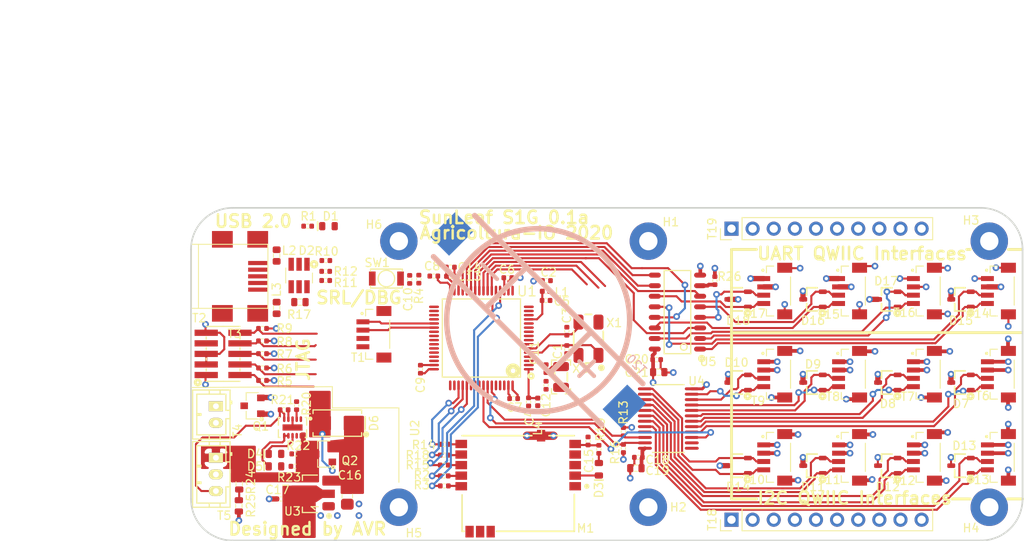
<source format=kicad_pcb>
(kicad_pcb (version 20171130) (host pcbnew "(5.1.6)-1")
  (layers (0 F.Cu signal) (1 In1.Cu power hide) (2 In2.Cu power hide) (31 B.Cu signal) (34 B.Paste user) (35 F.Paste user) (36 B.SilkS user) (37 F.SilkS user) (38 B.Mask user) (39 F.Mask user) (44 Edge.Cuts user))
  (net 0 "")
  (net 1 GND)
  (net 2 "/STM32F446RET6 - MCU/OSC_IN")
  (net 3 +3V3)
  (net 4 "/STM32F446RET6 - MCU/OSC_OUT")
  (net 5 "/STM32F446RET6 - MCU/VBAT")
  (net 6 "/STM32F446RET6 - MCU/VDDA")
  (net 7 "/STM32F446RET6 - MCU/NRST")
  (net 8 "/STM32F446RET6 - MCU/OSC32_IN")
  (net 9 "/STM32F446RET6 - MCU/VCAP1")
  (net 10 "/Power Supply & Battery Charging/3V3_REG_IN")
  (net 11 "Net-(D1-Pad2)")
  (net 12 "/STM32F446RET6 - MCU/HEARBEAT_LED")
  (net 13 "/Power Supply & Battery Charging/USB_VBUS")
  (net 14 "/STM32F446RET6 - MCU/D-")
  (net 15 "/STM32F446RET6 - MCU/D+")
  (net 16 "/STM32F446RET6 - MCU/ID")
  (net 17 "/SPSGRF-915 RF Module /RF_LED")
  (net 18 "Net-(D3-Pad1)")
  (net 19 "/Power Supply & Battery Charging/CHG")
  (net 20 "Net-(D4-Pad1)")
  (net 21 "/Power Supply & Battery Charging/PG6_EN7")
  (net 22 "Net-(D5-Pad1)")
  (net 23 "/STM32F446RET6 - MCU/VBUS")
  (net 24 "Net-(L3-Pad1)")
  (net 25 "/SPSGRF-915 RF Module /RF_SHDN")
  (net 26 "/SPSGRF-915 RF Module /RF_SPI_CS")
  (net 27 "/SPSGRF-915 RF Module /RF_SPI_MOSI")
  (net 28 "/SPSGRF-915 RF Module /RF_SPI_SCLK")
  (net 29 "Net-(M1-Pad4)")
  (net 30 "Net-(M1-Pad3)")
  (net 31 "Net-(M1-Pad1)")
  (net 32 "/Power Supply & Battery Charging/Solar_PNL")
  (net 33 "/Power Supply & Battery Charging/BAT")
  (net 34 "/STM32F446RET6 - MCU/CS_MCU")
  (net 35 "/STM32F446RET6 - MCU/RF_SHDN_MCU")
  (net 36 "/STM32F446RET6 - MCU/SWDIO_TMS")
  (net 37 "/STM32F446RET6 - MCU/SWCLK_TCK")
  (net 38 "/STM32F446RET6 - MCU/SWO_TDO")
  (net 39 "/STM32F446RET6 - MCU/SWO_TDI")
  (net 40 "/STM32F446RET6 - MCU/NJTRST")
  (net 41 "Net-(R10-Pad1)")
  (net 42 "Net-(R11-Pad1)")
  (net 43 "Net-(R12-Pad1)")
  (net 44 "/I2C Mux & Connections/I2C_SENSE1_SCL")
  (net 45 "/STM32F446RET6 - MCU/SCLK_MCU")
  (net 46 "/STM32F446RET6 - MCU/MOSI_MCU")
  (net 47 "/I2C Mux & Connections/I2C_SENSE1_SDA")
  (net 48 "/STM32F446RET6 - MCU/MISO_MCU")
  (net 49 "/SPSGRF-915 RF Module /RF_SPI_MISO")
  (net 50 "Net-(R20-Pad1)")
  (net 51 "/Power Supply & Battery Charging/THERM")
  (net 52 "/Power Supply & Battery Charging/VTSB")
  (net 53 "/Power Supply & Battery Charging/BAT_VOLT_SENSE")
  (net 54 "Net-(R26-Pad2)")
  (net 55 "Net-(T2-Pad7)")
  (net 56 "/I2C Mux & Connections/QWIIC_SC0")
  (net 57 "/I2C Mux & Connections/QWIIC_SD0")
  (net 58 "/I2C Mux & Connections/QWIIC_SC1")
  (net 59 "/I2C Mux & Connections/QWIIC_SD1")
  (net 60 "/I2C Mux & Connections/QWIIC_SC2")
  (net 61 "/I2C Mux & Connections/QWIIC_SD2")
  (net 62 "/I2C Mux & Connections/QWIIC_SC3")
  (net 63 "/I2C Mux & Connections/QWIIC_SD3")
  (net 64 "/I2C Mux & Connections/QWIIC_SC4")
  (net 65 "/I2C Mux & Connections/QWIIC_SD4")
  (net 66 "/I2C Mux & Connections/QWIIC_SC5")
  (net 67 "/I2C Mux & Connections/QWIIC_SD5")
  (net 68 "/I2C Mux & Connections/QWIIC_SC6")
  (net 69 "/I2C Mux & Connections/QWIIC_SD6")
  (net 70 "/I2C Mux & Connections/QWIIC_SC7")
  (net 71 "/I2C Mux & Connections/QWIIC_SD7")
  (net 72 "/UART Mux & Connections/UARTS1_RX")
  (net 73 "/UART Mux & Connections/UARTS1_TX")
  (net 74 "/UART Mux & Connections/UARTS2_RX")
  (net 75 "/UART Mux & Connections/UARTS2_TX")
  (net 76 "/UART Mux & Connections/UARTS3_RX")
  (net 77 "/UART Mux & Connections/UARTS3_TX")
  (net 78 "/UART Mux & Connections/UARTS4_RX")
  (net 79 "/UART Mux & Connections/UARTS4_TX")
  (net 80 "Net-(U1-Pad2)")
  (net 81 "/STM32F446RET6 - MCU/OSC32_OUT")
  (net 82 "Net-(U1-Pad9)")
  (net 83 "Net-(U1-Pad10)")
  (net 84 "Net-(U1-Pad11)")
  (net 85 "Net-(U1-Pad14)")
  (net 86 "Net-(U1-Pad15)")
  (net 87 "Net-(U1-Pad16)")
  (net 88 "Net-(U1-Pad17)")
  (net 89 "Net-(U1-Pad22)")
  (net 90 "Net-(U1-Pad23)")
  (net 91 "Net-(U1-Pad24)")
  (net 92 "/STM32F446RET6 - MCU/UART_SENSE1_RX")
  (net 93 "/STM32F446RET6 - MCU/USW1_EN")
  (net 94 "/STM32F446RET6 - MCU/USW1_S0")
  (net 95 "/STM32F446RET6 - MCU/USW1_S1")
  (net 96 "Net-(U1-Pad33)")
  (net 97 "Net-(U1-Pad39)")
  (net 98 "Net-(U1-Pad40)")
  (net 99 "Net-(U1-Pad41)")
  (net 100 "Net-(U1-Pad43)")
  (net 101 "Net-(U1-Pad44)")
  (net 102 "Net-(U1-Pad45)")
  (net 103 "Net-(U1-Pad54)")
  (net 104 "/I2C Mux & Connections/I2C_MUX1_RESET")
  (net 105 "Net-(U1-Pad60)")
  (net 106 "Net-(U1-Pad61)")
  (net 107 "Net-(U1-Pad62)")
  (net 108 "Net-(U2-Pad9)")
  (net 109 "Net-(U4-Pad21)")
  (net 110 "Net-(U4-Pad2)")
  (net 111 "Net-(U4-Pad1)")
  (net 112 "/STM32F446RET6 - MCU/DEBUG_UART_RX")
  (net 113 "/STM32F446RET6 - MCU/DEBUG_UART_TX")
  (net 114 "Net-(T18-Pad2)")
  (net 115 "Net-(T18-Pad3)")
  (net 116 "Net-(T18-Pad4)")
  (net 117 "Net-(T18-Pad5)")
  (net 118 "Net-(T18-Pad6)")
  (net 119 "Net-(T18-Pad7)")
  (net 120 "Net-(T18-Pad8)")
  (net 121 "Net-(T19-Pad2)")
  (net 122 "Net-(T19-Pad3)")
  (net 123 "Net-(T19-Pad4)")
  (net 124 "Net-(T19-Pad5)")
  (net 125 "Net-(T19-Pad6)")
  (net 126 "Net-(T19-Pad7)")
  (net 127 "Net-(T19-Pad8)")
  (net 128 "Net-(T18-Pad9)")
  (net 129 "Net-(T18-Pad10)")
  (net 130 "Net-(T19-Pad9)")
  (net 131 "/STM32F446RET6 - MCU/FGND")
  (net 132 "/STM32F446RET6 - MCU/UART_SENSE1_TX")
  (module AVR-KiCAD-Lib-Diodes:SOT-23 (layer F.Cu) (at 165.8 81 180)
    (fp_text reference D18 (at 0 -2.55) (layer F.SilkS))
    (fp_text value PESD3V3L2BT,215)
    (pad 2 smd roundrect (at -1.175 0.915 180) (size 0.95 0.55) (layers F.Cu F.Paste F.Mask) (net 79 "/UART Mux & Connections/UARTS4_TX"))
    (pad 1 smd roundrect (at -1.175 -0.915 180) (size 0.95 0.55) (layers F.Cu F.Paste F.Mask) (net 78 "/UART Mux & Connections/UARTS4_RX"))
    (pad 3 smd roundrect (at 1.175 0 180) (size 0.95 0.55) (layers F.Cu F.Paste F.Mask) (net 3 +3V3))
  )
  (module AVR-KiCAD-Lib-Diodes:SOT-23 (layer F.Cu) (at 183.8 81 180)
    (fp_text reference D17 (at 0.2 2.2) (layer F.SilkS))
    (fp_text value PESD3V3L2BT,215)
    (pad 2 smd roundrect (at -1.175 0.915 180) (size 0.95 0.55) (layers F.Cu F.Paste F.Mask) (net 77 "/UART Mux & Connections/UARTS3_TX"))
    (pad 1 smd roundrect (at -1.175 -0.915 180) (size 0.95 0.55) (layers F.Cu F.Paste F.Mask) (net 76 "/UART Mux & Connections/UARTS3_RX"))
    (pad 3 smd roundrect (at 1.175 0 180) (size 0.95 0.55) (layers F.Cu F.Paste F.Mask) (net 3 +3V3))
  )
  (module AVR-KiCAD-Lib-Diodes:SOT-23 (layer F.Cu) (at 174.8 81 180)
    (fp_text reference D16 (at 0 -2.55) (layer F.SilkS))
    (fp_text value PESD3V3L2BT,215)
    (pad 2 smd roundrect (at -1.175 0.915 180) (size 0.95 0.55) (layers F.Cu F.Paste F.Mask) (net 75 "/UART Mux & Connections/UARTS2_TX"))
    (pad 1 smd roundrect (at -1.175 -0.915 180) (size 0.95 0.55) (layers F.Cu F.Paste F.Mask) (net 74 "/UART Mux & Connections/UARTS2_RX"))
    (pad 3 smd roundrect (at 1.175 0 180) (size 0.95 0.55) (layers F.Cu F.Paste F.Mask) (net 3 +3V3))
  )
  (module AVR-KiCAD-Lib-Diodes:SOT-23 (layer F.Cu) (at 192.6 81 180)
    (fp_text reference D15 (at 0 -2.55) (layer F.SilkS))
    (fp_text value PESD3V3L2BT,215)
    (pad 2 smd roundrect (at -1.175 0.915 180) (size 0.95 0.55) (layers F.Cu F.Paste F.Mask) (net 73 "/UART Mux & Connections/UARTS1_TX"))
    (pad 1 smd roundrect (at -1.175 -0.915 180) (size 0.95 0.55) (layers F.Cu F.Paste F.Mask) (net 72 "/UART Mux & Connections/UARTS1_RX"))
    (pad 3 smd roundrect (at 1.175 0 180) (size 0.95 0.55) (layers F.Cu F.Paste F.Mask) (net 3 +3V3))
  )
  (module AVR-KiCAD-Lib-Diodes:SOT-23 (layer F.Cu) (at 165.8 101 180)
    (fp_text reference D14 (at 0 -2.55) (layer F.SilkS))
    (fp_text value PESD3V3L2BT,215)
    (pad 2 smd roundrect (at -1.175 0.915 180) (size 0.95 0.55) (layers F.Cu F.Paste F.Mask) (net 65 "/I2C Mux & Connections/QWIIC_SD4"))
    (pad 1 smd roundrect (at -1.175 -0.915 180) (size 0.95 0.55) (layers F.Cu F.Paste F.Mask) (net 64 "/I2C Mux & Connections/QWIIC_SC4"))
    (pad 3 smd roundrect (at 1.175 0 180) (size 0.95 0.55) (layers F.Cu F.Paste F.Mask) (net 3 +3V3))
  )
  (module AVR-KiCAD-Lib-Diodes:SOT-23 (layer F.Cu) (at 192.6 101 180)
    (fp_text reference D13 (at -0.4 2.4) (layer F.SilkS))
    (fp_text value PESD3V3L2BT,215)
    (pad 2 smd roundrect (at -1.175 0.915 180) (size 0.95 0.55) (layers F.Cu F.Paste F.Mask) (net 71 "/I2C Mux & Connections/QWIIC_SD7"))
    (pad 1 smd roundrect (at -1.175 -0.915 180) (size 0.95 0.55) (layers F.Cu F.Paste F.Mask) (net 70 "/I2C Mux & Connections/QWIIC_SC7"))
    (pad 3 smd roundrect (at 1.175 0 180) (size 0.95 0.55) (layers F.Cu F.Paste F.Mask) (net 3 +3V3))
  )
  (module AVR-KiCAD-Lib-Diodes:SOT-23 (layer F.Cu) (at 183.8 101 180)
    (fp_text reference D12 (at 0 -2.55) (layer F.SilkS))
    (fp_text value PESD3V3L2BT,215)
    (pad 2 smd roundrect (at -1.175 0.915 180) (size 0.95 0.55) (layers F.Cu F.Paste F.Mask) (net 69 "/I2C Mux & Connections/QWIIC_SD6"))
    (pad 1 smd roundrect (at -1.175 -0.915 180) (size 0.95 0.55) (layers F.Cu F.Paste F.Mask) (net 68 "/I2C Mux & Connections/QWIIC_SC6"))
    (pad 3 smd roundrect (at 1.175 0 180) (size 0.95 0.55) (layers F.Cu F.Paste F.Mask) (net 3 +3V3))
  )
  (module AVR-KiCAD-Lib-Diodes:SOT-23 (layer F.Cu) (at 174.8 101 180)
    (fp_text reference D11 (at 0 -2.55) (layer F.SilkS))
    (fp_text value PESD3V3L2BT,215)
    (pad 2 smd roundrect (at -1.175 0.915 180) (size 0.95 0.55) (layers F.Cu F.Paste F.Mask) (net 67 "/I2C Mux & Connections/QWIIC_SD5"))
    (pad 1 smd roundrect (at -1.175 -0.915 180) (size 0.95 0.55) (layers F.Cu F.Paste F.Mask) (net 66 "/I2C Mux & Connections/QWIIC_SC5"))
    (pad 3 smd roundrect (at 1.175 0 180) (size 0.95 0.55) (layers F.Cu F.Paste F.Mask) (net 3 +3V3))
  )
  (module AVR-KiCAD-Lib-Diodes:SOT-23 (layer F.Cu) (at 165.8 91 180)
    (fp_text reference D10 (at 0.2 2.4) (layer F.SilkS))
    (fp_text value PESD3V3L2BT,215)
    (pad 2 smd roundrect (at -1.175 0.915 180) (size 0.95 0.55) (layers F.Cu F.Paste F.Mask) (net 63 "/I2C Mux & Connections/QWIIC_SD3"))
    (pad 1 smd roundrect (at -1.175 -0.915 180) (size 0.95 0.55) (layers F.Cu F.Paste F.Mask) (net 62 "/I2C Mux & Connections/QWIIC_SC3"))
    (pad 3 smd roundrect (at 1.175 0 180) (size 0.95 0.55) (layers F.Cu F.Paste F.Mask) (net 3 +3V3))
  )
  (module AVR-KiCAD-Lib-Diodes:SOT-23 (layer F.Cu) (at 174.8 91 180)
    (fp_text reference D9 (at 0 2.2) (layer F.SilkS))
    (fp_text value PESD3V3L2BT,215)
    (pad 2 smd roundrect (at -1.175 0.915 180) (size 0.95 0.55) (layers F.Cu F.Paste F.Mask) (net 61 "/I2C Mux & Connections/QWIIC_SD2"))
    (pad 1 smd roundrect (at -1.175 -0.915 180) (size 0.95 0.55) (layers F.Cu F.Paste F.Mask) (net 60 "/I2C Mux & Connections/QWIIC_SC2"))
    (pad 3 smd roundrect (at 1.175 0 180) (size 0.95 0.55) (layers F.Cu F.Paste F.Mask) (net 3 +3V3))
  )
  (module AVR-KiCAD-Lib-Diodes:SOT-23 (layer F.Cu) (at 183.8 91 180)
    (fp_text reference D8 (at 0 -2.55) (layer F.SilkS))
    (fp_text value PESD3V3L2BT,215)
    (pad 2 smd roundrect (at -1.175 0.915 180) (size 0.95 0.55) (layers F.Cu F.Paste F.Mask) (net 59 "/I2C Mux & Connections/QWIIC_SD1"))
    (pad 1 smd roundrect (at -1.175 -0.915 180) (size 0.95 0.55) (layers F.Cu F.Paste F.Mask) (net 58 "/I2C Mux & Connections/QWIIC_SC1"))
    (pad 3 smd roundrect (at 1.175 0 180) (size 0.95 0.55) (layers F.Cu F.Paste F.Mask) (net 3 +3V3))
  )
  (module AVR-KiCAD-Lib-Diodes:SOT-23 (layer F.Cu) (at 192.6 91 180)
    (fp_text reference D7 (at 0 -2.55) (layer F.SilkS))
    (fp_text value PESD3V3L2BT,215)
    (pad 2 smd roundrect (at -1.175 0.915 180) (size 0.95 0.55) (layers F.Cu F.Paste F.Mask) (net 57 "/I2C Mux & Connections/QWIIC_SD0"))
    (pad 1 smd roundrect (at -1.175 -0.915 180) (size 0.95 0.55) (layers F.Cu F.Paste F.Mask) (net 56 "/I2C Mux & Connections/QWIIC_SC0"))
    (pad 3 smd roundrect (at 1.175 0 180) (size 0.95 0.55) (layers F.Cu F.Paste F.Mask) (net 3 +3V3))
  )
  (module "AVR-KiCAD-Lib-Connectors:B3B-PH-K-S(LF)(SN)" (layer F.Cu) (at 103 100.05 270)
    (fp_text reference T5 (at 6.95 -1 180) (layer F.SilkS))
    (fp_text value "B3B-PH-K-S(LF)(SN)")
    (pad 1 thru_hole rect (at 0 0 270) (size 1.2 1.7) (drill 0.7) (layers *.Cu *.Mask F.SilkS) (net 33 "/Power Supply & Battery Charging/BAT"))
    (pad 2 thru_hole oval (at 2 0 270) (size 1.2 1.7) (drill 0.7) (layers *.Cu *.Mask F.SilkS) (net 1 GND))
    (pad 3 thru_hole oval (at 4 0 270) (size 1.2 1.7) (drill 0.7) (layers *.Cu *.Mask F.SilkS) (net 51 "/Power Supply & Battery Charging/THERM"))
  )
  (module "AVR-KiCAD-Lib-Connectors:B2B-PH-K-S(LF)(SN)" (layer F.Cu) (at 103 93.85 270)
    (fp_text reference T4 (at 2.95 -2.6 90) (layer F.SilkS))
    (fp_text value "B2B-PH-K-S(LF)(SN)")
    (pad 1 thru_hole rect (at 0 0 270) (size 1.2 1.7) (drill 0.7) (layers *.Cu *.Mask F.SilkS) (net 32 "/Power Supply & Battery Charging/Solar_PNL"))
    (pad 2 thru_hole oval (at 2 0 270) (size 1.2 1.7) (drill 0.7) (layers *.Cu *.Mask F.SilkS) (net 1 GND))
  )
  (module AVR-KiCAD-Lib-Battery-Holders:BU2032SM-JJ-GTR (layer B.Cu) (at 141.75 83.5 135)
    (fp_text reference T20 (at -12.1 4.6 135) (layer B.SilkS) (effects (justify mirror)))
    (fp_text value BU2032SM-JJ-GTR)
    (pad 2 smd rect (at 14.65 0 135) (size 3.2 4.2) (layers B.Cu B.Paste B.Mask) (net 1 GND))
    (pad 1 smd rect (at -14.65 0 135) (size 3.2 4.2) (layers B.Cu B.Paste B.Mask) (net 5 "/STM32F446RET6 - MCU/VBAT"))
  )
  (module AVR-KiCAD-Lib-Mech-Switches:B3U-1000P (layer F.Cu) (at 123.5 78.5 180)
    (fp_text reference SW1 (at 1.1 1.9) (layer F.SilkS))
    (fp_text value B3U-1000P)
    (pad 1 smd rect (at -1.7 0 180) (size 0.8 1.7) (layers F.Cu F.Paste F.Mask) (net 7 "/STM32F446RET6 - MCU/NRST"))
    (pad 2 smd rect (at 1.7 0 180) (size 0.8 1.7) (layers F.Cu F.Paste F.Mask) (net 1 GND))
  )
  (module AVR-KiCAD-Lib-Holes_Fasteners:M2_HOLE (layer F.Cu) (at 125 74)
    (fp_text reference H6 (at -3 -2) (layer F.SilkS))
    (fp_text value M2_Plated_Hole)
    (pad 1 thru_hole circle (at 0 0) (size 4.5 4.5) (drill 2.2) (layers *.Cu *.Mask) (net 131 "/STM32F446RET6 - MCU/FGND"))
  )
  (module AVR-KiCAD-Lib-Holes_Fasteners:M2_HOLE (layer F.Cu) (at 125 106)
    (fp_text reference H5 (at 1.8 3.1) (layer F.SilkS))
    (fp_text value M2_Plated_Hole)
    (pad 1 thru_hole circle (at 0 0) (size 4.5 4.5) (drill 2.2) (layers *.Cu *.Mask) (net 131 "/STM32F446RET6 - MCU/FGND"))
  )
  (module AVR-KiCAD-Lib-Holes_Fasteners:M2_HOLE (layer F.Cu) (at 196 106)
    (fp_text reference H4 (at -2.2 2.5) (layer F.SilkS))
    (fp_text value M2_Plated_Hole)
    (pad 1 thru_hole circle (at 0 0) (size 4.5 4.5) (drill 2.2) (layers *.Cu *.Mask) (net 131 "/STM32F446RET6 - MCU/FGND"))
  )
  (module AVR-KiCAD-Lib-Holes_Fasteners:M2_HOLE (layer F.Cu) (at 196 74)
    (fp_text reference H3 (at -2.2 -2.5) (layer F.SilkS))
    (fp_text value M2_Plated_Hole)
    (pad 1 thru_hole circle (at 0 0) (size 4.5 4.5) (drill 2.2) (layers *.Cu *.Mask) (net 131 "/STM32F446RET6 - MCU/FGND"))
  )
  (module AVR-KiCAD-Lib-Holes_Fasteners:M2_HOLE (layer F.Cu) (at 155 106)
    (fp_text reference H2 (at 3.6 0) (layer F.SilkS))
    (fp_text value M2_Plated_Hole)
    (pad 1 thru_hole circle (at 0 0) (size 4.5 4.5) (drill 2.2) (layers *.Cu *.Mask) (net 131 "/STM32F446RET6 - MCU/FGND"))
  )
  (module AVR-KiCAD-Lib-Holes_Fasteners:M2_HOLE (layer F.Cu) (at 155 74)
    (fp_text reference H1 (at 2.7 -2.3) (layer F.SilkS))
    (fp_text value M2_Plated_Hole)
    (pad 1 thru_hole circle (at 0 0) (size 4.5 4.5) (drill 2.2) (layers *.Cu *.Mask) (net 131 "/STM32F446RET6 - MCU/FGND"))
  )
  (module AVR-KiCAD-Lib-Connectors:Female_Header_Straight_1x10_Pitch2.54mm (layer F.Cu) (at 165 72.5 90)
    (fp_text reference T19 (at 0 -2.33 90) (layer F.SilkS))
    (fp_text value PPTC101LFBN-RC)
    (pad 1 thru_hole rect (at 0 0 90) (size 1.7 1.7) (drill 1) (layers *.Cu *.Mask) (net 3 +3V3))
    (pad 2 thru_hole oval (at 0 2.54 90) (size 1.7 1.7) (drill 1) (layers *.Cu *.Mask) (net 121 "Net-(T19-Pad2)"))
    (pad 3 thru_hole oval (at 0 5.08 90) (size 1.7 1.7) (drill 1) (layers *.Cu *.Mask) (net 122 "Net-(T19-Pad3)"))
    (pad 4 thru_hole oval (at 0 7.62 90) (size 1.7 1.7) (drill 1) (layers *.Cu *.Mask) (net 123 "Net-(T19-Pad4)"))
    (pad 5 thru_hole oval (at 0 10.16 90) (size 1.7 1.7) (drill 1) (layers *.Cu *.Mask) (net 124 "Net-(T19-Pad5)"))
    (pad 6 thru_hole oval (at 0 12.7 90) (size 1.7 1.7) (drill 1) (layers *.Cu *.Mask) (net 125 "Net-(T19-Pad6)"))
    (pad 7 thru_hole oval (at 0 15.24 90) (size 1.7 1.7) (drill 1) (layers *.Cu *.Mask) (net 126 "Net-(T19-Pad7)"))
    (pad 8 thru_hole oval (at 0 17.78 90) (size 1.7 1.7) (drill 1) (layers *.Cu *.Mask) (net 127 "Net-(T19-Pad8)"))
    (pad 9 thru_hole oval (at 0 20.32 90) (size 1.7 1.7) (drill 1) (layers *.Cu *.Mask) (net 130 "Net-(T19-Pad9)"))
    (pad 10 thru_hole oval (at 0 22.86 90) (size 1.7 1.7) (drill 1) (layers *.Cu *.Mask) (net 1 GND))
  )
  (module AVR-KiCAD-Lib-Connectors:Female_Header_Straight_1x10_Pitch2.54mm (layer F.Cu) (at 165 107.5 90)
    (fp_text reference T18 (at 0 -2.33 90) (layer F.SilkS))
    (fp_text value PPTC101LFBN-RC)
    (pad 1 thru_hole rect (at 0 0 90) (size 1.7 1.7) (drill 1) (layers *.Cu *.Mask) (net 3 +3V3))
    (pad 2 thru_hole oval (at 0 2.54 90) (size 1.7 1.7) (drill 1) (layers *.Cu *.Mask) (net 114 "Net-(T18-Pad2)"))
    (pad 3 thru_hole oval (at 0 5.08 90) (size 1.7 1.7) (drill 1) (layers *.Cu *.Mask) (net 115 "Net-(T18-Pad3)"))
    (pad 4 thru_hole oval (at 0 7.62 90) (size 1.7 1.7) (drill 1) (layers *.Cu *.Mask) (net 116 "Net-(T18-Pad4)"))
    (pad 5 thru_hole oval (at 0 10.16 90) (size 1.7 1.7) (drill 1) (layers *.Cu *.Mask) (net 117 "Net-(T18-Pad5)"))
    (pad 6 thru_hole oval (at 0 12.7 90) (size 1.7 1.7) (drill 1) (layers *.Cu *.Mask) (net 118 "Net-(T18-Pad6)"))
    (pad 7 thru_hole oval (at 0 15.24 90) (size 1.7 1.7) (drill 1) (layers *.Cu *.Mask) (net 119 "Net-(T18-Pad7)"))
    (pad 8 thru_hole oval (at 0 17.78 90) (size 1.7 1.7) (drill 1) (layers *.Cu *.Mask) (net 120 "Net-(T18-Pad8)"))
    (pad 9 thru_hole oval (at 0 20.32 90) (size 1.7 1.7) (drill 1) (layers *.Cu *.Mask) (net 128 "Net-(T18-Pad9)"))
    (pad 10 thru_hole oval (at 0 22.86 90) (size 1.7 1.7) (drill 1) (layers *.Cu *.Mask) (net 129 "Net-(T18-Pad10)"))
  )
  (module "AVR-KiCAD-Lib-Connectors:CONN_BM04B-SRSS-TB(LF)(SN)" (layer F.Cu) (at 122 85.2 270)
    (fp_text reference T1 (at 2.8 1.9 180) (layer F.SilkS))
    (fp_text value "BM04B-SRSS-TB(LF)(SN)")
    (pad S1 smd rect (at 2.8 -1.2 270) (size 1.2 1.8) (layers F.Cu F.Paste F.Mask) (net 1 GND))
    (pad S1 smd rect (at -2.8 -1.2 270) (size 1.2 1.8) (layers F.Cu F.Paste F.Mask) (net 1 GND))
    (pad 4 smd rect (at 1.5 1.325 270) (size 0.6 1.55) (layers F.Cu F.Paste F.Mask) (net 1 GND))
    (pad 3 smd rect (at 0.5 1.325 270) (size 0.6 1.55) (layers F.Cu F.Paste F.Mask) (net 3 +3V3))
    (pad 2 smd rect (at -0.5 1.325 270) (size 0.6 1.55) (layers F.Cu F.Paste F.Mask) (net 112 "/STM32F446RET6 - MCU/DEBUG_UART_RX"))
    (pad 1 smd rect (at -1.5 1.325 270) (size 0.6 1.55) (layers F.Cu F.Paste F.Mask) (net 113 "/STM32F446RET6 - MCU/DEBUG_UART_TX"))
  )
  (module AVR-KiCAD-Lib-Modules:XCVR_SPSGRF-915 (layer F.Cu) (at 139.35 100.931926 180)
    (fp_text reference M1 (at -8.1 -7.6) (layer F.SilkS) (effects (font (size 1.002654 1.002654))))
    (fp_text value SPSGRF-915)
    (pad 14 smd rect (at 3.31 -8 270) (size 1.4 1) (layers F.Cu F.Paste F.Mask))
    (pad 13 smd rect (at 4.58 -8 270) (size 1.4 1) (layers F.Cu F.Paste F.Mask))
    (pad 12 smd rect (at 5.85 -8 270) (size 1.4 1) (layers F.Cu F.Paste F.Mask))
    (pad 11 smd rect (at 6.85 -2.54 180) (size 1.4 1) (layers F.Cu F.Paste F.Mask) (net 25 "/SPSGRF-915 RF Module /RF_SHDN"))
    (pad 10 smd rect (at 6.85 -1.27 180) (size 1.4 1) (layers F.Cu F.Paste F.Mask) (net 26 "/SPSGRF-915 RF Module /RF_SPI_CS"))
    (pad 9 smd rect (at 6.85 0 180) (size 1.4 1) (layers F.Cu F.Paste F.Mask) (net 27 "/SPSGRF-915 RF Module /RF_SPI_MOSI"))
    (pad 8 smd rect (at 6.85 1.27 180) (size 1.4 1) (layers F.Cu F.Paste F.Mask) (net 49 "/SPSGRF-915 RF Module /RF_SPI_MISO"))
    (pad 7 smd rect (at 6.85 2.54 180) (size 1.4 1) (layers F.Cu F.Paste F.Mask) (net 28 "/SPSGRF-915 RF Module /RF_SPI_SCLK"))
    (pad 6 smd rect (at -2.75 3.54 180) (size 1 1.4) (layers F.Cu F.Paste F.Mask) (net 1 GND))
    (pad 5 smd rect (at -6.85 2.54 180) (size 1.4 1) (layers F.Cu F.Paste F.Mask) (net 3 +3V3))
    (pad 4 smd rect (at -6.85 1.27 180) (size 1.4 1) (layers F.Cu F.Paste F.Mask) (net 29 "Net-(M1-Pad4)"))
    (pad 3 smd rect (at -6.85 0 180) (size 1.4 1) (layers F.Cu F.Paste F.Mask) (net 30 "Net-(M1-Pad3)"))
    (pad 2 smd rect (at -6.85 -1.27 180) (size 1.4 1) (layers F.Cu F.Paste F.Mask) (net 17 "/SPSGRF-915 RF Module /RF_LED"))
    (pad 1 smd rect (at -6.85 -2.54 180) (size 1.4 1) (layers F.Cu F.Paste F.Mask) (net 31 "Net-(M1-Pad1)"))
  )
  (module AVR-KiCAD-Lib-Inductors:BLM15HG601SN1D (layer F.Cu) (at 141.7 93.331926 90)
    (fp_text reference L4 (at -3.175 0 90) (layer F.SilkS))
    (fp_text value BLM15HG601SN1D)
    (pad 2 smd roundrect (at 0.455 0 90) (size 0.59 0.62) (layers F.Cu F.Paste F.Mask) (net 5 "/STM32F446RET6 - MCU/VBAT"))
    (pad 1 smd roundrect (at -0.455 0 90) (size 0.59 0.62) (layers F.Cu F.Paste F.Mask) (net 3 +3V3))
  )
  (module AVR-KiCAD-Lib-Oscillators:ABS07-32.768KHZ-9-T (layer F.Cu) (at 144.5 90.331926 270)
    (fp_text reference X2 (at -1 -2.3) (layer F.SilkS))
    (fp_text value ABS07-32.768KHZ-9-T)
    (pad 1 smd roundrect (at -1.25 0 270) (size 1.1 1.9) (layers F.Cu F.Paste F.Mask) (net 81 "/STM32F446RET6 - MCU/OSC32_OUT"))
    (pad 2 smd roundrect (at 1.25 0 270) (size 1.1 1.9) (layers F.Cu F.Paste F.Mask) (net 8 "/STM32F446RET6 - MCU/OSC32_IN"))
  )
  (module AVR-KiCAD-Lib-Oscillators:ABM3B8.000MHZB2T (layer F.Cu) (at 147.8 85.731926 90)
    (fp_text reference X1 (at 1.9 3.1 180) (layer F.SilkS))
    (fp_text value ABM3B-8.000MHZ-B2-T)
    (pad 1 smd roundrect (at -2 1.2 90) (size 1.8 1.2) (layers F.Cu F.Paste F.Mask) (net 2 "/STM32F446RET6 - MCU/OSC_IN"))
    (pad 3 smd roundrect (at 2 -1.2 90) (size 1.8 1.2) (layers F.Cu F.Paste F.Mask) (net 4 "/STM32F446RET6 - MCU/OSC_OUT"))
    (pad 2 smd roundrect (at 2 1.2 90) (size 1.8 1.2) (layers F.Cu F.Paste F.Mask) (net 1 GND))
    (pad 4 smd roundrect (at -2 -1.2 90) (size 1.8 1.2) (layers F.Cu F.Paste F.Mask) (net 1 GND))
  )
  (module AVR-KiCAD-Lib-ICs:74HC4052D (layer F.Cu) (at 158.5 82.531926 180)
    (fp_text reference U5 (at -3.683 -5.969) (layer F.SilkS))
    (fp_text value 74HC4052D)
    (pad 8 smd oval (at -2.725 4.445 180) (size 1.45 0.6) (layers F.Cu F.Paste F.Mask) (net 1 GND))
    (pad 7 smd oval (at -2.725 3.175 180) (size 1.45 0.6) (layers F.Cu F.Paste F.Mask) (net 54 "Net-(R26-Pad2)"))
    (pad 6 smd oval (at -2.725 1.905 180) (size 1.45 0.6) (layers F.Cu F.Paste F.Mask) (net 93 "/STM32F446RET6 - MCU/USW1_EN"))
    (pad 5 smd oval (at -2.725 0.635 180) (size 1.45 0.6) (layers F.Cu F.Paste F.Mask) (net 75 "/UART Mux & Connections/UARTS2_TX"))
    (pad 4 smd oval (at -2.725 -0.635 180) (size 1.45 0.6) (layers F.Cu F.Paste F.Mask) (net 79 "/UART Mux & Connections/UARTS4_TX"))
    (pad 3 smd oval (at -2.725 -1.905 180) (size 1.45 0.6) (layers F.Cu F.Paste F.Mask) (net 92 "/STM32F446RET6 - MCU/UART_SENSE1_RX"))
    (pad 2 smd oval (at -2.725 -3.175 180) (size 1.45 0.6) (layers F.Cu F.Paste F.Mask) (net 77 "/UART Mux & Connections/UARTS3_TX"))
    (pad 1 smd oval (at -2.725 -4.445 180) (size 1.45 0.6) (layers F.Cu F.Paste F.Mask) (net 72 "/UART Mux & Connections/UARTS1_RX"))
    (pad 16 smd oval (at 2.725 -4.445 180) (size 1.45 0.6) (layers F.Cu F.Paste F.Mask) (net 3 +3V3))
    (pad 15 smd oval (at 2.725 -3.175 180) (size 1.45 0.6) (layers F.Cu F.Paste F.Mask) (net 76 "/UART Mux & Connections/UARTS3_RX"))
    (pad 14 smd oval (at 2.725 -1.905 180) (size 1.45 0.6) (layers F.Cu F.Paste F.Mask) (net 74 "/UART Mux & Connections/UARTS2_RX"))
    (pad 13 smd oval (at 2.725 -0.635 180) (size 1.45 0.6) (layers F.Cu F.Paste F.Mask) (net 132 "/STM32F446RET6 - MCU/UART_SENSE1_TX"))
    (pad 12 smd oval (at 2.725 0.635 180) (size 1.45 0.6) (layers F.Cu F.Paste F.Mask) (net 73 "/UART Mux & Connections/UARTS1_TX"))
    (pad 11 smd oval (at 2.725 1.905 180) (size 1.45 0.6) (layers F.Cu F.Paste F.Mask) (net 78 "/UART Mux & Connections/UARTS4_RX"))
    (pad 10 smd oval (at 2.725 3.175 180) (size 1.45 0.6) (layers F.Cu F.Paste F.Mask) (net 94 "/STM32F446RET6 - MCU/USW1_S0"))
    (pad 9 smd oval (at 2.725 4.445 180) (size 1.45 0.6) (layers F.Cu F.Paste F.Mask) (net 95 "/STM32F446RET6 - MCU/USW1_S1"))
  )
  (module AVR-KiCAD-Lib-ICs:TCA9548APWR (layer F.Cu) (at 157.4 95.331926 180)
    (fp_text reference U4 (at -3.4 4.5) (layer F.SilkS))
    (fp_text value TCA9548APWR hide)
    (pad 24 smd oval (at 2.8194 -3.574999 180) (size 1.6764 0.3556) (layers F.Cu F.Paste F.Mask) (net 3 +3V3))
    (pad 23 smd oval (at 2.8194 -2.924998 180) (size 1.6764 0.3556) (layers F.Cu F.Paste F.Mask) (net 47 "/I2C Mux & Connections/I2C_SENSE1_SDA"))
    (pad 22 smd oval (at 2.8194 -2.274999 180) (size 1.6764 0.3556) (layers F.Cu F.Paste F.Mask) (net 44 "/I2C Mux & Connections/I2C_SENSE1_SCL"))
    (pad 21 smd oval (at 2.8194 -1.624998 180) (size 1.6764 0.3556) (layers F.Cu F.Paste F.Mask) (net 109 "Net-(U4-Pad21)"))
    (pad 20 smd oval (at 2.8194 -0.974999 180) (size 1.6764 0.3556) (layers F.Cu F.Paste F.Mask) (net 70 "/I2C Mux & Connections/QWIIC_SC7"))
    (pad 19 smd oval (at 2.8194 -0.324998 180) (size 1.6764 0.3556) (layers F.Cu F.Paste F.Mask) (net 71 "/I2C Mux & Connections/QWIIC_SD7"))
    (pad 18 smd oval (at 2.8194 0.325001 180) (size 1.6764 0.3556) (layers F.Cu F.Paste F.Mask) (net 68 "/I2C Mux & Connections/QWIIC_SC6"))
    (pad 17 smd oval (at 2.8194 0.974999 180) (size 1.6764 0.3556) (layers F.Cu F.Paste F.Mask) (net 69 "/I2C Mux & Connections/QWIIC_SD6"))
    (pad 16 smd oval (at 2.8194 1.625001 180) (size 1.6764 0.3556) (layers F.Cu F.Paste F.Mask) (net 66 "/I2C Mux & Connections/QWIIC_SC5"))
    (pad 15 smd oval (at 2.8194 2.274999 180) (size 1.6764 0.3556) (layers F.Cu F.Paste F.Mask) (net 67 "/I2C Mux & Connections/QWIIC_SD5"))
    (pad 14 smd oval (at 2.8194 2.925 180) (size 1.6764 0.3556) (layers F.Cu F.Paste F.Mask) (net 64 "/I2C Mux & Connections/QWIIC_SC4"))
    (pad 13 smd oval (at 2.8194 3.574999 180) (size 1.6764 0.3556) (layers F.Cu F.Paste F.Mask) (net 65 "/I2C Mux & Connections/QWIIC_SD4"))
    (pad 12 smd oval (at -2.8194 3.574999 180) (size 1.6764 0.3556) (layers F.Cu F.Paste F.Mask) (net 1 GND))
    (pad 11 smd oval (at -2.8194 2.924998 180) (size 1.6764 0.3556) (layers F.Cu F.Paste F.Mask) (net 62 "/I2C Mux & Connections/QWIIC_SC3"))
    (pad 10 smd oval (at -2.8194 2.274999 180) (size 1.6764 0.3556) (layers F.Cu F.Paste F.Mask) (net 63 "/I2C Mux & Connections/QWIIC_SD3"))
    (pad 9 smd oval (at -2.8194 1.624998 180) (size 1.6764 0.3556) (layers F.Cu F.Paste F.Mask) (net 60 "/I2C Mux & Connections/QWIIC_SC2"))
    (pad 8 smd oval (at -2.8194 0.974999 180) (size 1.6764 0.3556) (layers F.Cu F.Paste F.Mask) (net 61 "/I2C Mux & Connections/QWIIC_SD2"))
    (pad 7 smd oval (at -2.8194 0.324998 180) (size 1.6764 0.3556) (layers F.Cu F.Paste F.Mask) (net 58 "/I2C Mux & Connections/QWIIC_SC1"))
    (pad 6 smd oval (at -2.8194 -0.325001 180) (size 1.6764 0.3556) (layers F.Cu F.Paste F.Mask) (net 59 "/I2C Mux & Connections/QWIIC_SD1"))
    (pad 5 smd oval (at -2.8194 -0.975002 180) (size 1.6764 0.3556) (layers F.Cu F.Paste F.Mask) (net 56 "/I2C Mux & Connections/QWIIC_SC0"))
    (pad 4 smd oval (at -2.8194 -1.625001 180) (size 1.6764 0.3556) (layers F.Cu F.Paste F.Mask) (net 57 "/I2C Mux & Connections/QWIIC_SD0"))
    (pad 3 smd oval (at -2.8194 -2.275002 180) (size 1.6764 0.3556) (layers F.Cu F.Paste F.Mask) (net 104 "/I2C Mux & Connections/I2C_MUX1_RESET"))
    (pad 2 smd oval (at -2.8194 -2.925 180) (size 1.6764 0.3556) (layers F.Cu F.Paste F.Mask) (net 110 "Net-(U4-Pad2)"))
    (pad 1 smd oval (at -2.8194 -3.574999 180) (size 1.6764 0.3556) (layers F.Cu F.Paste F.Mask) (net 111 "Net-(U4-Pad1)"))
  )
  (module AVR-KiCAD-Lib-ICs:SOT_89 (layer F.Cu) (at 114.7 104.381926 90)
    (fp_text reference U3 (at -2.1 -2.5 180) (layer F.SilkS))
    (fp_text value AZ1117CR-3.3TRG1)
    (pad 1 smd roundrect (at -1.50114 1.85166 90) (size 1.00076 1.50114) (layers F.Cu F.Paste F.Mask) (net 1 GND))
    (pad 2 smd rect (at 0 1.85166 90) (size 1.00076 1.50114) (layers F.Cu F.Paste F.Mask) (net 3 +3V3))
    (pad 3 smd roundrect (at 1.50114 1.85166 90) (size 1.00076 1.50114) (layers F.Cu F.Paste F.Mask) (net 10 "/Power Supply & Battery Charging/3V3_REG_IN"))
    (pad 2 smd rect (at 0 -1.09982 90) (size 1.99898 2.99974) (layers F.Cu F.Paste F.Mask) (net 3 +3V3))
    (pad 2 smd trapezoid (at 0 0.7493 270) (size 1.50114 0.7493) (rect_delta 0 0.50038) (layers F.Cu F.Paste F.Mask) (net 3 +3V3))
  )
  (module growbox-KiCAD-ICs:BQ24210 (layer F.Cu) (at 112.2 96.481926 270)
    (fp_text reference U2 (at 0 -14.732 90) (layer F.SilkS))
    (fp_text value BQ24210DQCT)
    (pad 5 smd oval (at -1.075157 0.986807 180) (size 0.3 0.7) (layers F.Cu F.Paste F.Mask) (net 51 "/Power Supply & Battery Charging/THERM"))
    (pad 4 smd oval (at -1.075157 0.486807 180) (size 0.3 0.7) (layers F.Cu F.Paste F.Mask) (net 52 "/Power Supply & Battery Charging/VTSB"))
    (pad 3 smd oval (at -1.075157 -0.013193 180) (size 0.3 0.7) (layers F.Cu F.Paste F.Mask) (net 1 GND))
    (pad 2 smd oval (at -1.075157 -0.513193 180) (size 0.3 0.7) (layers F.Cu F.Paste F.Mask) (net 50 "Net-(R20-Pad1)"))
    (pad 1 smd oval (at -1.075157 -1.013193 180) (size 0.3 0.7) (layers F.Cu F.Paste F.Mask) (net 13 "/Power Supply & Battery Charging/USB_VBUS"))
    (pad 11 smd rect (at -0.075157 -0.013193 180) (size 2.4 0.75) (layers F.Cu F.Paste F.Mask) (net 1 GND))
    (pad 6 smd oval (at 0.924843 0.986807 180) (size 0.3 0.7) (layers F.Cu F.Paste F.Mask) (net 21 "/Power Supply & Battery Charging/PG6_EN7"))
    (pad 7 smd oval (at 0.924843 0.486807 180) (size 0.3 0.7) (layers F.Cu F.Paste F.Mask) (net 21 "/Power Supply & Battery Charging/PG6_EN7"))
    (pad 8 smd oval (at 0.924843 -0.013193 180) (size 0.3 0.7) (layers F.Cu F.Paste F.Mask) (net 19 "/Power Supply & Battery Charging/CHG"))
    (pad 9 smd oval (at 0.924843 -0.513193 180) (size 0.3 0.7) (layers F.Cu F.Paste F.Mask) (net 108 "Net-(U2-Pad9)"))
    (pad 10 smd oval (at 0.924843 -1.013193 180) (size 0.3 0.7) (layers F.Cu F.Paste F.Mask) (net 33 "/Power Supply & Battery Charging/BAT"))
  )
  (module AVR-KiCAD-Lib-ICs:STM32F446RET6 (layer F.Cu) (at 134.925 85.649926 180)
    (fp_text reference U1 (at -5.475 5.618) (layer F.SilkS) (effects (font (size 1.2 1.2))))
    (fp_text value STM32F446RET6)
    (pad 1 smd oval (at -5.7 -3.75 270) (size 0.3 1.2) (layers F.Cu F.Paste F.Mask) (net 5 "/STM32F446RET6 - MCU/VBAT"))
    (pad 2 smd oval (at -5.7 -3.25 270) (size 0.3 1.2) (layers F.Cu F.Paste F.Mask) (net 80 "Net-(U1-Pad2)"))
    (pad 3 smd oval (at -5.7 -2.75 270) (size 0.3 1.2) (layers F.Cu F.Paste F.Mask) (net 8 "/STM32F446RET6 - MCU/OSC32_IN"))
    (pad 4 smd oval (at -5.7 -2.25 270) (size 0.3 1.2) (layers F.Cu F.Paste F.Mask) (net 81 "/STM32F446RET6 - MCU/OSC32_OUT"))
    (pad 5 smd oval (at -5.7 -1.75 270) (size 0.3 1.2) (layers F.Cu F.Paste F.Mask) (net 2 "/STM32F446RET6 - MCU/OSC_IN"))
    (pad 6 smd oval (at -5.7 -1.25 270) (size 0.3 1.2) (layers F.Cu F.Paste F.Mask) (net 4 "/STM32F446RET6 - MCU/OSC_OUT"))
    (pad 7 smd oval (at -5.7 -0.75 270) (size 0.3 1.2) (layers F.Cu F.Paste F.Mask) (net 7 "/STM32F446RET6 - MCU/NRST"))
    (pad 8 smd oval (at -5.7 -0.25 270) (size 0.3 1.2) (layers F.Cu F.Paste F.Mask) (net 53 "/Power Supply & Battery Charging/BAT_VOLT_SENSE"))
    (pad 9 smd oval (at -5.7 0.25 270) (size 0.3 1.2) (layers F.Cu F.Paste F.Mask) (net 82 "Net-(U1-Pad9)"))
    (pad 10 smd oval (at -5.7 0.75 270) (size 0.3 1.2) (layers F.Cu F.Paste F.Mask) (net 83 "Net-(U1-Pad10)"))
    (pad 11 smd oval (at -5.7 1.25 270) (size 0.3 1.2) (layers F.Cu F.Paste F.Mask) (net 84 "Net-(U1-Pad11)"))
    (pad 12 smd oval (at -5.7 1.75 270) (size 0.3 1.2) (layers F.Cu F.Paste F.Mask) (net 1 GND))
    (pad 13 smd oval (at -5.7 2.25 270) (size 0.3 1.2) (layers F.Cu F.Paste F.Mask) (net 6 "/STM32F446RET6 - MCU/VDDA"))
    (pad 14 smd oval (at -5.7 2.75 270) (size 0.3 1.2) (layers F.Cu F.Paste F.Mask) (net 85 "Net-(U1-Pad14)"))
    (pad 15 smd oval (at -5.7 3.25 270) (size 0.3 1.2) (layers F.Cu F.Paste F.Mask) (net 86 "Net-(U1-Pad15)"))
    (pad 16 smd oval (at -5.7 3.75 270) (size 0.3 1.2) (layers F.Cu F.Paste F.Mask) (net 87 "Net-(U1-Pad16)"))
    (pad 17 smd oval (at -3.75 5.7 180) (size 0.3 1.2) (layers F.Cu F.Paste F.Mask) (net 88 "Net-(U1-Pad17)"))
    (pad 18 smd oval (at -3.25 5.7 180) (size 0.3 1.2) (layers F.Cu F.Paste F.Mask) (net 1 GND))
    (pad 19 smd oval (at -2.75 5.7 180) (size 0.3 1.2) (layers F.Cu F.Paste F.Mask) (net 3 +3V3))
    (pad 20 smd oval (at -2.25 5.7 180) (size 0.3 1.2) (layers F.Cu F.Paste F.Mask) (net 34 "/STM32F446RET6 - MCU/CS_MCU"))
    (pad 21 smd oval (at -1.75 5.7 180) (size 0.3 1.2) (layers F.Cu F.Paste F.Mask) (net 35 "/STM32F446RET6 - MCU/RF_SHDN_MCU"))
    (pad 22 smd oval (at -1.25 5.7 180) (size 0.3 1.2) (layers F.Cu F.Paste F.Mask) (net 89 "Net-(U1-Pad22)"))
    (pad 23 smd oval (at -0.75 5.7 180) (size 0.3 1.2) (layers F.Cu F.Paste F.Mask) (net 90 "Net-(U1-Pad23)"))
    (pad 24 smd oval (at -0.25 5.7 180) (size 0.3 1.2) (layers F.Cu F.Paste F.Mask) (net 91 "Net-(U1-Pad24)"))
    (pad 25 smd oval (at 0.25 5.7 180) (size 0.3 1.2) (layers F.Cu F.Paste F.Mask) (net 92 "/STM32F446RET6 - MCU/UART_SENSE1_RX"))
    (pad 26 smd oval (at 0.75 5.7 180) (size 0.3 1.2) (layers F.Cu F.Paste F.Mask) (net 93 "/STM32F446RET6 - MCU/USW1_EN"))
    (pad 27 smd oval (at 1.25 5.7 180) (size 0.3 1.2) (layers F.Cu F.Paste F.Mask) (net 94 "/STM32F446RET6 - MCU/USW1_S0"))
    (pad 28 smd oval (at 1.75 5.7 180) (size 0.3 1.2) (layers F.Cu F.Paste F.Mask) (net 95 "/STM32F446RET6 - MCU/USW1_S1"))
    (pad 29 smd oval (at 2.25 5.7 180) (size 0.3 1.2) (layers F.Cu F.Paste F.Mask) (net 132 "/STM32F446RET6 - MCU/UART_SENSE1_TX"))
    (pad 30 smd oval (at 2.75 5.7 180) (size 0.3 1.2) (layers F.Cu F.Paste F.Mask) (net 9 "/STM32F446RET6 - MCU/VCAP1"))
    (pad 31 smd oval (at 3.25 5.7 180) (size 0.3 1.2) (layers F.Cu F.Paste F.Mask) (net 1 GND))
    (pad 32 smd oval (at 3.75 5.7 180) (size 0.3 1.2) (layers F.Cu F.Paste F.Mask) (net 3 +3V3))
    (pad 33 smd oval (at 5.7 3.75 270) (size 0.3 1.2) (layers F.Cu F.Paste F.Mask) (net 96 "Net-(U1-Pad33)"))
    (pad 34 smd oval (at 5.7 3.25 270) (size 0.3 1.2) (layers F.Cu F.Paste F.Mask) (net 41 "Net-(R10-Pad1)"))
    (pad 35 smd oval (at 5.7 2.75 270) (size 0.3 1.2) (layers F.Cu F.Paste F.Mask) (net 43 "Net-(R12-Pad1)"))
    (pad 36 smd oval (at 5.7 2.25 270) (size 0.3 1.2) (layers F.Cu F.Paste F.Mask) (net 42 "Net-(R11-Pad1)"))
    (pad 37 smd oval (at 5.7 1.75 270) (size 0.3 1.2) (layers F.Cu F.Paste F.Mask) (net 113 "/STM32F446RET6 - MCU/DEBUG_UART_TX"))
    (pad 38 smd oval (at 5.7 1.25 270) (size 0.3 1.2) (layers F.Cu F.Paste F.Mask) (net 112 "/STM32F446RET6 - MCU/DEBUG_UART_RX"))
    (pad 39 smd oval (at 5.7 0.75 270) (size 0.3 1.2) (layers F.Cu F.Paste F.Mask) (net 97 "Net-(U1-Pad39)"))
    (pad 40 smd oval (at 5.7 0.25 270) (size 0.3 1.2) (layers F.Cu F.Paste F.Mask) (net 98 "Net-(U1-Pad40)"))
    (pad 41 smd oval (at 5.7 -0.25 270) (size 0.3 1.2) (layers F.Cu F.Paste F.Mask) (net 99 "Net-(U1-Pad41)"))
    (pad 42 smd oval (at 5.7 -0.75 270) (size 0.3 1.2) (layers F.Cu F.Paste F.Mask) (net 12 "/STM32F446RET6 - MCU/HEARBEAT_LED"))
    (pad 43 smd oval (at 5.7 -1.25 270) (size 0.3 1.2) (layers F.Cu F.Paste F.Mask) (net 100 "Net-(U1-Pad43)"))
    (pad 44 smd oval (at 5.7 -1.75 270) (size 0.3 1.2) (layers F.Cu F.Paste F.Mask) (net 101 "Net-(U1-Pad44)"))
    (pad 45 smd oval (at 5.7 -2.25 270) (size 0.3 1.2) (layers F.Cu F.Paste F.Mask) (net 102 "Net-(U1-Pad45)"))
    (pad 46 smd oval (at 5.7 -2.75 270) (size 0.3 1.2) (layers F.Cu F.Paste F.Mask) (net 36 "/STM32F446RET6 - MCU/SWDIO_TMS"))
    (pad 47 smd oval (at 5.7 -3.25 270) (size 0.3 1.2) (layers F.Cu F.Paste F.Mask) (net 1 GND))
    (pad 48 smd oval (at 5.7 -3.75 270) (size 0.3 1.2) (layers F.Cu F.Paste F.Mask) (net 3 +3V3))
    (pad 49 smd oval (at 3.75 -5.7 180) (size 0.3 1.2) (layers F.Cu F.Paste F.Mask) (net 37 "/STM32F446RET6 - MCU/SWCLK_TCK"))
    (pad 50 smd oval (at 3.25 -5.7 180) (size 0.3 1.2) (layers F.Cu F.Paste F.Mask) (net 39 "/STM32F446RET6 - MCU/SWO_TDI"))
    (pad 51 smd oval (at 2.75 -5.7 180) (size 0.3 1.2) (layers F.Cu F.Paste F.Mask) (net 45 "/STM32F446RET6 - MCU/SCLK_MCU"))
    (pad 52 smd oval (at 2.25 -5.7 180) (size 0.3 1.2) (layers F.Cu F.Paste F.Mask) (net 48 "/STM32F446RET6 - MCU/MISO_MCU"))
    (pad 53 smd oval (at 1.75 -5.7 180) (size 0.3 1.2) (layers F.Cu F.Paste F.Mask) (net 46 "/STM32F446RET6 - MCU/MOSI_MCU"))
    (pad 54 smd oval (at 1.25 -5.7 180) (size 0.3 1.2) (layers F.Cu F.Paste F.Mask) (net 103 "Net-(U1-Pad54)"))
    (pad 55 smd oval (at 0.75 -5.7 180) (size 0.3 1.2) (layers F.Cu F.Paste F.Mask) (net 38 "/STM32F446RET6 - MCU/SWO_TDO"))
    (pad 56 smd oval (at 0.25 -5.7 180) (size 0.3 1.2) (layers F.Cu F.Paste F.Mask) (net 40 "/STM32F446RET6 - MCU/NJTRST"))
    (pad 57 smd oval (at -0.25 -5.7 180) (size 0.3 1.2) (layers F.Cu F.Paste F.Mask) (net 104 "/I2C Mux & Connections/I2C_MUX1_RESET"))
    (pad 58 smd oval (at -0.75 -5.7 180) (size 0.3 1.2) (layers F.Cu F.Paste F.Mask) (net 44 "/I2C Mux & Connections/I2C_SENSE1_SCL"))
    (pad 59 smd oval (at -1.25 -5.7 180) (size 0.3 1.2) (layers F.Cu F.Paste F.Mask) (net 47 "/I2C Mux & Connections/I2C_SENSE1_SDA"))
    (pad 60 smd oval (at -1.75 -5.7 180) (size 0.3 1.2) (layers F.Cu F.Paste F.Mask) (net 105 "Net-(U1-Pad60)"))
    (pad 61 smd oval (at -2.25 -5.7 180) (size 0.3 1.2) (layers F.Cu F.Paste F.Mask) (net 106 "Net-(U1-Pad61)"))
    (pad 62 smd oval (at -2.75 -5.7 180) (size 0.3 1.2) (layers F.Cu F.Paste F.Mask) (net 107 "Net-(U1-Pad62)"))
    (pad 63 smd oval (at -3.25 -5.7 180) (size 0.3 1.2) (layers F.Cu F.Paste F.Mask) (net 1 GND))
    (pad 64 smd oval (at -3.75 -5.7 180) (size 0.3 1.2) (layers F.Cu F.Paste F.Mask) (net 3 +3V3))
  )
  (module "AVR-KiCAD-Lib-Connectors:CONN_BM04B-SRSS-TB(LF)(SN)" (layer F.Cu) (at 170.2 80 270)
    (fp_text reference T17 (at 2.7 2.4) (layer F.SilkS))
    (fp_text value "BM04B-SRSS-TB(LF)(SN)")
    (pad S1 smd rect (at 2.8 -1.2 270) (size 1.2 1.8) (layers F.Cu F.Paste F.Mask) (net 1 GND))
    (pad S1 smd rect (at -2.8 -1.2 270) (size 1.2 1.8) (layers F.Cu F.Paste F.Mask) (net 1 GND))
    (pad 4 smd rect (at 1.5 1.325 270) (size 0.6 1.55) (layers F.Cu F.Paste F.Mask) (net 78 "/UART Mux & Connections/UARTS4_RX"))
    (pad 3 smd rect (at 0.5 1.325 270) (size 0.6 1.55) (layers F.Cu F.Paste F.Mask) (net 79 "/UART Mux & Connections/UARTS4_TX"))
    (pad 2 smd rect (at -0.5 1.325 270) (size 0.6 1.55) (layers F.Cu F.Paste F.Mask) (net 3 +3V3))
    (pad 1 smd rect (at -1.5 1.325 270) (size 0.6 1.55) (layers F.Cu F.Paste F.Mask) (net 1 GND))
  )
  (module "AVR-KiCAD-Lib-Connectors:CONN_BM04B-SRSS-TB(LF)(SN)" (layer F.Cu) (at 188.2 80 270)
    (fp_text reference T16 (at 2.6 2.4 180) (layer F.SilkS))
    (fp_text value "BM04B-SRSS-TB(LF)(SN)")
    (pad S1 smd rect (at 2.8 -1.2 270) (size 1.2 1.8) (layers F.Cu F.Paste F.Mask) (net 1 GND))
    (pad S1 smd rect (at -2.8 -1.2 270) (size 1.2 1.8) (layers F.Cu F.Paste F.Mask) (net 1 GND))
    (pad 4 smd rect (at 1.5 1.325 270) (size 0.6 1.55) (layers F.Cu F.Paste F.Mask) (net 76 "/UART Mux & Connections/UARTS3_RX"))
    (pad 3 smd rect (at 0.5 1.325 270) (size 0.6 1.55) (layers F.Cu F.Paste F.Mask) (net 77 "/UART Mux & Connections/UARTS3_TX"))
    (pad 2 smd rect (at -0.5 1.325 270) (size 0.6 1.55) (layers F.Cu F.Paste F.Mask) (net 3 +3V3))
    (pad 1 smd rect (at -1.5 1.325 270) (size 0.6 1.55) (layers F.Cu F.Paste F.Mask) (net 1 GND))
  )
  (module "AVR-KiCAD-Lib-Connectors:CONN_BM04B-SRSS-TB(LF)(SN)" (layer F.Cu) (at 179.2 80 270)
    (fp_text reference T15 (at 2.8 2.5 180) (layer F.SilkS))
    (fp_text value "BM04B-SRSS-TB(LF)(SN)")
    (pad S1 smd rect (at 2.8 -1.2 270) (size 1.2 1.8) (layers F.Cu F.Paste F.Mask) (net 1 GND))
    (pad S1 smd rect (at -2.8 -1.2 270) (size 1.2 1.8) (layers F.Cu F.Paste F.Mask) (net 1 GND))
    (pad 4 smd rect (at 1.5 1.325 270) (size 0.6 1.55) (layers F.Cu F.Paste F.Mask) (net 74 "/UART Mux & Connections/UARTS2_RX"))
    (pad 3 smd rect (at 0.5 1.325 270) (size 0.6 1.55) (layers F.Cu F.Paste F.Mask) (net 75 "/UART Mux & Connections/UARTS2_TX"))
    (pad 2 smd rect (at -0.5 1.325 270) (size 0.6 1.55) (layers F.Cu F.Paste F.Mask) (net 3 +3V3))
    (pad 1 smd rect (at -1.5 1.325 270) (size 0.6 1.55) (layers F.Cu F.Paste F.Mask) (net 1 GND))
  )
  (module "AVR-KiCAD-Lib-Connectors:CONN_BM04B-SRSS-TB(LF)(SN)" (layer F.Cu) (at 197.1 80 270)
    (fp_text reference T14 (at 2.7 2.4 180) (layer F.SilkS))
    (fp_text value "BM04B-SRSS-TB(LF)(SN)")
    (pad S1 smd rect (at 2.8 -1.2 270) (size 1.2 1.8) (layers F.Cu F.Paste F.Mask) (net 1 GND))
    (pad S1 smd rect (at -2.8 -1.2 270) (size 1.2 1.8) (layers F.Cu F.Paste F.Mask) (net 1 GND))
    (pad 4 smd rect (at 1.5 1.325 270) (size 0.6 1.55) (layers F.Cu F.Paste F.Mask) (net 72 "/UART Mux & Connections/UARTS1_RX"))
    (pad 3 smd rect (at 0.5 1.325 270) (size 0.6 1.55) (layers F.Cu F.Paste F.Mask) (net 73 "/UART Mux & Connections/UARTS1_TX"))
    (pad 2 smd rect (at -0.5 1.325 270) (size 0.6 1.55) (layers F.Cu F.Paste F.Mask) (net 3 +3V3))
    (pad 1 smd rect (at -1.5 1.325 270) (size 0.6 1.55) (layers F.Cu F.Paste F.Mask) (net 1 GND))
  )
  (module "AVR-KiCAD-Lib-Connectors:CONN_BM04B-SRSS-TB(LF)(SN)" (layer F.Cu) (at 197.1 100 270)
    (fp_text reference T13 (at 2.7 2.4 180) (layer F.SilkS))
    (fp_text value "BM04B-SRSS-TB(LF)(SN)")
    (pad S1 smd rect (at 2.8 -1.2 270) (size 1.2 1.8) (layers F.Cu F.Paste F.Mask) (net 1 GND))
    (pad S1 smd rect (at -2.8 -1.2 270) (size 1.2 1.8) (layers F.Cu F.Paste F.Mask) (net 1 GND))
    (pad 4 smd rect (at 1.5 1.325 270) (size 0.6 1.55) (layers F.Cu F.Paste F.Mask) (net 70 "/I2C Mux & Connections/QWIIC_SC7"))
    (pad 3 smd rect (at 0.5 1.325 270) (size 0.6 1.55) (layers F.Cu F.Paste F.Mask) (net 71 "/I2C Mux & Connections/QWIIC_SD7"))
    (pad 2 smd rect (at -0.5 1.325 270) (size 0.6 1.55) (layers F.Cu F.Paste F.Mask) (net 3 +3V3))
    (pad 1 smd rect (at -1.5 1.325 270) (size 0.6 1.55) (layers F.Cu F.Paste F.Mask) (net 1 GND))
  )
  (module "AVR-KiCAD-Lib-Connectors:CONN_BM04B-SRSS-TB(LF)(SN)" (layer F.Cu) (at 188.2 100 270)
    (fp_text reference T12 (at 2.8 2.4) (layer F.SilkS))
    (fp_text value "BM04B-SRSS-TB(LF)(SN)")
    (pad S1 smd rect (at 2.8 -1.2 270) (size 1.2 1.8) (layers F.Cu F.Paste F.Mask) (net 1 GND))
    (pad S1 smd rect (at -2.8 -1.2 270) (size 1.2 1.8) (layers F.Cu F.Paste F.Mask) (net 1 GND))
    (pad 4 smd rect (at 1.5 1.325 270) (size 0.6 1.55) (layers F.Cu F.Paste F.Mask) (net 68 "/I2C Mux & Connections/QWIIC_SC6"))
    (pad 3 smd rect (at 0.5 1.325 270) (size 0.6 1.55) (layers F.Cu F.Paste F.Mask) (net 69 "/I2C Mux & Connections/QWIIC_SD6"))
    (pad 2 smd rect (at -0.5 1.325 270) (size 0.6 1.55) (layers F.Cu F.Paste F.Mask) (net 3 +3V3))
    (pad 1 smd rect (at -1.5 1.325 270) (size 0.6 1.55) (layers F.Cu F.Paste F.Mask) (net 1 GND))
  )
  (module "AVR-KiCAD-Lib-Connectors:CONN_BM04B-SRSS-TB(LF)(SN)" (layer F.Cu) (at 179.2 100 270)
    (fp_text reference T11 (at 2.7 2.4 180) (layer F.SilkS))
    (fp_text value "BM04B-SRSS-TB(LF)(SN)")
    (pad S1 smd rect (at 2.8 -1.2 270) (size 1.2 1.8) (layers F.Cu F.Paste F.Mask) (net 1 GND))
    (pad S1 smd rect (at -2.8 -1.2 270) (size 1.2 1.8) (layers F.Cu F.Paste F.Mask) (net 1 GND))
    (pad 4 smd rect (at 1.5 1.325 270) (size 0.6 1.55) (layers F.Cu F.Paste F.Mask) (net 66 "/I2C Mux & Connections/QWIIC_SC5"))
    (pad 3 smd rect (at 0.5 1.325 270) (size 0.6 1.55) (layers F.Cu F.Paste F.Mask) (net 67 "/I2C Mux & Connections/QWIIC_SD5"))
    (pad 2 smd rect (at -0.5 1.325 270) (size 0.6 1.55) (layers F.Cu F.Paste F.Mask) (net 3 +3V3))
    (pad 1 smd rect (at -1.5 1.325 270) (size 0.6 1.55) (layers F.Cu F.Paste F.Mask) (net 1 GND))
  )
  (module "AVR-KiCAD-Lib-Connectors:CONN_BM04B-SRSS-TB(LF)(SN)" (layer F.Cu) (at 170.2 100 270)
    (fp_text reference T10 (at 2.7 2.5 180) (layer F.SilkS))
    (fp_text value "BM04B-SRSS-TB(LF)(SN)")
    (pad S1 smd rect (at 2.8 -1.2 270) (size 1.2 1.8) (layers F.Cu F.Paste F.Mask) (net 1 GND))
    (pad S1 smd rect (at -2.8 -1.2 270) (size 1.2 1.8) (layers F.Cu F.Paste F.Mask) (net 1 GND))
    (pad 4 smd rect (at 1.5 1.325 270) (size 0.6 1.55) (layers F.Cu F.Paste F.Mask) (net 64 "/I2C Mux & Connections/QWIIC_SC4"))
    (pad 3 smd rect (at 0.5 1.325 270) (size 0.6 1.55) (layers F.Cu F.Paste F.Mask) (net 65 "/I2C Mux & Connections/QWIIC_SD4"))
    (pad 2 smd rect (at -0.5 1.325 270) (size 0.6 1.55) (layers F.Cu F.Paste F.Mask) (net 3 +3V3))
    (pad 1 smd rect (at -1.5 1.325 270) (size 0.6 1.55) (layers F.Cu F.Paste F.Mask) (net 1 GND))
  )
  (module "AVR-KiCAD-Lib-Connectors:CONN_BM04B-SRSS-TB(LF)(SN)" (layer F.Cu) (at 170.2 90 270)
    (fp_text reference T9 (at 3.2 2 180) (layer F.SilkS))
    (fp_text value "BM04B-SRSS-TB(LF)(SN)")
    (pad S1 smd rect (at 2.8 -1.2 270) (size 1.2 1.8) (layers F.Cu F.Paste F.Mask) (net 1 GND))
    (pad S1 smd rect (at -2.8 -1.2 270) (size 1.2 1.8) (layers F.Cu F.Paste F.Mask) (net 1 GND))
    (pad 4 smd rect (at 1.5 1.325 270) (size 0.6 1.55) (layers F.Cu F.Paste F.Mask) (net 62 "/I2C Mux & Connections/QWIIC_SC3"))
    (pad 3 smd rect (at 0.5 1.325 270) (size 0.6 1.55) (layers F.Cu F.Paste F.Mask) (net 63 "/I2C Mux & Connections/QWIIC_SD3"))
    (pad 2 smd rect (at -0.5 1.325 270) (size 0.6 1.55) (layers F.Cu F.Paste F.Mask) (net 3 +3V3))
    (pad 1 smd rect (at -1.5 1.325 270) (size 0.6 1.55) (layers F.Cu F.Paste F.Mask) (net 1 GND))
  )
  (module "AVR-KiCAD-Lib-Connectors:CONN_BM04B-SRSS-TB(LF)(SN)" (layer F.Cu) (at 179.2 90 270)
    (fp_text reference T8 (at 2.7 2 180) (layer F.SilkS))
    (fp_text value "BM04B-SRSS-TB(LF)(SN)")
    (pad S1 smd rect (at 2.8 -1.2 270) (size 1.2 1.8) (layers F.Cu F.Paste F.Mask) (net 1 GND))
    (pad S1 smd rect (at -2.8 -1.2 270) (size 1.2 1.8) (layers F.Cu F.Paste F.Mask) (net 1 GND))
    (pad 4 smd rect (at 1.5 1.325 270) (size 0.6 1.55) (layers F.Cu F.Paste F.Mask) (net 60 "/I2C Mux & Connections/QWIIC_SC2"))
    (pad 3 smd rect (at 0.5 1.325 270) (size 0.6 1.55) (layers F.Cu F.Paste F.Mask) (net 61 "/I2C Mux & Connections/QWIIC_SD2"))
    (pad 2 smd rect (at -0.5 1.325 270) (size 0.6 1.55) (layers F.Cu F.Paste F.Mask) (net 3 +3V3))
    (pad 1 smd rect (at -1.5 1.325 270) (size 0.6 1.55) (layers F.Cu F.Paste F.Mask) (net 1 GND))
  )
  (module "AVR-KiCAD-Lib-Connectors:CONN_BM04B-SRSS-TB(LF)(SN)" (layer F.Cu) (at 188.2 90 270)
    (fp_text reference T7 (at 2.7 2 180) (layer F.SilkS))
    (fp_text value "BM04B-SRSS-TB(LF)(SN)")
    (pad S1 smd rect (at 2.8 -1.2 270) (size 1.2 1.8) (layers F.Cu F.Paste F.Mask) (net 1 GND))
    (pad S1 smd rect (at -2.8 -1.2 270) (size 1.2 1.8) (layers F.Cu F.Paste F.Mask) (net 1 GND))
    (pad 4 smd rect (at 1.5 1.325 270) (size 0.6 1.55) (layers F.Cu F.Paste F.Mask) (net 58 "/I2C Mux & Connections/QWIIC_SC1"))
    (pad 3 smd rect (at 0.5 1.325 270) (size 0.6 1.55) (layers F.Cu F.Paste F.Mask) (net 59 "/I2C Mux & Connections/QWIIC_SD1"))
    (pad 2 smd rect (at -0.5 1.325 270) (size 0.6 1.55) (layers F.Cu F.Paste F.Mask) (net 3 +3V3))
    (pad 1 smd rect (at -1.5 1.325 270) (size 0.6 1.55) (layers F.Cu F.Paste F.Mask) (net 1 GND))
  )
  (module "AVR-KiCAD-Lib-Connectors:CONN_BM04B-SRSS-TB(LF)(SN)" (layer F.Cu) (at 197.1 90 270)
    (fp_text reference T6 (at 2.6 1.9 180) (layer F.SilkS))
    (fp_text value "BM04B-SRSS-TB(LF)(SN)")
    (pad S1 smd rect (at 2.8 -1.2 270) (size 1.2 1.8) (layers F.Cu F.Paste F.Mask) (net 1 GND))
    (pad S1 smd rect (at -2.8 -1.2 270) (size 1.2 1.8) (layers F.Cu F.Paste F.Mask) (net 1 GND))
    (pad 4 smd rect (at 1.5 1.325 270) (size 0.6 1.55) (layers F.Cu F.Paste F.Mask) (net 56 "/I2C Mux & Connections/QWIIC_SC0"))
    (pad 3 smd rect (at 0.5 1.325 270) (size 0.6 1.55) (layers F.Cu F.Paste F.Mask) (net 57 "/I2C Mux & Connections/QWIIC_SD0"))
    (pad 2 smd rect (at -0.5 1.325 270) (size 0.6 1.55) (layers F.Cu F.Paste F.Mask) (net 3 +3V3))
    (pad 1 smd rect (at -1.5 1.325 270) (size 0.6 1.55) (layers F.Cu F.Paste F.Mask) (net 1 GND))
  )
  (module AVR-KiCAD-Lib-Connectors:USB_Mini-B (layer F.Cu) (at 105.9 78.231926)
    (fp_text reference T3 (at -0.65 6.9) (layer F.SilkS))
    (fp_text value 0675031020)
    (pad 1 smd rect (at 2.125 -1.6) (size 2.3 0.5) (layers F.Cu F.Paste F.Mask) (net 23 "/STM32F446RET6 - MCU/VBUS"))
    (pad 2 smd rect (at 2.125 -0.8) (size 2.3 0.5) (layers F.Cu F.Paste F.Mask) (net 14 "/STM32F446RET6 - MCU/D-"))
    (pad 3 smd rect (at 2.125 0) (size 2.3 0.5) (layers F.Cu F.Paste F.Mask) (net 15 "/STM32F446RET6 - MCU/D+"))
    (pad 4 smd rect (at 2.125 0.8) (size 2.3 0.5) (layers F.Cu F.Paste F.Mask) (net 16 "/STM32F446RET6 - MCU/ID"))
    (pad 5 smd rect (at 2.125 1.6) (size 2.3 0.5) (layers F.Cu F.Paste F.Mask) (net 1 GND))
    (pad 6 smd rect (at 2.125 -4.45) (size 2.5 2) (layers F.Cu F.Paste F.Mask) (net 24 "Net-(L3-Pad1)"))
    (pad 6 smd rect (at -2.125 -4.45) (size 2.5 2) (layers F.Cu F.Paste F.Mask) (net 24 "Net-(L3-Pad1)"))
    (pad 6 smd rect (at 2.125 4.45) (size 2.5 2) (layers F.Cu F.Paste F.Mask) (net 24 "Net-(L3-Pad1)"))
    (pad 6 smd rect (at -2.125 4.45) (size 2.5 2) (layers F.Cu F.Paste F.Mask) (net 24 "Net-(L3-Pad1)"))
    (pad "" np_thru_hole circle (at 0 -2.2) (size 0.9 0.9) (drill 0.9) (layers *.Cu *.Mask))
    (pad "" np_thru_hole circle (at 0 2.2) (size 0.9 0.9) (drill 0.9) (layers *.Cu *.Mask))
  )
  (module AVR-KiCAD-Lib-Connectors:20021121-00010C4LF (layer F.Cu) (at 103.863001 87.558926 270)
    (fp_text reference T2 (at -4.308926 2.863001 180) (layer F.SilkS))
    (fp_text value 20021121-00010C4LF)
    (pad 10 smd rect (at -2.54 -2.03 270) (size 0.75 2.8) (layers F.Cu F.Paste F.Mask) (net 40 "/STM32F446RET6 - MCU/NJTRST"))
    (pad 9 smd rect (at -2.54 2.03 270) (size 0.75 2.8) (layers F.Cu F.Paste F.Mask) (net 1 GND))
    (pad 8 smd rect (at -1.27 -2.03 270) (size 0.75 2.8) (layers F.Cu F.Paste F.Mask) (net 39 "/STM32F446RET6 - MCU/SWO_TDI"))
    (pad 7 smd rect (at -1.27 2.03 270) (size 0.75 2.8) (layers F.Cu F.Paste F.Mask) (net 55 "Net-(T2-Pad7)"))
    (pad 6 smd rect (at 0 -2.03 270) (size 0.75 2.8) (layers F.Cu F.Paste F.Mask) (net 38 "/STM32F446RET6 - MCU/SWO_TDO"))
    (pad 5 smd rect (at 0 2.03 270) (size 0.75 2.8) (layers F.Cu F.Paste F.Mask) (net 1 GND))
    (pad 4 smd rect (at 1.27 -2.03 270) (size 0.75 2.8) (layers F.Cu F.Paste F.Mask) (net 37 "/STM32F446RET6 - MCU/SWCLK_TCK"))
    (pad 3 smd rect (at 1.27 2.03 270) (size 0.75 2.8) (layers F.Cu F.Paste F.Mask) (net 1 GND))
    (pad 2 smd rect (at 2.54 -2.03 270) (size 0.75 2.8) (layers F.Cu F.Paste F.Mask) (net 36 "/STM32F446RET6 - MCU/SWDIO_TMS"))
    (pad 1 smd rect (at 2.54 2.03 270) (size 0.75 2.8) (layers F.Cu F.Paste F.Mask) (net 3 +3V3))
  )
  (module AVR-KiCAD-Lib-Resistors:R0402 (layer F.Cu) (at 163 78.75 270)
    (fp_text reference R26 (at -0.5 -1.75 180) (layer F.SilkS))
    (fp_text value RC0402FR-071KL)
    (pad 1 smd roundrect (at -0.483 0 270) (size 0.559 0.61) (layers F.Cu F.Paste F.Mask) (net 3 +3V3))
    (pad 2 smd roundrect (at 0.483 0 270) (size 0.559 0.61) (layers F.Cu F.Paste F.Mask) (net 54 "Net-(R26-Pad2)"))
  )
  (module AVR-KiCAD-Lib-Resistors:R0603 (layer F.Cu) (at 105.758 105.831926 270)
    (fp_text reference R25 (at -0.031926 -1.442 90) (layer F.SilkS))
    (fp_text value ERA-3AEB3741V)
    (pad 2 smd roundrect (at 0.68 0 270) (size 0.74 1) (layers F.Cu F.Paste F.Mask) (net 1 GND))
    (pad 1 smd roundrect (at -0.68 0 270) (size 0.74 1) (layers F.Cu F.Paste F.Mask) (net 53 "/Power Supply & Battery Charging/BAT_VOLT_SENSE"))
  )
  (module AVR-KiCAD-Lib-Resistors:R0603 (layer F.Cu) (at 105.8 103.181926 270)
    (fp_text reference R24 (at -0.181926 -1.4 90) (layer F.SilkS))
    (fp_text value ERA-3AEB3741V)
    (pad 2 smd roundrect (at 0.68 0 270) (size 0.74 1) (layers F.Cu F.Paste F.Mask) (net 53 "/Power Supply & Battery Charging/BAT_VOLT_SENSE"))
    (pad 1 smd roundrect (at -0.68 0 270) (size 0.74 1) (layers F.Cu F.Paste F.Mask) (net 33 "/Power Supply & Battery Charging/BAT"))
  )
  (module AVR-KiCAD-Lib-Resistors:R0402 (layer F.Cu) (at 112.5 101.081926)
    (fp_text reference R23 (at -0.7 1.3) (layer F.SilkS))
    (fp_text value RC0402FR-072KL)
    (pad 1 smd roundrect (at -0.483 0) (size 0.559 0.61) (layers F.Cu F.Paste F.Mask) (net 22 "Net-(D5-Pad1)"))
    (pad 2 smd roundrect (at 0.483 0) (size 0.559 0.61) (layers F.Cu F.Paste F.Mask) (net 33 "/Power Supply & Battery Charging/BAT"))
  )
  (module AVR-KiCAD-Lib-Resistors:R0402 (layer F.Cu) (at 112.6 99.581926)
    (fp_text reference R22 (at 0.3 -1) (layer F.SilkS))
    (fp_text value RC0402FR-072KL)
    (pad 1 smd roundrect (at -0.483 0) (size 0.559 0.61) (layers F.Cu F.Paste F.Mask) (net 20 "Net-(D4-Pad1)"))
    (pad 2 smd roundrect (at 0.483 0) (size 0.559 0.61) (layers F.Cu F.Paste F.Mask) (net 33 "/Power Supply & Battery Charging/BAT"))
  )
  (module AVR-KiCAD-Lib-Resistors:R0402 (layer F.Cu) (at 111.2 94.281926)
    (fp_text reference R21 (at -0.2 -1.2) (layer F.SilkS))
    (fp_text value RC0402FR-071KL)
    (pad 1 smd roundrect (at -0.483 0) (size 0.559 0.61) (layers F.Cu F.Paste F.Mask) (net 51 "/Power Supply & Battery Charging/THERM"))
    (pad 2 smd roundrect (at 0.483 0) (size 0.559 0.61) (layers F.Cu F.Paste F.Mask) (net 52 "/Power Supply & Battery Charging/VTSB"))
  )
  (module AVR-KiCAD-Lib-Resistors:R0402 (layer F.Cu) (at 112.7 93.781926 90)
    (fp_text reference R20 (at 0.231926 1.2 90) (layer F.SilkS))
    (fp_text value RC0402FR-07487RL)
    (pad 1 smd roundrect (at -0.483 0 90) (size 0.559 0.61) (layers F.Cu F.Paste F.Mask) (net 50 "Net-(R20-Pad1)"))
    (pad 2 smd roundrect (at 0.483 0 90) (size 0.559 0.61) (layers F.Cu F.Paste F.Mask) (net 1 GND))
  )
  (module AVR-KiCAD-Lib-Resistors:R0402 (layer F.Cu) (at 149.05 99.031926 90)
    (fp_text reference R19 (at 2.4 0.2 90) (layer F.SilkS))
    (fp_text value RC0402FR-0710KL)
    (pad 1 smd roundrect (at -0.483 0 90) (size 0.559 0.61) (layers F.Cu F.Paste F.Mask) (net 18 "Net-(D3-Pad1)"))
    (pad 2 smd roundrect (at 0.483 0 90) (size 0.559 0.61) (layers F.Cu F.Paste F.Mask) (net 3 +3V3))
  )
  (module AVR-KiCAD-Lib-Resistors:R0402 (layer F.Cu) (at 130.45 99.731926)
    (fp_text reference R18 (at -3.2 0) (layer F.SilkS))
    (fp_text value RC0402FR-0733RL)
    (pad 1 smd roundrect (at -0.483 0) (size 0.559 0.61) (layers F.Cu F.Paste F.Mask) (net 48 "/STM32F446RET6 - MCU/MISO_MCU"))
    (pad 2 smd roundrect (at 0.483 0) (size 0.559 0.61) (layers F.Cu F.Paste F.Mask) (net 49 "/SPSGRF-915 RF Module /RF_SPI_MISO"))
  )
  (module AVR-KiCAD-Lib-Resistors:R0603 (layer F.Cu) (at 113.1 81.331926 180)
    (fp_text reference R17 (at 0.1 -1.5) (layer F.SilkS))
    (fp_text value RC0603FR-0747KL)
    (pad 2 smd roundrect (at 0.68 0 180) (size 0.74 1) (layers F.Cu F.Paste F.Mask) (net 1 GND))
    (pad 1 smd roundrect (at -0.68 0 180) (size 0.74 1) (layers F.Cu F.Paste F.Mask) (net 16 "/STM32F446RET6 - MCU/ID"))
  )
  (module AVR-KiCAD-Lib-Resistors:R0402 (layer F.Cu) (at 152 98.931926 90)
    (fp_text reference R16 (at -0.468074 -1 90) (layer F.SilkS))
    (fp_text value RC0402FR-074K7L)
    (pad 1 smd roundrect (at -0.483 0 90) (size 0.559 0.61) (layers F.Cu F.Paste F.Mask) (net 3 +3V3))
    (pad 2 smd roundrect (at 0.483 0 90) (size 0.559 0.61) (layers F.Cu F.Paste F.Mask) (net 47 "/I2C Mux & Connections/I2C_SENSE1_SDA"))
  )
  (module AVR-KiCAD-Lib-Resistors:R0402 (layer F.Cu) (at 130.45 100.931926)
    (fp_text reference R15 (at -3.2 0) (layer F.SilkS))
    (fp_text value RC0402FR-0733RL)
    (pad 1 smd roundrect (at -0.483 0) (size 0.559 0.61) (layers F.Cu F.Paste F.Mask) (net 46 "/STM32F446RET6 - MCU/MOSI_MCU"))
    (pad 2 smd roundrect (at 0.483 0) (size 0.559 0.61) (layers F.Cu F.Paste F.Mask) (net 27 "/SPSGRF-915 RF Module /RF_SPI_MOSI"))
  )
  (module AVR-KiCAD-Lib-Resistors:R0402 (layer F.Cu) (at 130.45 98.431926)
    (fp_text reference R14 (at -2.45 0.068074) (layer F.SilkS))
    (fp_text value RC0402FR-0733RL)
    (pad 1 smd roundrect (at -0.483 0) (size 0.559 0.61) (layers F.Cu F.Paste F.Mask) (net 45 "/STM32F446RET6 - MCU/SCLK_MCU"))
    (pad 2 smd roundrect (at 0.483 0) (size 0.559 0.61) (layers F.Cu F.Paste F.Mask) (net 28 "/SPSGRF-915 RF Module /RF_SPI_SCLK"))
  )
  (module AVR-KiCAD-Lib-Resistors:R0402 (layer F.Cu) (at 152 96.914926 270)
    (fp_text reference R13 (at -2.314926 0 90) (layer F.SilkS))
    (fp_text value RC0402FR-074K7L)
    (pad 1 smd roundrect (at -0.483 0 270) (size 0.559 0.61) (layers F.Cu F.Paste F.Mask) (net 3 +3V3))
    (pad 2 smd roundrect (at 0.483 0 270) (size 0.559 0.61) (layers F.Cu F.Paste F.Mask) (net 44 "/I2C Mux & Connections/I2C_SENSE1_SCL"))
  )
  (module AVR-KiCAD-Lib-Resistors:R0402 (layer F.Cu) (at 116.2 77.631926 180)
    (fp_text reference R12 (at -2.4 0) (layer F.SilkS))
    (fp_text value RC0402FR-0722RL)
    (pad 1 smd roundrect (at -0.483 0 180) (size 0.559 0.61) (layers F.Cu F.Paste F.Mask) (net 43 "Net-(R12-Pad1)"))
    (pad 2 smd roundrect (at 0.483 0 180) (size 0.559 0.61) (layers F.Cu F.Paste F.Mask) (net 14 "/STM32F446RET6 - MCU/D-"))
  )
  (module AVR-KiCAD-Lib-Resistors:R0402 (layer F.Cu) (at 116.2 78.731926 180)
    (fp_text reference R11 (at -2.4 -0.268074) (layer F.SilkS))
    (fp_text value RC0402FR-0722RL)
    (pad 1 smd roundrect (at -0.483 0 180) (size 0.559 0.61) (layers F.Cu F.Paste F.Mask) (net 42 "Net-(R11-Pad1)"))
    (pad 2 smd roundrect (at 0.483 0 180) (size 0.559 0.61) (layers F.Cu F.Paste F.Mask) (net 15 "/STM32F446RET6 - MCU/D+"))
  )
  (module AVR-KiCAD-Lib-Resistors:R0402 (layer F.Cu) (at 116.217 76.331926 180)
    (fp_text reference R10 (at -0.083 1.1) (layer F.SilkS))
    (fp_text value RC0402FR-0710KL)
    (pad 1 smd roundrect (at -0.483 0 180) (size 0.559 0.61) (layers F.Cu F.Paste F.Mask) (net 41 "Net-(R10-Pad1)"))
    (pad 2 smd roundrect (at 0.483 0 180) (size 0.559 0.61) (layers F.Cu F.Paste F.Mask) (net 13 "/Power Supply & Battery Charging/USB_VBUS"))
  )
  (module AVR-KiCAD-Lib-Resistors:R0402 (layer F.Cu) (at 108.6 84.5 180)
    (fp_text reference R9 (at -2.65 0) (layer F.SilkS))
    (fp_text value RC0402FR-071KL)
    (pad 1 smd roundrect (at -0.483 0 180) (size 0.559 0.61) (layers F.Cu F.Paste F.Mask) (net 3 +3V3))
    (pad 2 smd roundrect (at 0.483 0 180) (size 0.559 0.61) (layers F.Cu F.Paste F.Mask) (net 40 "/STM32F446RET6 - MCU/NJTRST"))
  )
  (module AVR-KiCAD-Lib-Resistors:R0402 (layer F.Cu) (at 108.6 86 180)
    (fp_text reference R8 (at -2.65 -0.1) (layer F.SilkS))
    (fp_text value RC0402FR-071KL)
    (pad 1 smd roundrect (at -0.483 0 180) (size 0.559 0.61) (layers F.Cu F.Paste F.Mask) (net 3 +3V3))
    (pad 2 smd roundrect (at 0.483 0 180) (size 0.559 0.61) (layers F.Cu F.Paste F.Mask) (net 39 "/STM32F446RET6 - MCU/SWO_TDI"))
  )
  (module AVR-KiCAD-Lib-Resistors:R0402 (layer F.Cu) (at 108.6 87.531926 180)
    (fp_text reference R7 (at -2.65 -0.1) (layer F.SilkS))
    (fp_text value RC0402FR-071KL)
    (pad 1 smd roundrect (at -0.483 0 180) (size 0.559 0.61) (layers F.Cu F.Paste F.Mask) (net 3 +3V3))
    (pad 2 smd roundrect (at 0.483 0 180) (size 0.559 0.61) (layers F.Cu F.Paste F.Mask) (net 38 "/STM32F446RET6 - MCU/SWO_TDO"))
  )
  (module AVR-KiCAD-Lib-Resistors:R0402 (layer F.Cu) (at 108.6 89.25 180)
    (fp_text reference R6 (at -2.65 -0.1) (layer F.SilkS))
    (fp_text value RC0402FR-071KL)
    (pad 1 smd roundrect (at -0.483 0 180) (size 0.559 0.61) (layers F.Cu F.Paste F.Mask) (net 3 +3V3))
    (pad 2 smd roundrect (at 0.483 0 180) (size 0.559 0.61) (layers F.Cu F.Paste F.Mask) (net 37 "/STM32F446RET6 - MCU/SWCLK_TCK"))
  )
  (module AVR-KiCAD-Lib-Resistors:R0402 (layer F.Cu) (at 108.6 90.75 180)
    (fp_text reference R5 (at -2.65 -0.1) (layer F.SilkS))
    (fp_text value RC0402FR-071KL)
    (pad 1 smd roundrect (at -0.483 0 180) (size 0.559 0.61) (layers F.Cu F.Paste F.Mask) (net 3 +3V3))
    (pad 2 smd roundrect (at 0.483 0 180) (size 0.559 0.61) (layers F.Cu F.Paste F.Mask) (net 36 "/STM32F446RET6 - MCU/SWDIO_TMS"))
  )
  (module AVR-KiCAD-Lib-Resistors:R0402 (layer F.Cu) (at 127.4 78.568074 270)
    (fp_text reference R4 (at 2.031926 0 90) (layer F.SilkS))
    (fp_text value RC0402FR-071KL)
    (pad 1 smd roundrect (at -0.483 0 270) (size 0.559 0.61) (layers F.Cu F.Paste F.Mask) (net 3 +3V3))
    (pad 2 smd roundrect (at 0.483 0 270) (size 0.559 0.61) (layers F.Cu F.Paste F.Mask) (net 7 "/STM32F446RET6 - MCU/NRST"))
  )
  (module AVR-KiCAD-Lib-Resistors:R0402 (layer F.Cu) (at 130.467 103.431926 180)
    (fp_text reference R3 (at 2.717 0.1) (layer F.SilkS))
    (fp_text value RC0402FR-0733RL)
    (pad 1 smd roundrect (at -0.483 0 180) (size 0.559 0.61) (layers F.Cu F.Paste F.Mask) (net 25 "/SPSGRF-915 RF Module /RF_SHDN"))
    (pad 2 smd roundrect (at 0.483 0 180) (size 0.559 0.61) (layers F.Cu F.Paste F.Mask) (net 35 "/STM32F446RET6 - MCU/RF_SHDN_MCU"))
  )
  (module AVR-KiCAD-Lib-Resistors:R0402 (layer F.Cu) (at 130.45 102.231926 180)
    (fp_text reference R2 (at 2.7 0.1) (layer F.SilkS))
    (fp_text value RC0402FR-0733RL)
    (pad 1 smd roundrect (at -0.483 0 180) (size 0.559 0.61) (layers F.Cu F.Paste F.Mask) (net 26 "/SPSGRF-915 RF Module /RF_SPI_CS"))
    (pad 2 smd roundrect (at 0.483 0 180) (size 0.559 0.61) (layers F.Cu F.Paste F.Mask) (net 34 "/STM32F446RET6 - MCU/CS_MCU"))
  )
  (module AVR-KiCAD-Lib-Resistors:R0402 (layer F.Cu) (at 114.031926 72.2 180)
    (fp_text reference R1 (at -0.1 1.2) (layer F.SilkS))
    (fp_text value RC0402FR-071KL)
    (pad 1 smd roundrect (at -0.483 0 180) (size 0.559 0.61) (layers F.Cu F.Paste F.Mask) (net 11 "Net-(D1-Pad2)"))
    (pad 2 smd roundrect (at 0.483 0 180) (size 0.559 0.61) (layers F.Cu F.Paste F.Mask) (net 1 GND))
  )
  (module growbox-KiCAD-Transistors:SOT-23 (layer F.Cu) (at 116 99.6 180)
    (fp_text reference Q2 (at -3.1 -0.8) (layer F.SilkS))
    (fp_text value DMP3125L-7)
    (pad 1 smd rect (at -1 -0.95 180) (size 0.9 0.8) (layers F.Cu F.Paste F.Mask) (net 13 "/Power Supply & Battery Charging/USB_VBUS"))
    (pad 2 smd rect (at -1 0.95 180) (size 0.9 0.8) (layers F.Cu F.Paste F.Mask) (net 10 "/Power Supply & Battery Charging/3V3_REG_IN"))
    (pad 3 smd rect (at 1 0 180) (size 0.9 0.8) (layers F.Cu F.Paste F.Mask) (net 33 "/Power Supply & Battery Charging/BAT"))
  )
  (module growbox-KiCAD-Transistors:SOT-23 (layer F.Cu) (at 107.4 93.8 180)
    (fp_text reference Q1 (at -1 -2.468074) (layer F.SilkS))
    (fp_text value DMP3125L-7)
    (pad 1 smd rect (at -1 -0.95 180) (size 0.9 0.8) (layers F.Cu F.Paste F.Mask) (net 13 "/Power Supply & Battery Charging/USB_VBUS"))
    (pad 2 smd rect (at -1 0.95 180) (size 0.9 0.8) (layers F.Cu F.Paste F.Mask) (net 13 "/Power Supply & Battery Charging/USB_VBUS"))
    (pad 3 smd rect (at 1 0 180) (size 0.9 0.8) (layers F.Cu F.Paste F.Mask) (net 32 "/Power Supply & Battery Charging/Solar_PNL"))
  )
  (module AVR-KiCAD-Lib-Inductors:MI0603K300R-10 (layer F.Cu) (at 110.3 82.031926 90)
    (fp_text reference L3 (at 2.2 0 90) (layer F.SilkS))
    (fp_text value MI0603K300R-10)
    (pad 1 smd roundrect (at -0.7 0 90) (size 0.8 0.95) (layers F.Cu F.Paste F.Mask) (net 24 "Net-(L3-Pad1)"))
    (pad 2 smd roundrect (at 0.7 0 90) (size 0.8 0.95) (layers F.Cu F.Paste F.Mask) (net 1 GND))
  )
  (module AVR-KiCAD-Lib-Inductors:MI0603K300R-10 (layer F.Cu) (at 110.3 75.731926 270)
    (fp_text reference L2 (at -0.6 -1.5 180) (layer F.SilkS))
    (fp_text value MI0603K300R-10)
    (pad 1 smd roundrect (at -0.7 0 270) (size 0.8 0.95) (layers F.Cu F.Paste F.Mask) (net 13 "/Power Supply & Battery Charging/USB_VBUS"))
    (pad 2 smd roundrect (at 0.7 0 270) (size 0.8 0.95) (layers F.Cu F.Paste F.Mask) (net 23 "/STM32F446RET6 - MCU/VBUS"))
  )
  (module AVR-KiCAD-Lib-Inductors:BLM15HG601SN1D (layer F.Cu) (at 142.7 80.031926 180)
    (fp_text reference L1 (at -1.9 -0.1) (layer F.SilkS))
    (fp_text value BLM15HG601SN1D)
    (pad 2 smd roundrect (at 0.455 0 180) (size 0.59 0.62) (layers F.Cu F.Paste F.Mask) (net 6 "/STM32F446RET6 - MCU/VDDA"))
    (pad 1 smd roundrect (at -0.455 0 180) (size 0.59 0.62) (layers F.Cu F.Paste F.Mask) (net 3 +3V3))
  )
  (module AVR-KiCAD-Lib-Diodes:B240A-13-F (layer F.Cu) (at 117.6 95.881926 180)
    (fp_text reference D6 (at -4.4 0 270) (layer F.SilkS))
    (fp_text value B240A-13-F hide)
    (pad 1 smd rect (at 1.8572 0 270) (size 1.63 2.1804) (layers F.Cu F.Paste F.Mask) (net 13 "/Power Supply & Battery Charging/USB_VBUS"))
    (pad 2 smd rect (at -1.8572 0 270) (size 1.63 2.1804) (layers F.Cu F.Paste F.Mask) (net 10 "/Power Supply & Battery Charging/3V3_REG_IN"))
  )
  (module AVR-KiCAD-Lib-Diodes:LED0603 (layer F.Cu) (at 110.1 101.081926 180)
    (fp_text reference D5 (at 2.4 0) (layer F.SilkS))
    (fp_text value LTST-C194KGKT)
    (pad 2 smd roundrect (at 0.75 0 180) (size 0.75 1) (layers F.Cu F.Paste F.Mask) (net 21 "/Power Supply & Battery Charging/PG6_EN7"))
    (pad 1 smd roundrect (at -0.75 0 180) (size 0.75 1) (layers F.Cu F.Paste F.Mask) (net 22 "Net-(D5-Pad1)"))
  )
  (module AVR-KiCAD-Lib-Diodes:LED0603 (layer F.Cu) (at 110.1 99.581926 180)
    (fp_text reference D4 (at 2.4 0) (layer F.SilkS))
    (fp_text value LTST-C194TBKT)
    (pad 2 smd roundrect (at 0.75 0 180) (size 0.75 1) (layers F.Cu F.Paste F.Mask) (net 19 "/Power Supply & Battery Charging/CHG"))
    (pad 1 smd roundrect (at -0.75 0 180) (size 0.75 1) (layers F.Cu F.Paste F.Mask) (net 20 "Net-(D4-Pad1)"))
  )
  (module AVR-KiCAD-Lib-Diodes:LED0603 (layer F.Cu) (at 149.05 101.431926 270)
    (fp_text reference D3 (at 2.5 0 90) (layer F.SilkS))
    (fp_text value LTST-C194TBKT)
    (pad 2 smd roundrect (at 0.75 0 270) (size 0.75 1) (layers F.Cu F.Paste F.Mask) (net 17 "/SPSGRF-915 RF Module /RF_LED"))
    (pad 1 smd roundrect (at -0.75 0 270) (size 0.75 1) (layers F.Cu F.Paste F.Mask) (net 18 "Net-(D3-Pad1)"))
  )
  (module AVR-KiCAD-Lib-ICs:SOT-23-6_Handsoldering (layer F.Cu) (at 113 78.131926 270)
    (fp_text reference D2 (at -3 -0.9 180) (layer F.SilkS))
    (fp_text value ESDA6V1BC6)
    (pad 1 smd rect (at -1.35 -0.95 270) (size 1.56 0.65) (layers F.Cu F.Paste F.Mask) (net 13 "/Power Supply & Battery Charging/USB_VBUS"))
    (pad 2 smd rect (at -1.35 0 270) (size 1.56 0.65) (layers F.Cu F.Paste F.Mask) (net 1 GND))
    (pad 3 smd rect (at -1.35 0.95 270) (size 1.56 0.65) (layers F.Cu F.Paste F.Mask) (net 14 "/STM32F446RET6 - MCU/D-"))
    (pad 4 smd rect (at 1.35 0.95 270) (size 1.56 0.65) (layers F.Cu F.Paste F.Mask) (net 15 "/STM32F446RET6 - MCU/D+"))
    (pad 6 smd rect (at 1.35 -0.95 270) (size 1.56 0.65) (layers F.Cu F.Paste F.Mask) (net 16 "/STM32F446RET6 - MCU/ID"))
    (pad 5 smd rect (at 1.35 0 270) (size 1.56 0.65) (layers F.Cu F.Paste F.Mask) (net 1 GND))
  )
  (module AVR-KiCAD-Lib-Diodes:LED0603 (layer F.Cu) (at 116.531926 72.2 180)
    (fp_text reference D1 (at -0.268074 1.2) (layer F.SilkS))
    (fp_text value LW_Q38G_Q1OO_3K6L_1)
    (pad 2 smd roundrect (at 0.75 0 180) (size 0.75 1) (layers F.Cu F.Paste F.Mask) (net 11 "Net-(D1-Pad2)"))
    (pad 1 smd roundrect (at -0.75 0 180) (size 0.75 1) (layers F.Cu F.Paste F.Mask) (net 12 "/STM32F446RET6 - MCU/HEARBEAT_LED"))
  )
  (module AVR-KiCAD-Lib-Capacitors:C0603 (layer F.Cu) (at 156.25 89.75)
    (fp_text reference C21 (at -2.65 0.05) (layer F.SilkS))
    (fp_text value GRM188R61A106KE69J hide)
    (pad 2 smd roundrect (at 0.68 0) (size 0.74 1) (layers F.Cu F.Paste F.Mask) (net 1 GND))
    (pad 1 smd roundrect (at -0.68 0) (size 0.74 1) (layers F.Cu F.Paste F.Mask) (net 3 +3V3))
  )
  (module AVR-KiCAD-Lib-Resistors:R0402 (layer F.Cu) (at 156 88.25)
    (fp_text reference C20 (at -2.4 -0.05) (layer F.SilkS))
    (fp_text value C0402C104K9PACTU)
    (pad 1 smd roundrect (at -0.483 0) (size 0.559 0.61) (layers F.Cu F.Paste F.Mask) (net 3 +3V3))
    (pad 2 smd roundrect (at 0.483 0) (size 0.559 0.61) (layers F.Cu F.Paste F.Mask) (net 1 GND))
  )
  (module AVR-KiCAD-Lib-Capacitors:C0603 (layer F.Cu) (at 153.5 101.3 180)
    (fp_text reference C19 (at -2.6 -0.3) (layer F.SilkS))
    (fp_text value GRM188R61A106KE69J hide)
    (pad 2 smd roundrect (at 0.68 0 180) (size 0.74 1) (layers F.Cu F.Paste F.Mask) (net 1 GND))
    (pad 1 smd roundrect (at -0.68 0 180) (size 0.74 1) (layers F.Cu F.Paste F.Mask) (net 3 +3V3))
  )
  (module AVR-KiCAD-Lib-Resistors:R0402 (layer F.Cu) (at 153.8 100 180)
    (fp_text reference C18 (at -2.3 -0.3) (layer F.SilkS))
    (fp_text value C0402C104K9PACTU)
    (pad 1 smd roundrect (at -0.483 0 180) (size 0.559 0.61) (layers F.Cu F.Paste F.Mask) (net 3 +3V3))
    (pad 2 smd roundrect (at 0.483 0 180) (size 0.559 0.61) (layers F.Cu F.Paste F.Mask) (net 1 GND))
  )
  (module AVR-KiCAD-Lib-Resistors:R0402 (layer F.Cu) (at 110.8 105 180)
    (fp_text reference C17 (at 0.4 1.1) (layer F.SilkS))
    (fp_text value C0402C104K9PACTU)
    (pad 1 smd roundrect (at -0.483 0 180) (size 0.559 0.61) (layers F.Cu F.Paste F.Mask) (net 3 +3V3))
    (pad 2 smd roundrect (at 0.483 0 180) (size 0.559 0.61) (layers F.Cu F.Paste F.Mask) (net 1 GND))
  )
  (module AVR-KiCAD-Lib-Capacitors:C0805 (layer F.Cu) (at 118.8 104.681926 90)
    (fp_text reference C16 (at 2.531926 0.3 180) (layer F.SilkS))
    (fp_text value C0805C104M5RACTU hide)
    (pad 1 smd roundrect (at -0.95 0 90) (size 1.321 1.524) (layers F.Cu F.Paste F.Mask) (net 1 GND))
    (pad 2 smd roundrect (at 0.95 0 90) (size 1.321 1.524) (layers F.Cu F.Paste F.Mask) (net 10 "/Power Supply & Battery Charging/3V3_REG_IN"))
  )
  (module AVR-KiCAD-Lib-Resistors:R0402 (layer F.Cu) (at 147.75 98.031926 90)
    (fp_text reference C15 (at -2.4 0.1 270) (layer F.SilkS))
    (fp_text value C0402C104K9PACTU)
    (pad 1 smd roundrect (at -0.483 0 90) (size 0.559 0.61) (layers F.Cu F.Paste F.Mask) (net 3 +3V3))
    (pad 2 smd roundrect (at 0.483 0 90) (size 0.559 0.61) (layers F.Cu F.Paste F.Mask) (net 1 GND))
  )
  (module growbox-KiCAD-Capacitors:C0402 (layer F.Cu) (at 131.2 77.131926 180)
    (fp_text reference C14 (at -2.3 0) (layer F.SilkS))
    (fp_text value GRM155R60J475ME47D)
    (pad 2 smd roundrect (at 0.483 0 180) (size 0.559 0.61) (layers F.Cu F.Paste F.Mask) (net 1 GND))
    (pad 1 smd roundrect (at -0.483 0 180) (size 0.559 0.61) (layers F.Cu F.Paste F.Mask) (net 9 "/STM32F446RET6 - MCU/VCAP1"))
  )
  (module AVR-KiCAD-Lib-Resistors:R0402 (layer F.Cu) (at 131.2 78.231926 180)
    (fp_text reference C13 (at -2.3 0) (layer F.SilkS))
    (fp_text value C0402C104K9PACTU)
    (pad 1 smd roundrect (at -0.483 0 180) (size 0.559 0.61) (layers F.Cu F.Paste F.Mask) (net 9 "/STM32F446RET6 - MCU/VCAP1"))
    (pad 2 smd roundrect (at 0.483 0 180) (size 0.559 0.61) (layers F.Cu F.Paste F.Mask) (net 1 GND))
  )
  (module growbox-KiCAD-Capacitors:C0402 (layer F.Cu) (at 142.7 91.331926 90)
    (fp_text reference C12 (at -2.4 0 90) (layer F.SilkS))
    (fp_text value CL05C090CB5NNNC)
    (pad 2 smd roundrect (at 0.483 0 90) (size 0.559 0.61) (layers F.Cu F.Paste F.Mask) (net 8 "/STM32F446RET6 - MCU/OSC32_IN"))
    (pad 1 smd roundrect (at -0.483 0 90) (size 0.559 0.61) (layers F.Cu F.Paste F.Mask) (net 1 GND))
  )
  (module growbox-KiCAD-Capacitors:C0402 (layer F.Cu) (at 142.7 89.331926 270)
    (fp_text reference C11 (at -1.9 1.4 90) (layer F.SilkS))
    (fp_text value CL05C090CB5NNNC)
    (pad 2 smd roundrect (at 0.483 0 270) (size 0.559 0.61) (layers F.Cu F.Paste F.Mask) (net 81 "/STM32F446RET6 - MCU/OSC32_OUT"))
    (pad 1 smd roundrect (at -0.483 0 270) (size 0.559 0.61) (layers F.Cu F.Paste F.Mask) (net 1 GND))
  )
  (module AVR-KiCAD-Lib-Resistors:R0402 (layer F.Cu) (at 126.3 78.6 90)
    (fp_text reference C10 (at -2.4 -0.2 90) (layer F.SilkS))
    (fp_text value C0402C104K9PACTU)
    (pad 1 smd roundrect (at -0.483 0 90) (size 0.559 0.61) (layers F.Cu F.Paste F.Mask) (net 7 "/STM32F446RET6 - MCU/NRST"))
    (pad 2 smd roundrect (at 0.483 0 90) (size 0.559 0.61) (layers F.Cu F.Paste F.Mask) (net 1 GND))
  )
  (module AVR-KiCAD-Lib-Resistors:R0402 (layer F.Cu) (at 127.6 89.4 90)
    (fp_text reference C9 (at -1.9 0 90) (layer F.SilkS))
    (fp_text value C0402C104K9PACTU)
    (pad 1 smd roundrect (at -0.483 0 90) (size 0.559 0.61) (layers F.Cu F.Paste F.Mask) (net 3 +3V3))
    (pad 2 smd roundrect (at 0.483 0 90) (size 0.559 0.61) (layers F.Cu F.Paste F.Mask) (net 1 GND))
  )
  (module AVR-KiCAD-Lib-Resistors:R0402 (layer F.Cu) (at 129.2 78.2 180)
    (fp_text reference C8 (at 0.2 1.2) (layer F.SilkS))
    (fp_text value C0402C104K9PACTU)
    (pad 1 smd roundrect (at -0.483 0 180) (size 0.559 0.61) (layers F.Cu F.Paste F.Mask) (net 3 +3V3))
    (pad 2 smd roundrect (at 0.483 0 180) (size 0.559 0.61) (layers F.Cu F.Paste F.Mask) (net 1 GND))
  )
  (module AVR-KiCAD-Lib-Resistors:R0402 (layer F.Cu) (at 138.8 92.931926 180)
    (fp_text reference C7 (at -0.083 -1.068074) (layer F.SilkS))
    (fp_text value C0402C104K9PACTU)
    (pad 1 smd roundrect (at -0.483 0 180) (size 0.559 0.61) (layers F.Cu F.Paste F.Mask) (net 3 +3V3))
    (pad 2 smd roundrect (at 0.483 0 180) (size 0.559 0.61) (layers F.Cu F.Paste F.Mask) (net 1 GND))
  )
  (module AVR-KiCAD-Lib-Resistors:R0402 (layer F.Cu) (at 138.1 78.4)
    (fp_text reference C6 (at -0.1 -1) (layer F.SilkS))
    (fp_text value C0402C104K9PACTU)
    (pad 1 smd roundrect (at -0.483 0) (size 0.559 0.61) (layers F.Cu F.Paste F.Mask) (net 3 +3V3))
    (pad 2 smd roundrect (at 0.483 0) (size 0.559 0.61) (layers F.Cu F.Paste F.Mask) (net 1 GND))
  )
  (module AVR-KiCAD-Lib-Resistors:R0402 (layer F.Cu) (at 142.7 81.131926)
    (fp_text reference C5 (at 1.9 0.1) (layer F.SilkS))
    (fp_text value C0402C104K9PACTU)
    (pad 1 smd roundrect (at -0.483 0) (size 0.559 0.61) (layers F.Cu F.Paste F.Mask) (net 6 "/STM32F446RET6 - MCU/VDDA"))
    (pad 2 smd roundrect (at 0.483 0) (size 0.559 0.61) (layers F.Cu F.Paste F.Mask) (net 1 GND))
  )
  (module AVR-KiCAD-Lib-Resistors:R0402 (layer F.Cu) (at 140.6 93.331926 270)
    (fp_text reference C4 (at 1.9 -0.1 90) (layer F.SilkS))
    (fp_text value C0402C104K9PACTU)
    (pad 1 smd roundrect (at -0.483 0 270) (size 0.559 0.61) (layers F.Cu F.Paste F.Mask) (net 5 "/STM32F446RET6 - MCU/VBAT"))
    (pad 2 smd roundrect (at 0.483 0 270) (size 0.559 0.61) (layers F.Cu F.Paste F.Mask) (net 1 GND))
  )
  (module growbox-KiCAD-Capacitors:C0402 (layer F.Cu) (at 145.2 84.831926 90)
    (fp_text reference C3 (at 1.9 0 90) (layer F.SilkS))
    (fp_text value GCM1555C1H180GA16D)
    (pad 2 smd roundrect (at 0.483 0 90) (size 0.559 0.61) (layers F.Cu F.Paste F.Mask) (net 1 GND))
    (pad 1 smd roundrect (at -0.483 0 90) (size 0.559 0.61) (layers F.Cu F.Paste F.Mask) (net 4 "/STM32F446RET6 - MCU/OSC_OUT"))
  )
  (module AVR-KiCAD-Lib-Resistors:R0402 (layer F.Cu) (at 142.75 78.75 180)
    (fp_text reference C2 (at -0.25 1) (layer F.SilkS))
    (fp_text value C0402C104K9PACTU)
    (pad 1 smd roundrect (at -0.483 0 180) (size 0.559 0.61) (layers F.Cu F.Paste F.Mask) (net 3 +3V3))
    (pad 2 smd roundrect (at 0.483 0 180) (size 0.559 0.61) (layers F.Cu F.Paste F.Mask) (net 1 GND))
  )
  (module growbox-KiCAD-Capacitors:C0402 (layer F.Cu) (at 145.2 87.031926 270)
    (fp_text reference C1 (at 0.2 1.1 90) (layer F.SilkS))
    (fp_text value GCM1555C1H180GA16D)
    (pad 2 smd roundrect (at 0.483 0 270) (size 0.559 0.61) (layers F.Cu F.Paste F.Mask) (net 1 GND))
    (pad 1 smd roundrect (at -0.483 0 270) (size 0.559 0.61) (layers F.Cu F.Paste F.Mask) (net 2 "/STM32F446RET6 - MCU/OSC_IN"))
  )
  (gr_line (start 117 91.5) (end 100 91.6) (layer F.SilkS) (width 0.12))
  (gr_line (start 117 94.05) (end 117 91.5) (layer F.SilkS) (width 0.12))
  (gr_line (start 125 94.05) (end 117 94.05) (layer F.SilkS) (width 0.12))
  (gr_line (start 125 103) (end 125 94.05) (layer F.SilkS) (width 0.12))
  (gr_line (start 198.3 75) (end 199.9 75) (layer F.SilkS) (width 0.35))
  (gr_line (start 193.3 75) (end 193.7 75) (layer F.SilkS) (width 0.35))
  (gr_text "UART QWIIC Interfaces" (at 180.7 75.5) (layer F.SilkS) (effects (font (size 1.5 1.5) (thickness 0.3))))
  (gr_line (start 198.2 105) (end 200 105) (layer F.SilkS) (width 0.35))
  (gr_line (start 191.5 105) (end 193.7 105) (layer F.SilkS) (width 0.35))
  (gr_text "I2C QWIIC Interfaces" (at 179.8 104.9) (layer F.SilkS) (effects (font (size 1.5 1.5) (thickness 0.3))))
  (gr_line (start 165 75) (end 168 75) (layer F.SilkS) (width 0.35))
  (gr_line (start 165 85) (end 165 75) (layer F.SilkS) (width 0.35))
  (gr_line (start 165 105) (end 168 105) (layer F.SilkS) (width 0.35))
  (gr_line (start 165 85) (end 165 105) (layer F.SilkS) (width 0.35))
  (gr_line (start 199.8 85) (end 165 85) (layer F.SilkS) (width 0.35))
  (gr_text SRL/DBG (at 120.2 80.8) (layer F.SilkS) (effects (font (size 1.5 1.5) (thickness 0.3))))
  (gr_text JTAG (at 113.5 88.25 90) (layer F.SilkS) (effects (font (size 1.5 1.5) (thickness 0.3))))
  (gr_text "USB 2.0" (at 107.5 71.6) (layer F.SilkS) (effects (font (size 1.5 1.5) (thickness 0.3))))
  (gr_text "Designed by AVR" (at 114 108.6) (layer F.SilkS) (effects (font (size 1.5 1.5) (thickness 0.3))))
  (gr_text "Agricoltura-IO 2020" (at 139.15 73) (layer F.SilkS) (effects (font (size 1.5 1.5) (thickness 0.3))))
  (gr_text "SunLeaf S1G 0.1a" (at 137.65 71.15) (layer F.SilkS) (effects (font (size 1.5 1.5) (thickness 0.3))))
  (gr_arc (start 195 75) (end 200 75) (angle -90) (layer Edge.Cuts) (width 0.2))
  (gr_line (start 200 105) (end 200 75) (layer Edge.Cuts) (width 0.2))
  (gr_arc (start 195 105) (end 195 110) (angle -90) (layer Edge.Cuts) (width 0.2))
  (gr_line (start 105 110) (end 195 110) (layer Edge.Cuts) (width 0.2))
  (gr_arc (start 105 105) (end 100 105) (angle -90) (layer Edge.Cuts) (width 0.2))
  (gr_line (start 100 75) (end 100 105) (layer Edge.Cuts) (width 0.2))
  (gr_arc (start 105 75) (end 105 70) (angle -90) (layer Edge.Cuts) (width 0.2))
  (gr_line (start 195 70) (end 105 70) (layer Edge.Cuts) (width 0.2))
  (via (at 165.8 81) (size 0.8) (drill 0.4) (layers F.Cu B.Cu) (net 3))
  (via (at 173.6 80) (size 0.8) (drill 0.4) (layers F.Cu B.Cu) (net 3))
  (via (at 181.6 81) (size 0.8) (drill 0.4) (layers F.Cu B.Cu) (net 3))
  (via (at 191.4 80) (size 0.8) (drill 0.4) (layers F.Cu B.Cu) (net 3))
  (via (at 191.4 90) (size 0.8) (drill 0.4) (layers F.Cu B.Cu) (net 3))
  (via (at 182.6 90) (size 0.8) (drill 0.4) (layers F.Cu B.Cu) (net 3))
  (via (at 173.6 90) (size 0.8) (drill 0.4) (layers F.Cu B.Cu) (net 3))
  (via (at 164.6 90) (size 0.8) (drill 0.4) (layers F.Cu B.Cu) (net 3))
  (via (at 163.6 101) (size 0.8) (drill 0.4) (layers F.Cu B.Cu) (net 3))
  (via (at 173.6 100) (size 0.8) (drill 0.4) (layers F.Cu B.Cu) (net 3))
  (via (at 182.6 100) (size 0.8) (drill 0.4) (layers F.Cu B.Cu) (net 3))
  (via (at 191.4 100) (size 0.8) (drill 0.4) (layers F.Cu B.Cu) (net 3))
  (via (at 141.2 78.8) (size 0.8) (drill 0.4) (layers F.Cu B.Cu) (net 1))
  (via (at 105.758 107.6) (size 0.8) (drill 0.4) (layers F.Cu B.Cu) (net 1))
  (via (at 109.4 105) (size 0.8) (drill 0.4) (layers F.Cu B.Cu) (net 1))
  (via (at 115.6 107) (size 0.8) (drill 0.4) (layers F.Cu B.Cu) (net 1))
  (via (at 120.2 107) (size 0.8) (drill 0.4) (layers F.Cu B.Cu) (net 1))
  (via (at 117.6 107) (size 0.8) (drill 0.4) (layers F.Cu B.Cu) (net 1))
  (via (at 120.2 105.6) (size 0.8) (drill 0.4) (layers F.Cu B.Cu) (net 1))
  (via (at 143.6 97.4) (size 0.8) (drill 0.4) (layers F.Cu B.Cu) (net 1))
  (via (at 140.4 97.4) (size 0.8) (drill 0.4) (layers F.Cu B.Cu) (net 1))
  (via (at 109.6 92.8) (size 0.8) (drill 0.4) (layers F.Cu B.Cu) (net 13))
  (via (at 117 101.6) (size 0.8) (drill 0.4) (layers F.Cu B.Cu) (net 13))
  (via (at 158 89.8) (size 0.8) (drill 0.4) (layers F.Cu B.Cu) (net 1))
  (via (at 152 100.25) (size 0.8) (drill 0.4) (layers F.Cu B.Cu) (net 3))
  (via (at 152.82 102.5) (size 0.8) (drill 0.4) (layers F.Cu B.Cu) (net 1))
  (via (at 161.25 77) (size 0.8) (drill 0.4) (layers F.Cu B.Cu) (net 1))
  (via (at 163 77.25) (size 0.8) (drill 0.4) (layers F.Cu B.Cu) (net 3))
  (via (at 129 103.431926) (size 0.8) (drill 0.4) (layers F.Cu B.Cu) (net 35))
  (via (at 129 102.231926) (size 0.8) (drill 0.4) (layers F.Cu B.Cu) (net 34))
  (via (at 129 98.431926) (size 0.8) (drill 0.4) (layers F.Cu B.Cu) (net 45))
  (via (at 101.75 84) (size 0.8) (drill 0.4) (layers F.Cu B.Cu) (net 1))
  (via (at 110 89.25) (size 0.8) (drill 0.4) (layers F.Cu B.Cu) (net 3))
  (via (at 110 90.75) (size 0.8) (drill 0.4) (layers F.Cu B.Cu) (net 3))
  (via (at 110 86) (size 0.8) (drill 0.4) (layers F.Cu B.Cu) (net 3))
  (via (at 110.25 84.5) (size 0.8) (drill 0.4) (layers F.Cu B.Cu) (net 3))
  (via (at 101.75 91.25) (size 0.8) (drill 0.4) (layers F.Cu B.Cu) (net 3))
  (via (at 110 87.531926) (size 0.8) (drill 0.4) (layers F.Cu B.Cu) (net 3))
  (via (at 194.25 78.5) (size 0.8) (drill 0.4) (layers F.Cu B.Cu) (net 1))
  (via (at 191 77.25) (size 0.8) (drill 0.4) (layers F.Cu B.Cu) (net 1))
  (via (at 185.25 78.5) (size 0.8) (drill 0.4) (layers F.Cu B.Cu) (net 1))
  (via (at 191 82.75) (size 0.8) (drill 0.4) (layers F.Cu B.Cu) (net 1))
  (via (at 182.25 77) (size 0.8) (drill 0.4) (layers F.Cu B.Cu) (net 1))
  (via (at 173.25 77.25) (size 0.8) (drill 0.4) (layers F.Cu B.Cu) (net 1))
  (via (at 170.5 98.5) (size 0.8) (drill 0.4) (layers F.Cu B.Cu) (net 1))
  (via (at 170.5 99.5) (size 0.8) (drill 0.4) (layers F.Cu B.Cu) (net 3))
  (via (at 173 97.25) (size 0.8) (drill 0.4) (layers F.Cu B.Cu) (net 1))
  (via (at 182 97.25) (size 0.8) (drill 0.4) (layers F.Cu B.Cu) (net 1))
  (via (at 191 97) (size 0.8) (drill 0.4) (layers F.Cu B.Cu) (net 1))
  (via (at 191.25 87.25) (size 0.8) (drill 0.4) (layers F.Cu B.Cu) (net 1))
  (via (at 182.25 87.25) (size 0.8) (drill 0.4) (layers F.Cu B.Cu) (net 1))
  (via (at 173.25 87.2) (size 0.8) (drill 0.4) (layers F.Cu B.Cu) (net 1))
  (via (at 170.5 88.5) (size 0.8) (drill 0.4) (layers F.Cu B.Cu) (net 1))
  (via (at 170.5 89.5) (size 0.8) (drill 0.4) (layers F.Cu B.Cu) (net 3))
  (via (at 179.25 89.5) (size 0.8) (drill 0.4) (layers F.Cu B.Cu) (net 3))
  (via (at 179.25 88.5) (size 0.8) (drill 0.4) (layers F.Cu B.Cu) (net 1))
  (via (at 188.5 89.5) (size 0.8) (drill 0.4) (layers F.Cu B.Cu) (net 3))
  (via (at 188.5 88.5) (size 0.8) (drill 0.4) (layers F.Cu B.Cu) (net 1))
  (via (at 188.25 98.5) (size 0.8) (drill 0.4) (layers F.Cu B.Cu) (net 1))
  (via (at 188.25 99.5) (size 0.8) (drill 0.4) (layers F.Cu B.Cu) (net 3))
  (via (at 179.25 98.5) (size 0.8) (drill 0.4) (layers F.Cu B.Cu) (net 1))
  (segment (start 170.5 98.5) (end 168.875 98.5) (width 0.45) (layer F.Cu) (net 1))
  (segment (start 171.45 97.25) (end 171.4 97.2) (width 0.25) (layer F.Cu) (net 1))
  (segment (start 173 97.25) (end 171.45 97.25) (width 0.45) (layer F.Cu) (net 1))
  (segment (start 171.45 102.75) (end 171.4 102.8) (width 0.25) (layer F.Cu) (net 1))
  (segment (start 179.25 98.5) (end 177.875 98.5) (width 0.45) (layer F.Cu) (net 1))
  (segment (start 180.45 97.25) (end 180.4 97.2) (width 0.25) (layer F.Cu) (net 1))
  (segment (start 182 97.25) (end 180.45 97.25) (width 0.45) (layer F.Cu) (net 1))
  (segment (start 180.45 102.75) (end 180.4 102.8) (width 0.25) (layer F.Cu) (net 1))
  (segment (start 188.25 98.5) (end 186.875 98.5) (width 0.45) (layer F.Cu) (net 1))
  (segment (start 189.6 97) (end 189.4 97.2) (width 0.25) (layer F.Cu) (net 1))
  (segment (start 191 97) (end 189.6 97) (width 0.45) (layer F.Cu) (net 1))
  (segment (start 198.3 102.8) (end 198.3 101.55) (width 0.45) (layer F.Cu) (net 1))
  (segment (start 198.25 97.15) (end 198.3 97.2) (width 0.25) (layer F.Cu) (net 1))
  (segment (start 198.25 92.85) (end 198.3 92.8) (width 0.25) (layer F.Cu) (net 1))
  (segment (start 198.25 87.15) (end 198.3 87.2) (width 0.25) (layer F.Cu) (net 1))
  (segment (start 189.45 87.25) (end 189.4 87.2) (width 0.25) (layer F.Cu) (net 1))
  (segment (start 191.25 87.25) (end 189.45 87.25) (width 0.45) (layer F.Cu) (net 1))
  (segment (start 188.5 88.5) (end 186.875 88.5) (width 0.45) (layer F.Cu) (net 1))
  (segment (start 189.45 92.75) (end 189.4 92.8) (width 0.25) (layer F.Cu) (net 1))
  (segment (start 179.25 88.5) (end 177.875 88.5) (width 0.45) (layer F.Cu) (net 1))
  (segment (start 173.25 87.2) (end 171.4 87.2) (width 0.45) (layer F.Cu) (net 1))
  (segment (start 170.5 88.5) (end 168.875 88.5) (width 0.45) (layer F.Cu) (net 1))
  (segment (start 171.45 92.75) (end 171.4 92.8) (width 0.25) (layer F.Cu) (net 1))
  (segment (start 180.45 87.25) (end 180.4 87.2) (width 0.25) (layer F.Cu) (net 1))
  (segment (start 182.25 87.25) (end 180.45 87.25) (width 0.45) (layer F.Cu) (net 1))
  (segment (start 101.833001 87.558926) (end 101.833001 88.828926) (width 0.25) (layer F.Cu) (net 1))
  (segment (start 104 85.535925) (end 103.483001 85.018926) (width 0.25) (layer F.Cu) (net 1))
  (segment (start 104 87) (end 104 85.535925) (width 0.25) (layer F.Cu) (net 1))
  (segment (start 103.483001 85.018926) (end 101.833001 85.018926) (width 0.25) (layer F.Cu) (net 1))
  (segment (start 103.441074 87.558926) (end 104 87) (width 0.25) (layer F.Cu) (net 1))
  (segment (start 101.833001 87.558926) (end 103.441074 87.558926) (width 0.25) (layer F.Cu) (net 1))
  (segment (start 101.75 84.935925) (end 101.833001 85.018926) (width 0.25) (layer F.Cu) (net 1))
  (segment (start 101.75 84) (end 101.75 84.935925) (width 0.25) (layer F.Cu) (net 1))
  (segment (start 161.25 78.061926) (end 161.225 78.086926) (width 0.25) (layer F.Cu) (net 1))
  (segment (start 161.25 77) (end 161.25 78.061926) (width 0.45) (layer F.Cu) (net 1))
  (segment (start 160.2194 91.756927) (end 161.493073 91.756927) (width 0.35) (layer F.Cu) (net 1))
  (segment (start 161.493073 91.756927) (end 162 91.25) (width 0.35) (layer F.Cu) (net 1))
  (segment (start 162 91.25) (end 162 91.25) (width 0.25) (layer F.Cu) (net 1))
  (via (at 162 91.25) (size 0.8) (drill 0.4) (layers F.Cu B.Cu) (net 1))
  (segment (start 152.82 102.5) (end 152.82 101.3) (width 0.25) (layer F.Cu) (net 1))
  (segment (start 153.317 100) (end 153.317 100.803) (width 0.25) (layer F.Cu) (net 1))
  (segment (start 153.317 100.803) (end 152.82 101.3) (width 0.25) (layer F.Cu) (net 1))
  (segment (start 156.98 89.8) (end 156.93 89.75) (width 0.25) (layer F.Cu) (net 1))
  (segment (start 158 89.8) (end 156.98 89.8) (width 0.25) (layer F.Cu) (net 1))
  (segment (start 156.483 89.303) (end 156.93 89.75) (width 0.25) (layer F.Cu) (net 1))
  (segment (start 156.483 88.25) (end 156.483 89.303) (width 0.25) (layer F.Cu) (net 1))
  (segment (start 194.25 78.5) (end 195.775 78.5) (width 0.25) (layer F.Cu) (net 1))
  (segment (start 190.95 77.2) (end 191 77.25) (width 0.25) (layer F.Cu) (net 1))
  (segment (start 189.4 77.2) (end 190.95 77.2) (width 0.25) (layer F.Cu) (net 1))
  (segment (start 189.45 82.75) (end 189.4 82.8) (width 0.25) (layer F.Cu) (net 1))
  (segment (start 191 82.75) (end 189.45 82.75) (width 0.25) (layer F.Cu) (net 1))
  (segment (start 185.25 78.5) (end 186.875 78.5) (width 0.25) (layer F.Cu) (net 1))
  (segment (start 180.6 77) (end 180.4 77.2) (width 0.25) (layer F.Cu) (net 1))
  (segment (start 182.25 77) (end 180.6 77) (width 0.25) (layer F.Cu) (net 1))
  (segment (start 171.45 77.25) (end 171.4 77.2) (width 0.25) (layer F.Cu) (net 1))
  (segment (start 173.25 77.25) (end 171.45 77.25) (width 0.25) (layer F.Cu) (net 1))
  (segment (start 195.775 88.5) (end 198.28249 88.5) (width 0.45) (layer F.Cu) (net 1))
  (via (at 198.28249 101.5) (size 0.8) (drill 0.4) (layers F.Cu B.Cu) (net 1))
  (segment (start 198.3 101.51751) (end 198.28249 101.5) (width 0.25) (layer F.Cu) (net 1))
  (via (at 198.28249 98.5) (size 0.8) (drill 0.4) (layers F.Cu B.Cu) (net 1))
  (via (at 198.28249 84.25) (size 0.8) (drill 0.4) (layers F.Cu B.Cu) (net 1))
  (via (at 198.28249 85.75) (size 0.8) (drill 0.4) (layers F.Cu B.Cu) (net 1))
  (via (at 198.28249 94) (size 0.8) (drill 0.4) (layers F.Cu B.Cu) (net 1))
  (via (at 198.28249 88.5) (size 0.8) (drill 0.4) (layers F.Cu B.Cu) (net 1))
  (segment (start 195.775 98.5) (end 198.28249 98.5) (width 0.45) (layer F.Cu) (net 1))
  (via (at 198.28249 96) (size 0.8) (drill 0.4) (layers F.Cu B.Cu) (net 1))
  (segment (start 198.3 101.55) (end 198.3 101.51751) (width 0.25) (layer F.Cu) (net 1))
  (segment (start 198.25 87.15) (end 198.25 85.78249) (width 0.45) (layer F.Cu) (net 1))
  (segment (start 198.25 85.78249) (end 198.28249 85.75) (width 0.45) (layer F.Cu) (net 1))
  (segment (start 198.3 84.23249) (end 198.28249 84.25) (width 0.25) (layer F.Cu) (net 1))
  (segment (start 198.3 82.8) (end 198.3 84.23249) (width 0.25) (layer F.Cu) (net 1))
  (segment (start 198.25 96.03249) (end 198.28249 96) (width 0.45) (layer F.Cu) (net 1))
  (segment (start 198.25 97.15) (end 198.25 96.03249) (width 0.45) (layer F.Cu) (net 1))
  (segment (start 198.25 93.96751) (end 198.28249 94) (width 0.45) (layer F.Cu) (net 1))
  (segment (start 198.25 92.85) (end 198.25 93.96751) (width 0.45) (layer F.Cu) (net 1))
  (via (at 196.8 77.2) (size 0.8) (drill 0.4) (layers F.Cu B.Cu) (net 1))
  (segment (start 198.3 77.2) (end 196.8 77.2) (width 0.25) (layer F.Cu) (net 1))
  (segment (start 138.317 92.931926) (end 138.317 92.517) (width 0.25) (layer F.Cu) (net 1))
  (segment (start 138.175 92.375) (end 138.175 91.349926) (width 0.25) (layer F.Cu) (net 1))
  (segment (start 138.317 92.517) (end 138.175 92.375) (width 0.25) (layer F.Cu) (net 1))
  (segment (start 138.175 78.808) (end 138.583 78.4) (width 0.25) (layer F.Cu) (net 1))
  (segment (start 138.175 79.949926) (end 138.175 78.808) (width 0.25) (layer F.Cu) (net 1))
  (segment (start 130.717 78.231926) (end 130.717 77.331926) (width 0.25) (layer F.Cu) (net 1))
  (segment (start 131.675 79.189926) (end 131.675 79.949926) (width 0.25) (layer F.Cu) (net 1))
  (segment (start 130.717 78.231926) (end 131.675 79.189926) (width 0.25) (layer F.Cu) (net 1))
  (segment (start 127.617074 88.899926) (end 127.6 88.917) (width 0.25) (layer F.Cu) (net 1))
  (segment (start 129.225 88.899926) (end 127.617074 88.899926) (width 0.25) (layer F.Cu) (net 1))
  (segment (start 143.6 97.4) (end 140.4 97.4) (width 1) (layer F.Cu) (net 1))
  (segment (start 105.758 106.511926) (end 105.758 107.6) (width 0.45) (layer F.Cu) (net 1))
  (segment (start 109.4 105) (end 110.317 105) (width 0.635) (layer F.Cu) (net 1))
  (segment (start 112.213193 96.406769) (end 112.213193 95.406769) (width 0.25) (layer F.Cu) (net 1))
  (segment (start 138.583 78.4) (end 138.583 78.4) (width 0.25) (layer F.Cu) (net 1))
  (via (at 139.6 78.4) (size 0.8) (drill 0.4) (layers F.Cu B.Cu) (net 1))
  (via (at 190.82469 102.79999) (size 0.8) (drill 0.4) (layers F.Cu B.Cu) (net 1))
  (segment (start 190.82468 102.8) (end 190.82469 102.79999) (width 0.45) (layer F.Cu) (net 1))
  (segment (start 189.4 102.8) (end 190.82468 102.8) (width 0.45) (layer F.Cu) (net 1))
  (segment (start 180.45 102.75) (end 181.82468 102.75) (width 0.45) (layer F.Cu) (net 1))
  (segment (start 181.82468 102.75) (end 181.91234 102.66234) (width 0.45) (layer F.Cu) (net 1))
  (via (at 181.91234 102.66234) (size 0.8) (drill 0.4) (layers F.Cu B.Cu) (net 1))
  (segment (start 173 102.75) (end 171.45 102.75) (width 0.45) (layer F.Cu) (net 1))
  (via (at 173 102.75) (size 0.8) (drill 0.4) (layers F.Cu B.Cu) (net 1))
  (via (at 169.800016 92.8) (size 0.8) (drill 0.4) (layers F.Cu B.Cu) (net 1))
  (segment (start 171.4 92.8) (end 169.800016 92.8) (width 0.45) (layer F.Cu) (net 1))
  (via (at 178.800022 93) (size 0.8) (drill 0.4) (layers F.Cu B.Cu) (net 1))
  (segment (start 180.4 93) (end 178.800022 93) (width 0.45) (layer F.Cu) (net 1))
  (via (at 187.800038 92.8) (size 0.8) (drill 0.4) (layers F.Cu B.Cu) (net 1))
  (segment (start 189.4 92.8) (end 187.800038 92.8) (width 0.45) (layer F.Cu) (net 1))
  (segment (start 180.4 82.8) (end 180.4 81.6) (width 0.25) (layer F.Cu) (net 1))
  (via (at 180.4 81.6) (size 0.8) (drill 0.4) (layers F.Cu B.Cu) (net 1))
  (via (at 176.4 78.5) (size 0.8) (drill 0.4) (layers F.Cu B.Cu) (net 1))
  (segment (start 177.875 78.5) (end 176.4 78.5) (width 0.635) (layer F.Cu) (net 1))
  (segment (start 171.4 82.8) (end 171.4 81.600012) (width 0.25) (layer F.Cu) (net 1))
  (via (at 171.399988 81.6) (size 0.8) (drill 0.4) (layers F.Cu B.Cu) (net 1))
  (segment (start 171.4 81.600012) (end 171.399988 81.6) (width 0.25) (layer F.Cu) (net 1))
  (via (at 167.300014 78.5) (size 0.8) (drill 0.4) (layers F.Cu B.Cu) (net 1))
  (segment (start 168.875 78.5) (end 167.300014 78.5) (width 0.635) (layer F.Cu) (net 1))
  (segment (start 140.625 87.399926) (end 142.200074 87.399926) (width 0.25) (layer F.Cu) (net 2))
  (segment (start 143.051074 86.548926) (end 145.2 86.548926) (width 0.25) (layer F.Cu) (net 2))
  (segment (start 142.200074 87.399926) (end 143.051074 86.548926) (width 0.25) (layer F.Cu) (net 2))
  (segment (start 145.24201 86.506916) (end 148.106916 86.506916) (width 0.25) (layer F.Cu) (net 2))
  (segment (start 145.2 86.548926) (end 145.24201 86.506916) (width 0.25) (layer F.Cu) (net 2))
  (segment (start 149 87.4) (end 149 87.731926) (width 0.25) (layer F.Cu) (net 2))
  (segment (start 148.106916 86.506916) (end 149 87.4) (width 0.25) (layer F.Cu) (net 2))
  (via (at 179.25 99.5) (size 0.8) (drill 0.4) (layers F.Cu B.Cu) (net 3))
  (segment (start 170.5 99.5) (end 168.875 99.5) (width 0.45) (layer F.Cu) (net 3))
  (segment (start 179.25 99.5) (end 177.875 99.5) (width 0.45) (layer F.Cu) (net 3))
  (segment (start 188.25 99.5) (end 186.875 99.5) (width 0.45) (layer F.Cu) (net 3))
  (segment (start 188.5 89.5) (end 186.875 89.5) (width 0.45) (layer F.Cu) (net 3))
  (segment (start 179.25 89.5) (end 177.875 89.5) (width 0.45) (layer F.Cu) (net 3))
  (segment (start 170.5 89.5) (end 168.875 89.5) (width 0.45) (layer F.Cu) (net 3))
  (segment (start 110 90.75) (end 109.083 90.75) (width 0.25) (layer F.Cu) (net 3))
  (segment (start 110 89.25) (end 109.083 89.25) (width 0.25) (layer F.Cu) (net 3))
  (segment (start 110 87.531926) (end 109.083 87.531926) (width 0.25) (layer F.Cu) (net 3))
  (segment (start 110 86) (end 109.083 86) (width 0.25) (layer F.Cu) (net 3))
  (segment (start 110.25 84.5) (end 109.083 84.5) (width 0.25) (layer F.Cu) (net 3))
  (segment (start 101.75 90.181927) (end 101.833001 90.098926) (width 0.25) (layer F.Cu) (net 3))
  (segment (start 101.75 91.25) (end 101.75 90.181927) (width 0.25) (layer F.Cu) (net 3))
  (segment (start 146.323 98.514926) (end 146.2 98.391926) (width 0.25) (layer F.Cu) (net 3))
  (segment (start 147.75 98.514926) (end 146.323 98.514926) (width 0.25) (layer F.Cu) (net 3))
  (segment (start 147.784 98.548926) (end 147.75 98.514926) (width 0.25) (layer F.Cu) (net 3))
  (segment (start 149.05 98.548926) (end 147.784 98.548926) (width 0.25) (layer F.Cu) (net 3))
  (segment (start 155.57 89.75) (end 155.57 89.75) (width 0.45) (layer F.Cu) (net 3))
  (segment (start 155.57 88.303) (end 155.517 88.25) (width 0.25) (layer F.Cu) (net 3))
  (segment (start 155.517 87.733) (end 155.517 88.25) (width 0.45) (layer F.Cu) (net 3))
  (segment (start 155.775 86.976926) (end 155.775 87.475) (width 0.45) (layer F.Cu) (net 3))
  (segment (start 155.775 87.475) (end 155.517 87.733) (width 0.45) (layer F.Cu) (net 3))
  (segment (start 163 77.25) (end 163 78.267) (width 0.45) (layer F.Cu) (net 3))
  (segment (start 154.18 100.103) (end 154.283 100) (width 0.45) (layer F.Cu) (net 3))
  (segment (start 154.18 101.3) (end 154.18 100.103) (width 0.45) (layer F.Cu) (net 3))
  (segment (start 154.283 99.204525) (end 154.5806 98.906925) (width 0.45) (layer F.Cu) (net 3))
  (segment (start 154.283 100) (end 154.283 99.204525) (width 0.45) (layer F.Cu) (net 3))
  (segment (start 152 100.25) (end 152 99.414926) (width 0.25) (layer F.Cu) (net 3))
  (segment (start 146.2 98.391926) (end 146.2 98.391926) (width 0.25) (layer F.Cu) (net 3))
  (via (at 153 96.4) (size 0.8) (drill 0.4) (layers F.Cu B.Cu) (net 3))
  (segment (start 152.031926 96.4) (end 152 96.431926) (width 0.25) (layer F.Cu) (net 3))
  (segment (start 153 96.4) (end 152.031926 96.4) (width 0.25) (layer F.Cu) (net 3))
  (segment (start 155.57 89.75) (end 155.57 88.303) (width 0.45) (layer F.Cu) (net 3))
  (via (at 155.57 91) (size 0.8) (drill 0.4) (layers F.Cu B.Cu) (net 3))
  (segment (start 155.57 91) (end 155.57 89.75) (width 0.25) (layer F.Cu) (net 3))
  (segment (start 195.775 89.5) (end 198.28249 89.5) (width 0.45) (layer F.Cu) (net 3))
  (via (at 198.28249 99.5) (size 0.8) (drill 0.4) (layers F.Cu B.Cu) (net 3))
  (segment (start 195.775 99.5) (end 198.28249 99.5) (width 0.45) (layer F.Cu) (net 3))
  (via (at 198.28249 89.5) (size 0.8) (drill 0.4) (layers F.Cu B.Cu) (net 3))
  (segment (start 138.675 91.349926) (end 138.675 91.875) (width 0.25) (layer F.Cu) (net 3))
  (segment (start 139.283 92.483) (end 139.283 92.931926) (width 0.25) (layer F.Cu) (net 3))
  (segment (start 138.675 91.875) (end 139.283 92.483) (width 0.25) (layer F.Cu) (net 3))
  (segment (start 137.675 78.489926) (end 137.617 78.431926) (width 0.25) (layer F.Cu) (net 3))
  (segment (start 137.675 79.949926) (end 137.675 78.489926) (width 0.25) (layer F.Cu) (net 3))
  (segment (start 131.175 79.326336) (end 131.175 79.949926) (width 0.25) (layer F.Cu) (net 3))
  (segment (start 130.848664 79) (end 131.175 79.326336) (width 0.25) (layer F.Cu) (net 3))
  (segment (start 130 79) (end 130.848664 79) (width 0.25) (layer F.Cu) (net 3))
  (segment (start 129.683 78.2) (end 129.683 78.683) (width 0.25) (layer F.Cu) (net 3))
  (segment (start 129.683 78.683) (end 130 79) (width 0.25) (layer F.Cu) (net 3))
  (segment (start 128.117 89.883) (end 127.6 89.883) (width 0.25) (layer F.Cu) (net 3))
  (segment (start 129.225 89.399926) (end 128.600074 89.399926) (width 0.25) (layer F.Cu) (net 3))
  (segment (start 128.600074 89.399926) (end 128.117 89.883) (width 0.25) (layer F.Cu) (net 3))
  (via (at 188.399988 79.5) (size 0.8) (drill 0.4) (layers F.Cu B.Cu) (net 3))
  (segment (start 186.875 79.5) (end 188.399988 79.5) (width 0.25) (layer F.Cu) (net 3))
  (segment (start 191.4 100.975) (end 191.425 101) (width 0.25) (layer F.Cu) (net 3))
  (segment (start 191.4 100) (end 191.4 100.975) (width 0.25) (layer F.Cu) (net 3))
  (segment (start 182.6 100.975) (end 182.625 101) (width 0.25) (layer F.Cu) (net 3))
  (segment (start 182.6 100) (end 182.6 100.975) (width 0.25) (layer F.Cu) (net 3))
  (segment (start 173.6 100.975) (end 173.625 101) (width 0.25) (layer F.Cu) (net 3))
  (segment (start 173.6 100) (end 173.6 100.975) (width 0.635) (layer F.Cu) (net 3))
  (segment (start 163.6 101) (end 164.625 101) (width 0.635) (layer F.Cu) (net 3))
  (segment (start 164.6 90.975) (end 164.625 91) (width 0.25) (layer F.Cu) (net 3))
  (segment (start 164.6 90) (end 164.6 90.975) (width 0.635) (layer F.Cu) (net 3))
  (segment (start 173.6 90.975) (end 173.625 91) (width 0.25) (layer F.Cu) (net 3))
  (segment (start 173.6 90) (end 173.6 90.975) (width 0.635) (layer F.Cu) (net 3))
  (segment (start 182.6 90.975) (end 182.625 91) (width 0.25) (layer F.Cu) (net 3))
  (segment (start 182.6 90) (end 182.6 90.975) (width 0.635) (layer F.Cu) (net 3))
  (segment (start 191.4 90.975) (end 191.425 91) (width 0.25) (layer F.Cu) (net 3))
  (segment (start 191.4 90) (end 191.4 90.975) (width 0.635) (layer F.Cu) (net 3))
  (via (at 197.400002 79.5) (size 0.8) (drill 0.4) (layers F.Cu B.Cu) (net 3))
  (segment (start 195.775 79.5) (end 197.400002 79.5) (width 0.635) (layer F.Cu) (net 3))
  (segment (start 181.6 81) (end 182.625 81) (width 0.635) (layer F.Cu) (net 3))
  (segment (start 191.4 80.975) (end 191.425 81) (width 0.25) (layer F.Cu) (net 3))
  (segment (start 191.4 80) (end 191.4 80.975) (width 0.635) (layer F.Cu) (net 3))
  (via (at 179.399986 79.5) (size 0.8) (drill 0.4) (layers F.Cu B.Cu) (net 3))
  (segment (start 177.875 79.5) (end 179.399986 79.5) (width 0.635) (layer F.Cu) (net 3))
  (segment (start 173.6 80.975) (end 173.625 81) (width 0.25) (layer F.Cu) (net 3))
  (segment (start 173.6 80) (end 173.6 80.975) (width 0.635) (layer F.Cu) (net 3))
  (segment (start 164.625 81) (end 165.8 81) (width 0.635) (layer F.Cu) (net 3))
  (via (at 170.3 79.5) (size 0.8) (drill 0.4) (layers F.Cu B.Cu) (net 3))
  (segment (start 168.875 79.5) (end 170.3 79.5) (width 0.635) (layer F.Cu) (net 3))
  (segment (start 146.6 83.731926) (end 146.6 84.4) (width 0.25) (layer F.Cu) (net 4))
  (segment (start 146.6 84.4) (end 145.8 85.2) (width 0.25) (layer F.Cu) (net 4))
  (segment (start 141.475 86.899926) (end 140.625 86.899926) (width 0.25) (layer F.Cu) (net 4))
  (segment (start 143.174926 85.2) (end 141.475 86.899926) (width 0.25) (layer F.Cu) (net 4))
  (segment (start 145.8 85.2) (end 143.174926 85.2) (width 0.25) (layer F.Cu) (net 4))
  (segment (start 140.628 92.876926) (end 140.6 92.848926) (width 0.25) (layer F.Cu) (net 5))
  (segment (start 141.7 92.876926) (end 140.628 92.876926) (width 0.25) (layer F.Cu) (net 5))
  (segment (start 140.6 89.424926) (end 140.625 89.399926) (width 0.25) (layer F.Cu) (net 5))
  (segment (start 140.6 92.848926) (end 140.6 89.424926) (width 0.25) (layer F.Cu) (net 5))
  (segment (start 140.625 83.399926) (end 141.600074 83.399926) (width 0.25) (layer F.Cu) (net 6))
  (segment (start 142.245 82.755) (end 142.245 80.031926) (width 0.25) (layer F.Cu) (net 6))
  (segment (start 141.600074 83.399926) (end 142.245 82.755) (width 0.25) (layer F.Cu) (net 6))
  (segment (start 132.175 78.923926) (end 131.683 78.431926) (width 0.25) (layer F.Cu) (net 9))
  (segment (start 132.175 79.949926) (end 132.175 78.923926) (width 0.25) (layer F.Cu) (net 9))
  (segment (start 131.683 78.431926) (end 131.683 77.331926) (width 0.25) (layer F.Cu) (net 9))
  (segment (start 117 101.6) (end 117 100.55) (width 0.35) (layer F.Cu) (net 13))
  (segment (start 115.8 100.4) (end 115.8 97.2) (width 0.25) (layer B.Cu) (net 13))
  (segment (start 117 101.6) (end 115.8 100.4) (width 0.25) (layer B.Cu) (net 13))
  (segment (start 115.8 97.2) (end 115.8 97.2) (width 0.25) (layer B.Cu) (net 13))
  (via (at 115.8 97.2) (size 0.8) (drill 0.4) (layers F.Cu B.Cu) (net 13))
  (segment (start 108.45 92.8) (end 108.4 92.85) (width 0.25) (layer F.Cu) (net 13))
  (segment (start 109.6 92.8) (end 108.45 92.8) (width 0.635) (layer F.Cu) (net 13))
  (segment (start 108.45 94.8) (end 108.4 94.75) (width 0.25) (layer F.Cu) (net 13))
  (segment (start 109.6 94.8) (end 108.45 94.8) (width 0.635) (layer F.Cu) (net 13))
  (via (at 109.6 94.8) (size 0.8) (drill 0.4) (layers F.Cu B.Cu) (net 13))
  (segment (start 146.22 102.181926) (end 146.2 102.201926) (width 0.25) (layer F.Cu) (net 17))
  (segment (start 149.05 102.181926) (end 146.22 102.181926) (width 0.25) (layer F.Cu) (net 17))
  (segment (start 149.05 100.681926) (end 149.05 99.514926) (width 0.25) (layer F.Cu) (net 18))
  (segment (start 109.35 99.05) (end 109.35 99.581926) (width 0.25) (layer F.Cu) (net 19))
  (segment (start 109.749989 98.650011) (end 109.35 99.05) (width 0.25) (layer F.Cu) (net 19))
  (segment (start 112.213193 97.406769) (end 112.213193 98.006769) (width 0.25) (layer F.Cu) (net 19))
  (segment (start 111.569951 98.650011) (end 109.749989 98.650011) (width 0.25) (layer F.Cu) (net 19))
  (segment (start 112.213193 98.006769) (end 111.569951 98.650011) (width 0.25) (layer F.Cu) (net 19))
  (segment (start 111.713193 97.406769) (end 111.213193 97.406769) (width 0.25) (layer F.Cu) (net 21))
  (segment (start 109.35 101.081926) (end 108.6 100.331926) (width 0.25) (layer F.Cu) (net 21))
  (segment (start 109.507123 98.200001) (end 110.999999 98.200001) (width 0.25) (layer F.Cu) (net 21))
  (segment (start 110.999999 98.200001) (end 111.213193 97.986807) (width 0.25) (layer F.Cu) (net 21))
  (segment (start 108.6 100.331926) (end 108.6 99.107124) (width 0.25) (layer F.Cu) (net 21))
  (segment (start 108.6 99.107124) (end 109.507123 98.200001) (width 0.25) (layer F.Cu) (net 21))
  (segment (start 111.213193 97.986807) (end 111.213193 97.406769) (width 0.25) (layer F.Cu) (net 21))
  (segment (start 132.46 103.431926) (end 132.5 103.471926) (width 0.25) (layer F.Cu) (net 25))
  (segment (start 130.95 103.431926) (end 132.46 103.431926) (width 0.25) (layer F.Cu) (net 25))
  (segment (start 132.47 102.231926) (end 132.5 102.201926) (width 0.25) (layer F.Cu) (net 26))
  (segment (start 130.933 102.231926) (end 132.47 102.231926) (width 0.25) (layer F.Cu) (net 26))
  (segment (start 130.933 100.931926) (end 132.5 100.931926) (width 0.25) (layer F.Cu) (net 27))
  (segment (start 132.46 98.431926) (end 132.5 98.391926) (width 0.25) (layer F.Cu) (net 28))
  (segment (start 130.933 98.431926) (end 132.46 98.431926) (width 0.25) (layer F.Cu) (net 28))
  (segment (start 129 102.231926) (end 129.967 102.231926) (width 0.25) (layer F.Cu) (net 34))
  (segment (start 137 81.75) (end 137 81.75) (width 0.25) (layer B.Cu) (net 34))
  (via (at 137 81.75) (size 0.8) (drill 0.4) (layers F.Cu B.Cu) (net 34))
  (segment (start 137.175 81.575) (end 137.175 79.949926) (width 0.25) (layer F.Cu) (net 34))
  (segment (start 137 81.75) (end 137.175 81.575) (width 0.25) (layer F.Cu) (net 34))
  (segment (start 134.049989 93.813601) (end 134.049989 84.700011) (width 0.25) (layer B.Cu) (net 34))
  (segment (start 134.049989 84.700011) (end 137 81.75) (width 0.25) (layer B.Cu) (net 34))
  (segment (start 130.799989 97.0636) (end 134.049989 93.813601) (width 0.25) (layer B.Cu) (net 34))
  (segment (start 130.799989 100.431937) (end 130.799989 97.0636) (width 0.25) (layer B.Cu) (net 34))
  (segment (start 129 102.231926) (end 130.799989 100.431937) (width 0.25) (layer B.Cu) (net 34))
  (segment (start 129 103.431926) (end 129.984 103.431926) (width 0.25) (layer F.Cu) (net 35))
  (via (at 136.75 83.25) (size 0.8) (drill 0.4) (layers F.Cu B.Cu) (net 35))
  (segment (start 136.675 80.799926) (end 136.25 81.224926) (width 0.25) (layer F.Cu) (net 35))
  (segment (start 136.675 79.949926) (end 136.675 80.799926) (width 0.25) (layer F.Cu) (net 35))
  (segment (start 136.25 82.75) (end 136.75 83.25) (width 0.25) (layer F.Cu) (net 35))
  (segment (start 136.25 81.224926) (end 136.25 82.75) (width 0.25) (layer F.Cu) (net 35))
  (segment (start 131.25 101.181926) (end 129 103.431926) (width 0.25) (layer B.Cu) (net 35))
  (segment (start 131.25 97.25) (end 131.25 101.181926) (width 0.25) (layer B.Cu) (net 35))
  (segment (start 134.5 94) (end 131.25 97.25) (width 0.25) (layer B.Cu) (net 35))
  (segment (start 134.5 85.5) (end 134.5 94) (width 0.25) (layer B.Cu) (net 35))
  (segment (start 136.75 83.25) (end 134.5 85.5) (width 0.25) (layer B.Cu) (net 35))
  (segment (start 105.893001 90.098926) (end 107.598926 90.098926) (width 0.25) (layer F.Cu) (net 36))
  (segment (start 108.117 90.617) (end 108.117 90.75) (width 0.25) (layer F.Cu) (net 36))
  (segment (start 107.598926 90.098926) (end 108.117 90.617) (width 0.25) (layer F.Cu) (net 36))
  (segment (start 108.117 90.75) (end 108.867 91.5) (width 0.25) (layer F.Cu) (net 36))
  (segment (start 108.867 91.5) (end 114.75 91.5) (width 0.25) (layer F.Cu) (net 36))
  (segment (start 107.695926 88.828926) (end 108.117 89.25) (width 0.25) (layer F.Cu) (net 37))
  (segment (start 105.893001 88.828926) (end 107.695926 88.828926) (width 0.25) (layer F.Cu) (net 37))
  (segment (start 108.117 89.25) (end 108.867 90) (width 0.25) (layer F.Cu) (net 37))
  (segment (start 108.867 90) (end 115 90) (width 0.25) (layer F.Cu) (net 37))
  (segment (start 108.838804 88.25) (end 115 88.25) (width 0.25) (layer F.Cu) (net 38))
  (segment (start 105.893001 87.558926) (end 108.14773 87.558926) (width 0.25) (layer F.Cu) (net 38))
  (segment (start 108.14773 87.558926) (end 108.838804 88.25) (width 0.25) (layer F.Cu) (net 38))
  (segment (start 107.828074 86.288926) (end 108.117 86) (width 0.25) (layer F.Cu) (net 39))
  (segment (start 105.893001 86.288926) (end 107.828074 86.288926) (width 0.25) (layer F.Cu) (net 39))
  (segment (start 108.74701 86.63001) (end 114.86999 86.63001) (width 0.25) (layer F.Cu) (net 39))
  (segment (start 108.117 86) (end 108.74701 86.63001) (width 0.25) (layer F.Cu) (net 39))
  (segment (start 114.86999 86.63001) (end 115 86.5) (width 0.25) (layer F.Cu) (net 39))
  (segment (start 107.598074 85.018926) (end 108.117 84.5) (width 0.25) (layer F.Cu) (net 40))
  (segment (start 105.893001 85.018926) (end 107.598074 85.018926) (width 0.25) (layer F.Cu) (net 40))
  (segment (start 108.117 84.5) (end 108.117 84.617) (width 0.25) (layer F.Cu) (net 40))
  (segment (start 108.63001 85.13001) (end 115.11999 85.13001) (width 0.25) (layer F.Cu) (net 40))
  (segment (start 108.117 84.617) (end 108.63001 85.13001) (width 0.25) (layer F.Cu) (net 40))
  (segment (start 152.208999 97.606925) (end 152 97.397926) (width 0.25) (layer F.Cu) (net 44))
  (segment (start 154.5806 97.606925) (end 152.208999 97.606925) (width 0.25) (layer F.Cu) (net 44))
  (segment (start 135.675 93.425) (end 135.675 91.349926) (width 0.25) (layer F.Cu) (net 44))
  (segment (start 150.647926 97.397926) (end 148.716903 95.466903) (width 0.25) (layer F.Cu) (net 44))
  (segment (start 137.716903 95.466903) (end 135.675 93.425) (width 0.25) (layer F.Cu) (net 44))
  (segment (start 152 97.397926) (end 150.647926 97.397926) (width 0.25) (layer F.Cu) (net 44))
  (segment (start 148.716903 95.466903) (end 137.716903 95.466903) (width 0.25) (layer F.Cu) (net 44))
  (segment (start 129 98.431926) (end 129.967 98.431926) (width 0.25) (layer F.Cu) (net 45))
  (segment (start 131.52416 93.47584) (end 130.992297 93.47584) (width 0.25) (layer F.Cu) (net 45))
  (via (at 130.992297 93.47584) (size 0.8) (drill 0.4) (layers F.Cu B.Cu) (net 45))
  (segment (start 132.175 91.349926) (end 132.175 92.825) (width 0.25) (layer F.Cu) (net 45))
  (segment (start 129 95.468137) (end 130.992297 93.47584) (width 0.25) (layer B.Cu) (net 45))
  (segment (start 132.175 92.825) (end 131.52416 93.47584) (width 0.25) (layer F.Cu) (net 45))
  (segment (start 129 98.431926) (end 129 95.468137) (width 0.25) (layer B.Cu) (net 45))
  (segment (start 129.967 100.931926) (end 129 100.931926) (width 0.25) (layer F.Cu) (net 46))
  (via (at 128.790337 100.684343) (size 0.8) (drill 0.4) (layers F.Cu B.Cu) (net 46))
  (segment (start 128.790337 100.722263) (end 128.790337 100.684343) (width 0.25) (layer F.Cu) (net 46))
  (segment (start 129 100.931926) (end 128.790337 100.722263) (width 0.25) (layer F.Cu) (net 46))
  (via (at 132.50004 94.25) (size 0.8) (drill 0.4) (layers F.Cu B.Cu) (net 46))
  (segment (start 133.175 91.349926) (end 133.175 93.575) (width 0.25) (layer F.Cu) (net 46))
  (segment (start 132.50004 94.24996) (end 132.50004 94.25) (width 0.25) (layer F.Cu) (net 46))
  (segment (start 133.175 93.575) (end 132.50004 94.24996) (width 0.25) (layer F.Cu) (net 46))
  (segment (start 130.25 99.61359) (end 130.25 96.5) (width 0.25) (layer B.Cu) (net 46))
  (segment (start 129.179247 100.684343) (end 130.25 99.61359) (width 0.25) (layer B.Cu) (net 46))
  (segment (start 128.790337 100.684343) (end 129.179247 100.684343) (width 0.25) (layer B.Cu) (net 46))
  (segment (start 132.5 94.25) (end 132.50004 94.25) (width 0.25) (layer B.Cu) (net 46))
  (segment (start 130.25 96.5) (end 132.5 94.25) (width 0.25) (layer B.Cu) (net 46))
  (segment (start 152.192002 98.256924) (end 152 98.448926) (width 0.25) (layer F.Cu) (net 47))
  (segment (start 154.5806 98.256924) (end 152.192002 98.256924) (width 0.25) (layer F.Cu) (net 47))
  (via (at 136 95.25) (size 0.8) (drill 0.4) (layers F.Cu B.Cu) (net 47))
  (via (at 136.5 93) (size 0.8) (drill 0.4) (layers F.Cu B.Cu) (net 47))
  (segment (start 136.175 91.349926) (end 136.175 92.175) (width 0.25) (layer F.Cu) (net 47))
  (segment (start 136.5 92.5) (end 136.5 93) (width 0.25) (layer F.Cu) (net 47))
  (segment (start 136.175 92.175) (end 136.5 92.5) (width 0.25) (layer F.Cu) (net 47))
  (segment (start 136 93.5) (end 136 95.25) (width 0.25) (layer B.Cu) (net 47))
  (segment (start 136.5 93) (end 136 93.5) (width 0.25) (layer B.Cu) (net 47))
  (segment (start 136.666914 95.916914) (end 136 95.25) (width 0.25) (layer F.Cu) (net 47))
  (segment (start 151.062516 98.448926) (end 148.530504 95.916914) (width 0.25) (layer F.Cu) (net 47))
  (segment (start 148.530504 95.916914) (end 136.666914 95.916914) (width 0.25) (layer F.Cu) (net 47))
  (segment (start 152 98.448926) (end 151.062516 98.448926) (width 0.25) (layer F.Cu) (net 47))
  (segment (start 129.967 99.731926) (end 129.02954 99.731926) (width 0.25) (layer F.Cu) (net 48))
  (via (at 129.005329 99.707715) (size 0.8) (drill 0.4) (layers F.Cu B.Cu) (net 48))
  (segment (start 129.02954 99.731926) (end 129.005329 99.707715) (width 0.25) (layer F.Cu) (net 48))
  (segment (start 132.675 93.001996) (end 131.29609 94.380906) (width 0.25) (layer F.Cu) (net 48))
  (segment (start 132.675 91.349926) (end 132.675 93.001996) (width 0.25) (layer F.Cu) (net 48))
  (segment (start 129.005329 99.707715) (end 129.799989 98.913055) (width 0.25) (layer B.Cu) (net 48))
  (segment (start 131.29609 94.380906) (end 131.29609 94.42859) (width 0.25) (layer F.Cu) (net 48))
  (segment (start 129.799989 95.924691) (end 131.29609 94.42859) (width 0.25) (layer B.Cu) (net 48))
  (segment (start 129.799989 98.913055) (end 129.799989 95.924691) (width 0.25) (layer B.Cu) (net 48))
  (via (at 131.29609 94.42859) (size 0.8) (drill 0.4) (layers F.Cu B.Cu) (net 48))
  (segment (start 132.43 99.731926) (end 132.5 99.661926) (width 0.25) (layer F.Cu) (net 49))
  (segment (start 130.933 99.731926) (end 132.43 99.731926) (width 0.25) (layer F.Cu) (net 49))
  (segment (start 112.7 95.393576) (end 112.713193 95.406769) (width 0.25) (layer F.Cu) (net 50))
  (segment (start 112.7 94.264926) (end 112.7 95.393576) (width 0.25) (layer F.Cu) (net 50))
  (segment (start 111.213193 94.778119) (end 110.717 94.281926) (width 0.25) (layer F.Cu) (net 51))
  (segment (start 111.213193 95.406769) (end 111.213193 94.778119) (width 0.25) (layer F.Cu) (net 51))
  (segment (start 101.25 104.05) (end 103 104.05) (width 0.25) (layer F.Cu) (net 51))
  (segment (start 100.6 103.4) (end 101.25 104.05) (width 0.25) (layer F.Cu) (net 51))
  (segment (start 100.6 98.4) (end 100.6 103.4) (width 0.25) (layer F.Cu) (net 51))
  (segment (start 101.4 97.6) (end 100.6 98.4) (width 0.25) (layer F.Cu) (net 51))
  (segment (start 105.2 97.6) (end 101.4 97.6) (width 0.25) (layer F.Cu) (net 51))
  (segment (start 110.688192 94.310734) (end 110.688192 95.111808) (width 0.25) (layer F.Cu) (net 51))
  (segment (start 110.717 94.281926) (end 110.688192 94.310734) (width 0.25) (layer F.Cu) (net 51))
  (segment (start 110.688192 95.111808) (end 109.6 96.2) (width 0.25) (layer F.Cu) (net 51))
  (segment (start 109.6 96.2) (end 106.6 96.2) (width 0.25) (layer F.Cu) (net 51))
  (segment (start 106.6 96.2) (end 105.2 97.6) (width 0.25) (layer F.Cu) (net 51))
  (segment (start 111.713193 94.312119) (end 111.713193 95.406769) (width 0.25) (layer F.Cu) (net 52))
  (segment (start 111.683 94.281926) (end 111.713193 94.312119) (width 0.25) (layer F.Cu) (net 52))
  (segment (start 105.8 105.109926) (end 105.758 105.151926) (width 0.25) (layer F.Cu) (net 53))
  (segment (start 105.8 103.861926) (end 105.8 105.109926) (width 0.25) (layer F.Cu) (net 53))
  (segment (start 162.267 79.233) (end 163 79.233) (width 0.45) (layer F.Cu) (net 54))
  (segment (start 161.225 79.356926) (end 162.143074 79.356926) (width 0.45) (layer F.Cu) (net 54))
  (segment (start 162.143074 79.356926) (end 162.267 79.233) (width 0.45) (layer F.Cu) (net 54))
  (via (at 191.07499 92.4) (size 0.8) (drill 0.4) (layers F.Cu B.Cu) (net 56))
  (segment (start 161.913546 95.700044) (end 189.263546 95.700044) (width 0.25) (layer F.Cu) (net 56))
  (segment (start 160.2194 96.306928) (end 161.306662 96.306928) (width 0.25) (layer F.Cu) (net 56))
  (segment (start 191.07499 93.8886) (end 191.07499 92.4) (width 0.25) (layer F.Cu) (net 56))
  (segment (start 189.263546 95.700044) (end 191.07499 93.8886) (width 0.25) (layer F.Cu) (net 56))
  (segment (start 161.306662 96.306928) (end 161.913546 95.700044) (width 0.25) (layer F.Cu) (net 56))
  (segment (start 194.373452 92.026548) (end 192.858772 92.026548) (width 0.25) (layer F.Cu) (net 56))
  (segment (start 195.775 91.5) (end 194.9 91.5) (width 0.25) (layer F.Cu) (net 56))
  (segment (start 194.9 91.5) (end 194.373452 92.026548) (width 0.25) (layer F.Cu) (net 56))
  (via (at 192.858772 92.026548) (size 0.8) (drill 0.4) (layers F.Cu B.Cu) (net 56))
  (segment (start 192.173452 92.026548) (end 192.858772 92.026548) (width 0.25) (layer B.Cu) (net 56))
  (segment (start 191.07499 92.4) (end 191.8 92.4) (width 0.25) (layer B.Cu) (net 56))
  (segment (start 191.8 92.4) (end 192.173452 92.026548) (width 0.25) (layer B.Cu) (net 56))
  (segment (start 194.9 90.5) (end 195.775 90.5) (width 0.25) (layer F.Cu) (net 57))
  (segment (start 193.775 90.085) (end 194.485 90.085) (width 0.25) (layer F.Cu) (net 57))
  (segment (start 194.485 90.085) (end 194.9 90.5) (width 0.25) (layer F.Cu) (net 57))
  (segment (start 192.6 90.4) (end 192.915 90.085) (width 0.25) (layer F.Cu) (net 57))
  (segment (start 161.293073 96.956927) (end 161.999967 96.250033) (width 0.25) (layer F.Cu) (net 57))
  (segment (start 160.2194 96.956927) (end 161.293073 96.956927) (width 0.25) (layer F.Cu) (net 57))
  (segment (start 191.87499 91.92501) (end 192.6 91.2) (width 0.25) (layer F.Cu) (net 57))
  (segment (start 161.999967 96.250033) (end 189.349967 96.250033) (width 0.25) (layer F.Cu) (net 57))
  (segment (start 192.6 91.2) (end 192.6 90.4) (width 0.25) (layer F.Cu) (net 57))
  (segment (start 189.349967 96.250033) (end 191.87499 93.72501) (width 0.25) (layer F.Cu) (net 57))
  (segment (start 192.915 90.085) (end 193.775 90.085) (width 0.25) (layer F.Cu) (net 57))
  (segment (start 191.87499 93.72501) (end 191.87499 91.92501) (width 0.25) (layer F.Cu) (net 57))
  (via (at 181.999986 92.4) (size 0.8) (drill 0.4) (layers F.Cu B.Cu) (net 58))
  (segment (start 161.333839 95.006928) (end 161.540745 94.800022) (width 0.25) (layer F.Cu) (net 58))
  (segment (start 161.540745 94.800022) (end 180.39998 94.800022) (width 0.25) (layer F.Cu) (net 58))
  (segment (start 181.999986 93.200016) (end 181.999986 92.4) (width 0.25) (layer F.Cu) (net 58))
  (segment (start 180.39998 94.800022) (end 181.999986 93.200016) (width 0.25) (layer F.Cu) (net 58))
  (segment (start 160.2194 95.006928) (end 161.333839 95.006928) (width 0.25) (layer F.Cu) (net 58))
  (segment (start 182.503441 91.896545) (end 183.928775 91.896545) (width 0.25) (layer B.Cu) (net 58))
  (segment (start 185.703455 91.896545) (end 183.928775 91.896545) (width 0.25) (layer F.Cu) (net 58))
  (segment (start 186.1 91.5) (end 185.703455 91.896545) (width 0.25) (layer F.Cu) (net 58))
  (segment (start 181.999986 92.4) (end 182.503441 91.896545) (width 0.25) (layer B.Cu) (net 58))
  (segment (start 186.875 91.5) (end 186.1 91.5) (width 0.25) (layer F.Cu) (net 58))
  (via (at 183.928775 91.896545) (size 0.8) (drill 0.4) (layers F.Cu B.Cu) (net 58))
  (segment (start 184.115 90.085) (end 184.975 90.085) (width 0.25) (layer F.Cu) (net 59))
  (segment (start 183.6 90.6) (end 184.115 90.085) (width 0.25) (layer F.Cu) (net 59))
  (segment (start 183.6 91.2) (end 183.6 90.6) (width 0.25) (layer F.Cu) (net 59))
  (segment (start 160.2194 95.656927) (end 161.320251 95.656927) (width 0.25) (layer F.Cu) (net 59))
  (segment (start 161.320251 95.656927) (end 161.727145 95.250033) (width 0.25) (layer F.Cu) (net 59))
  (segment (start 161.727145 95.250033) (end 180.772967 95.250033) (width 0.25) (layer F.Cu) (net 59))
  (segment (start 180.772967 95.250033) (end 183.074998 92.948002) (width 0.25) (layer F.Cu) (net 59))
  (segment (start 183.074998 91.725002) (end 183.6 91.2) (width 0.25) (layer F.Cu) (net 59))
  (segment (start 183.074998 92.948002) (end 183.074998 91.725002) (width 0.25) (layer F.Cu) (net 59))
  (segment (start 185.685 90.085) (end 184.975 90.085) (width 0.25) (layer F.Cu) (net 59))
  (segment (start 186.875 90.5) (end 186.1 90.5) (width 0.25) (layer F.Cu) (net 59))
  (segment (start 186.1 90.5) (end 185.685 90.085) (width 0.25) (layer F.Cu) (net 59))
  (segment (start 177.875 91.5) (end 177.500018 91.5) (width 0.25) (layer F.Cu) (net 60))
  (segment (start 176.685 91.915) (end 175.975 91.915) (width 0.25) (layer F.Cu) (net 60))
  (segment (start 177.875 91.5) (end 177.1 91.5) (width 0.25) (layer F.Cu) (net 60))
  (segment (start 177.1 91.5) (end 176.685 91.915) (width 0.25) (layer F.Cu) (net 60))
  (segment (start 172.560001 93.725001) (end 173.07499 93.210012) (width 0.25) (layer F.Cu) (net 60))
  (segment (start 160.237473 93.725001) (end 172.560001 93.725001) (width 0.25) (layer F.Cu) (net 60))
  (segment (start 173.07499 93.210012) (end 173.07499 92.2) (width 0.25) (layer F.Cu) (net 60))
  (via (at 173.07499 92.2) (size 0.8) (drill 0.4) (layers F.Cu B.Cu) (net 60))
  (segment (start 160.2194 93.706928) (end 160.237473 93.725001) (width 0.25) (layer F.Cu) (net 60))
  (segment (start 175.975 91.915) (end 174.947251 91.915) (width 0.25) (layer F.Cu) (net 60))
  (segment (start 174.947251 91.915) (end 174.928785 91.896534) (width 0.25) (layer F.Cu) (net 60))
  (segment (start 173.07499 92.2) (end 174 92.2) (width 0.25) (layer B.Cu) (net 60))
  (segment (start 174 92.2) (end 174.303466 91.896534) (width 0.25) (layer B.Cu) (net 60))
  (segment (start 174.303466 91.896534) (end 174.928785 91.896534) (width 0.25) (layer B.Cu) (net 60))
  (via (at 174.928785 91.896534) (size 0.8) (drill 0.4) (layers F.Cu B.Cu) (net 60))
  (segment (start 175.692044 90.085) (end 175.975 90.085) (width 0.25) (layer F.Cu) (net 61))
  (segment (start 177.875 90.5) (end 177.1 90.5) (width 0.25) (layer F.Cu) (net 61))
  (segment (start 176.685 90.085) (end 175.975 90.085) (width 0.25) (layer F.Cu) (net 61))
  (segment (start 177.1 90.5) (end 176.685 90.085) (width 0.25) (layer F.Cu) (net 61))
  (segment (start 174.6 91.2) (end 174.6 90.4) (width 0.25) (layer F.Cu) (net 61))
  (segment (start 160.226316 94.350011) (end 172.649989 94.350011) (width 0.25) (layer F.Cu) (net 61))
  (segment (start 174.915 90.085) (end 175.975 90.085) (width 0.25) (layer F.Cu) (net 61))
  (segment (start 174.6 90.4) (end 174.915 90.085) (width 0.25) (layer F.Cu) (net 61))
  (segment (start 173.8 92) (end 174.6 91.2) (width 0.25) (layer F.Cu) (net 61))
  (segment (start 160.2194 94.356927) (end 160.226316 94.350011) (width 0.25) (layer F.Cu) (net 61))
  (segment (start 172.649989 94.350011) (end 173.8 93.2) (width 0.25) (layer F.Cu) (net 61))
  (segment (start 173.8 93.2) (end 173.8 92) (width 0.25) (layer F.Cu) (net 61))
  (via (at 163.65 92.05) (size 0.8) (drill 0.4) (layers F.Cu B.Cu) (net 62))
  (segment (start 160.2194 92.406928) (end 162.088984 92.406928) (width 0.25) (layer F.Cu) (net 62))
  (segment (start 162.445912 92.05) (end 163.65 92.05) (width 0.25) (layer F.Cu) (net 62))
  (segment (start 162.088984 92.406928) (end 162.445912 92.05) (width 0.25) (layer F.Cu) (net 62))
  (via (at 165.600016 92.6) (size 0.8) (drill 0.4) (layers F.Cu B.Cu) (net 62))
  (segment (start 166.285 91.915) (end 165.600016 92.599984) (width 0.25) (layer F.Cu) (net 62))
  (segment (start 166.975 91.915) (end 166.285 91.915) (width 0.25) (layer F.Cu) (net 62))
  (segment (start 165.600016 92.599984) (end 165.600016 92.6) (width 0.25) (layer F.Cu) (net 62))
  (segment (start 163.65 92.05) (end 164.2 92.6) (width 0.25) (layer B.Cu) (net 62))
  (segment (start 164.2 92.6) (end 165.600016 92.6) (width 0.25) (layer B.Cu) (net 62))
  (segment (start 166.975 91.915) (end 167.685 91.915) (width 0.25) (layer F.Cu) (net 62))
  (segment (start 168.1 91.5) (end 168.875 91.5) (width 0.25) (layer F.Cu) (net 62))
  (segment (start 167.685 91.915) (end 168.1 91.5) (width 0.25) (layer F.Cu) (net 62))
  (segment (start 166.315 90.085) (end 166.975 90.085) (width 0.25) (layer F.Cu) (net 63))
  (segment (start 165.8 90.6) (end 166.315 90.085) (width 0.25) (layer F.Cu) (net 63))
  (segment (start 163.743073 93.056927) (end 165 91.8) (width 0.25) (layer F.Cu) (net 63))
  (segment (start 165.6 91.8) (end 165.8 91.6) (width 0.25) (layer F.Cu) (net 63))
  (segment (start 160.2194 93.056927) (end 163.743073 93.056927) (width 0.25) (layer F.Cu) (net 63))
  (segment (start 165 91.8) (end 165.6 91.8) (width 0.25) (layer F.Cu) (net 63))
  (segment (start 165.8 91.6) (end 165.8 90.6) (width 0.25) (layer F.Cu) (net 63))
  (segment (start 166.975 90.085) (end 167.485 90.085) (width 0.25) (layer F.Cu) (net 63))
  (segment (start 167.9 90.5) (end 168.875 90.5) (width 0.25) (layer F.Cu) (net 63))
  (segment (start 167.485 90.085) (end 167.9 90.5) (width 0.25) (layer F.Cu) (net 63))
  (segment (start 154.5806 92.406926) (end 155.520516 92.406926) (width 0.25) (layer F.Cu) (net 64))
  (segment (start 155.520516 92.406926) (end 158.606179 95.492589) (width 0.25) (layer F.Cu) (net 64))
  (segment (start 158.606179 95.492589) (end 158.606179 99.78772) (width 0.25) (layer F.Cu) (net 64))
  (segment (start 158.606179 99.78772) (end 160.31846 101.5) (width 0.25) (layer F.Cu) (net 64))
  (segment (start 160.31846 101.5) (end 163.1 101.5) (width 0.25) (layer F.Cu) (net 64))
  (segment (start 163.1 101.5) (end 163.6 102) (width 0.25) (layer F.Cu) (net 64))
  (segment (start 166.89 102) (end 166.975 101.915) (width 0.25) (layer F.Cu) (net 64))
  (segment (start 163.6 102) (end 166.89 102) (width 0.25) (layer F.Cu) (net 64))
  (segment (start 167.585 101.915) (end 166.975 101.915) (width 0.25) (layer F.Cu) (net 64))
  (segment (start 168.875 101.5) (end 168 101.5) (width 0.25) (layer F.Cu) (net 64))
  (segment (start 168 101.5) (end 167.585 101.915) (width 0.25) (layer F.Cu) (net 64))
  (segment (start 155.506927 91.756927) (end 154.5806 91.756927) (width 0.25) (layer F.Cu) (net 65))
  (segment (start 159.05619 95.30619) (end 155.506927 91.756927) (width 0.25) (layer F.Cu) (net 65))
  (segment (start 159.05619 99.60132) (end 159.05619 95.30619) (width 0.25) (layer F.Cu) (net 65))
  (segment (start 159.95487 100.5) (end 159.05619 99.60132) (width 0.25) (layer F.Cu) (net 65))
  (segment (start 159.95487 100.5) (end 163.1 100.5) (width 0.25) (layer F.Cu) (net 65))
  (segment (start 163.515 100.085) (end 166.975 100.085) (width 0.25) (layer F.Cu) (net 65))
  (segment (start 163.1 100.5) (end 163.515 100.085) (width 0.25) (layer F.Cu) (net 65))
  (segment (start 167.585 100.085) (end 166.975 100.085) (width 0.25) (layer F.Cu) (net 65))
  (segment (start 168.875 100.5) (end 168 100.5) (width 0.25) (layer F.Cu) (net 65))
  (segment (start 168 100.5) (end 167.585 100.085) (width 0.25) (layer F.Cu) (net 65))
  (segment (start 176.485 101.915) (end 175.975 101.915) (width 0.25) (layer F.Cu) (net 66))
  (segment (start 177.875 101.5) (end 176.9 101.5) (width 0.25) (layer F.Cu) (net 66))
  (segment (start 176.9 101.5) (end 176.485 101.915) (width 0.25) (layer F.Cu) (net 66))
  (segment (start 175.285 101.915) (end 175.975 101.915) (width 0.25) (layer F.Cu) (net 66))
  (segment (start 175 102.6) (end 175 102.2) (width 0.25) (layer F.Cu) (net 66))
  (segment (start 173.424988 104.175012) (end 175 102.6) (width 0.25) (layer F.Cu) (net 66))
  (segment (start 157.706157 100.16052) (end 161.720651 104.175012) (width 0.25) (layer F.Cu) (net 66))
  (segment (start 175 102.2) (end 175.285 101.915) (width 0.25) (layer F.Cu) (net 66))
  (segment (start 154.5806 93.706925) (end 155.547695 93.706925) (width 0.25) (layer F.Cu) (net 66))
  (segment (start 157.706157 95.865387) (end 157.706157 100.16052) (width 0.25) (layer F.Cu) (net 66))
  (segment (start 161.720651 104.175012) (end 173.424988 104.175012) (width 0.25) (layer F.Cu) (net 66))
  (segment (start 155.547695 93.706925) (end 157.706157 95.865387) (width 0.25) (layer F.Cu) (net 66))
  (segment (start 177.875 100.5) (end 176.9 100.5) (width 0.25) (layer F.Cu) (net 67))
  (segment (start 176.485 100.085) (end 175.975 100.085) (width 0.25) (layer F.Cu) (net 67))
  (segment (start 176.9 100.5) (end 176.485 100.085) (width 0.25) (layer F.Cu) (net 67))
  (segment (start 174.549989 102.413601) (end 174.549989 100.650011) (width 0.25) (layer F.Cu) (net 67))
  (segment (start 173.238589 103.725001) (end 174.549989 102.413601) (width 0.25) (layer F.Cu) (net 67))
  (segment (start 155.534107 93.056927) (end 158.156168 95.678987) (width 0.25) (layer F.Cu) (net 67))
  (segment (start 158.156168 95.678987) (end 158.156168 99.97412) (width 0.25) (layer F.Cu) (net 67))
  (segment (start 174.549989 100.650011) (end 175.115 100.085) (width 0.25) (layer F.Cu) (net 67))
  (segment (start 161.907051 103.725001) (end 173.238589 103.725001) (width 0.25) (layer F.Cu) (net 67))
  (segment (start 175.115 100.085) (end 175.975 100.085) (width 0.25) (layer F.Cu) (net 67))
  (segment (start 154.5806 93.056927) (end 155.534107 93.056927) (width 0.25) (layer F.Cu) (net 67))
  (segment (start 158.156168 99.97412) (end 161.907051 103.725001) (width 0.25) (layer F.Cu) (net 67))
  (segment (start 185.485 101.915) (end 184.975 101.915) (width 0.25) (layer F.Cu) (net 68))
  (segment (start 186.875 101.5) (end 185.9 101.5) (width 0.25) (layer F.Cu) (net 68))
  (segment (start 185.9 101.5) (end 185.485 101.915) (width 0.25) (layer F.Cu) (net 68))
  (segment (start 184.285 101.915) (end 184.975 101.915) (width 0.25) (layer F.Cu) (net 68))
  (segment (start 183.4 102.8) (end 184.285 101.915) (width 0.25) (layer F.Cu) (net 68))
  (segment (start 161.67282 105.4) (end 181.8 105.4) (width 0.25) (layer F.Cu) (net 68))
  (segment (start 156.806135 100.533315) (end 161.67282 105.4) (width 0.25) (layer F.Cu) (net 68))
  (segment (start 155.574875 95.006925) (end 156.806135 96.238185) (width 0.25) (layer F.Cu) (net 68))
  (segment (start 183.4 103.8) (end 183.4 102.8) (width 0.25) (layer F.Cu) (net 68))
  (segment (start 156.806135 96.238185) (end 156.806135 100.533315) (width 0.25) (layer F.Cu) (net 68))
  (segment (start 181.8 105.4) (end 183.4 103.8) (width 0.25) (layer F.Cu) (net 68))
  (segment (start 154.5806 95.006925) (end 155.574875 95.006925) (width 0.25) (layer F.Cu) (net 68))
  (segment (start 185.585 100.085) (end 184.975 100.085) (width 0.25) (layer F.Cu) (net 69))
  (segment (start 186.875 100.5) (end 186 100.5) (width 0.25) (layer F.Cu) (net 69))
  (segment (start 186 100.5) (end 185.585 100.085) (width 0.25) (layer F.Cu) (net 69))
  (segment (start 184.115 100.085) (end 184.975 100.085) (width 0.25) (layer F.Cu) (net 69))
  (segment (start 183.8 100.4) (end 184.115 100.085) (width 0.25) (layer F.Cu) (net 69))
  (segment (start 183.8 101.6) (end 183.8 100.4) (width 0.25) (layer F.Cu) (net 69))
  (segment (start 182.8 102.6) (end 183.8 101.6) (width 0.25) (layer F.Cu) (net 69))
  (segment (start 182.8 103.76359) (end 182.8 102.6) (width 0.25) (layer F.Cu) (net 69))
  (segment (start 181.913601 104.649989) (end 182.8 103.76359) (width 0.25) (layer F.Cu) (net 69))
  (segment (start 155.561287 94.356927) (end 157.256146 96.051785) (width 0.25) (layer F.Cu) (net 69))
  (segment (start 157.256146 100.346916) (end 161.559219 104.649989) (width 0.25) (layer F.Cu) (net 69))
  (segment (start 154.5806 94.356927) (end 155.561287 94.356927) (width 0.25) (layer F.Cu) (net 69))
  (segment (start 157.256146 96.051785) (end 157.256146 100.346916) (width 0.25) (layer F.Cu) (net 69))
  (segment (start 161.559219 104.649989) (end 181.913601 104.649989) (width 0.25) (layer F.Cu) (net 69))
  (segment (start 193.775 101.915) (end 193.775 102.115) (width 0.25) (layer F.Cu) (net 70))
  (segment (start 194.485 101.915) (end 193.775 101.915) (width 0.25) (layer F.Cu) (net 70))
  (segment (start 195.775 101.5) (end 194.9 101.5) (width 0.25) (layer F.Cu) (net 70))
  (segment (start 194.9 101.5) (end 194.485 101.915) (width 0.25) (layer F.Cu) (net 70))
  (segment (start 193.775 102.825) (end 193.775 101.915) (width 0.25) (layer F.Cu) (net 70))
  (segment (start 193.4 103.2) (end 193.775 102.825) (width 0.25) (layer F.Cu) (net 70))
  (segment (start 192.8 103.2) (end 193.4 103.2) (width 0.25) (layer F.Cu) (net 70))
  (segment (start 155.506925 96.306925) (end 155.899978 96.699978) (width 0.25) (layer F.Cu) (net 70))
  (segment (start 155.899978 100.899979) (end 161.300021 106.300022) (width 0.25) (layer F.Cu) (net 70))
  (segment (start 155.899978 96.699978) (end 155.899978 100.899979) (width 0.25) (layer F.Cu) (net 70))
  (segment (start 189.699978 106.300022) (end 192.8 103.2) (width 0.25) (layer F.Cu) (net 70))
  (segment (start 154.5806 96.306925) (end 155.506925 96.306925) (width 0.25) (layer F.Cu) (net 70))
  (segment (start 161.300021 106.300022) (end 189.699978 106.300022) (width 0.25) (layer F.Cu) (net 70))
  (segment (start 155.556924 95.656924) (end 154.5806 95.656924) (width 0.25) (layer F.Cu) (net 71))
  (segment (start 156.349989 96.449989) (end 155.556924 95.656924) (width 0.25) (layer F.Cu) (net 71))
  (segment (start 156.349989 100.713579) (end 156.349989 96.449989) (width 0.25) (layer F.Cu) (net 71))
  (segment (start 161.486421 105.850011) (end 156.349989 100.713579) (width 0.25) (layer F.Cu) (net 71))
  (segment (start 189.349989 105.850011) (end 161.486421 105.850011) (width 0.25) (layer F.Cu) (net 71))
  (segment (start 193.115 100.085) (end 192.4 100.8) (width 0.25) (layer F.Cu) (net 71))
  (segment (start 192.4 102.8) (end 189.349989 105.850011) (width 0.25) (layer F.Cu) (net 71))
  (segment (start 192.4 100.8) (end 192.4 102.8) (width 0.25) (layer F.Cu) (net 71))
  (segment (start 194.9 100.5) (end 194.485 100.085) (width 0.25) (layer F.Cu) (net 71))
  (segment (start 195.775 100.5) (end 194.9 100.5) (width 0.25) (layer F.Cu) (net 71))
  (segment (start 194.485 100.085) (end 193.115 100.085) (width 0.25) (layer F.Cu) (net 71))
  (segment (start 193.775 81.915) (end 193.085 81.915) (width 0.25) (layer F.Cu) (net 72))
  (segment (start 189.525001 86.274999) (end 189.125001 86.274999) (width 0.25) (layer F.Cu) (net 72))
  (segment (start 192.8 83) (end 189.525001 86.274999) (width 0.25) (layer F.Cu) (net 72))
  (segment (start 193.085 81.915) (end 192.8 82.2) (width 0.25) (layer F.Cu) (net 72))
  (segment (start 192.8 82.2) (end 192.8 83) (width 0.25) (layer F.Cu) (net 72))
  (segment (start 189.125001 86.274999) (end 163.3575 86.274999) (width 0.25) (layer F.Cu) (net 72))
  (segment (start 163.3575 86.274999) (end 162.655573 86.976926) (width 0.25) (layer F.Cu) (net 72))
  (segment (start 162.655573 86.976926) (end 161.225 86.976926) (width 0.25) (layer F.Cu) (net 72))
  (segment (start 193.775 81.915) (end 194.485 81.915) (width 0.25) (layer F.Cu) (net 72))
  (segment (start 194.9 81.5) (end 195.775 81.5) (width 0.25) (layer F.Cu) (net 72))
  (segment (start 194.485 81.915) (end 194.9 81.5) (width 0.25) (layer F.Cu) (net 72))
  (via (at 157.5 86.431936) (size 0.8) (drill 0.4) (layers F.Cu B.Cu) (net 73))
  (segment (start 157.5 82.000032) (end 157.500032 82) (width 0.25) (layer B.Cu) (net 73))
  (via (at 157.500032 82) (size 0.8) (drill 0.4) (layers F.Cu B.Cu) (net 73))
  (segment (start 157.5 86.431936) (end 157.5 82.000032) (width 0.25) (layer B.Cu) (net 73))
  (segment (start 157 82) (end 157.500032 82) (width 0.25) (layer F.Cu) (net 73))
  (segment (start 155.775 81.896926) (end 156.896926 81.896926) (width 0.25) (layer F.Cu) (net 73))
  (segment (start 156.896926 81.896926) (end 157 82) (width 0.25) (layer F.Cu) (net 73))
  (segment (start 192.915 80.085) (end 193.775 80.085) (width 0.25) (layer F.Cu) (net 73))
  (segment (start 192.349991 80.650009) (end 192.915 80.085) (width 0.25) (layer F.Cu) (net 73))
  (segment (start 163.1711 85.824988) (end 189.338602 85.824988) (width 0.25) (layer F.Cu) (net 73))
  (segment (start 157.6 86.331936) (end 162.664153 86.331936) (width 0.25) (layer F.Cu) (net 73))
  (segment (start 157.5 86.431936) (end 157.6 86.331936) (width 0.25) (layer F.Cu) (net 73))
  (segment (start 162.664153 86.331936) (end 163.1711 85.824988) (width 0.25) (layer F.Cu) (net 73))
  (segment (start 192.349991 82.813599) (end 192.349991 80.650009) (width 0.25) (layer F.Cu) (net 73))
  (segment (start 189.338602 85.824988) (end 192.349991 82.813599) (width 0.25) (layer F.Cu) (net 73))
  (segment (start 194.8 80.5) (end 195.775 80.5) (width 0.25) (layer F.Cu) (net 73))
  (segment (start 193.775 80.085) (end 194.385 80.085) (width 0.25) (layer F.Cu) (net 73))
  (segment (start 194.385 80.085) (end 194.8 80.5) (width 0.25) (layer F.Cu) (net 73))
  (segment (start 156.41999 83.791936) (end 155.775 84.436926) (width 0.25) (layer F.Cu) (net 74))
  (segment (start 162.041936 83.791936) (end 156.41999 83.791936) (width 0.25) (layer F.Cu) (net 74))
  (segment (start 162.700011 84.450011) (end 162.041936 83.791936) (width 0.25) (layer F.Cu) (net 74))
  (segment (start 175.975 81.915) (end 174.885 81.915) (width 0.25) (layer F.Cu) (net 74))
  (segment (start 174.885 81.915) (end 172.349989 84.450011) (width 0.25) (layer F.Cu) (net 74))
  (segment (start 172.349989 84.450011) (end 162.700011 84.450011) (width 0.25) (layer F.Cu) (net 74))
  (segment (start 176.685 81.915) (end 175.975 81.915) (width 0.25) (layer F.Cu) (net 74))
  (segment (start 177.875 81.5) (end 177.1 81.5) (width 0.25) (layer F.Cu) (net 74))
  (segment (start 177.1 81.5) (end 176.685 81.915) (width 0.25) (layer F.Cu) (net 74))
  (segment (start 163.646926 81.896926) (end 161.225 81.896926) (width 0.25) (layer F.Cu) (net 75))
  (segment (start 172.438589 83.725001) (end 165.475001 83.725001) (width 0.25) (layer F.Cu) (net 75))
  (segment (start 165.475001 83.725001) (end 163.646926 81.896926) (width 0.25) (layer F.Cu) (net 75))
  (segment (start 174.6 81.56359) (end 172.438589 83.725001) (width 0.25) (layer F.Cu) (net 75))
  (segment (start 177.13 80.5) (end 176.715 80.085) (width 0.25) (layer F.Cu) (net 75))
  (segment (start 175.115 80.085) (end 174.6 80.6) (width 0.25) (layer F.Cu) (net 75))
  (segment (start 177.875 80.5) (end 177.13 80.5) (width 0.25) (layer F.Cu) (net 75))
  (segment (start 176.715 80.085) (end 175.115 80.085) (width 0.25) (layer F.Cu) (net 75))
  (segment (start 174.6 80.6) (end 174.6 81.56359) (width 0.25) (layer F.Cu) (net 75))
  (segment (start 155.543074 85.706926) (end 155.775 85.706926) (width 0.25) (layer F.Cu) (net 76))
  (segment (start 185.9 81.5) (end 186.875 81.5) (width 0.25) (layer F.Cu) (net 76))
  (segment (start 185.4 82) (end 185.9 81.5) (width 0.25) (layer F.Cu) (net 76))
  (segment (start 183.566875 82) (end 185.4 82) (width 0.25) (layer F.Cu) (net 76))
  (segment (start 180.666853 84.900022) (end 183.566875 82) (width 0.25) (layer F.Cu) (net 76))
  (segment (start 159.543074 85.706926) (end 160.168084 85.081916) (width 0.25) (layer F.Cu) (net 76))
  (segment (start 155.775 85.706926) (end 159.543074 85.706926) (width 0.25) (layer F.Cu) (net 76))
  (segment (start 162.531673 85.081916) (end 162.713567 84.900022) (width 0.25) (layer F.Cu) (net 76))
  (segment (start 160.168084 85.081916) (end 162.531673 85.081916) (width 0.25) (layer F.Cu) (net 76))
  (segment (start 162.713567 84.900022) (end 180.666853 84.900022) (width 0.25) (layer F.Cu) (net 76))
  (via (at 183.6 83.20001) (size 0.8) (drill 0.4) (layers F.Cu B.Cu) (net 77))
  (segment (start 181.449977 85.350033) (end 183.6 83.20001) (width 0.25) (layer F.Cu) (net 77))
  (segment (start 162.899967 85.350033) (end 181.449977 85.350033) (width 0.25) (layer F.Cu) (net 77))
  (segment (start 162.543074 85.706926) (end 162.899967 85.350033) (width 0.25) (layer F.Cu) (net 77))
  (segment (start 161.225 85.706926) (end 162.543074 85.706926) (width 0.25) (layer F.Cu) (net 77))
  (segment (start 185.9 80.5) (end 186.875 80.5) (width 0.25) (layer F.Cu) (net 77))
  (segment (start 186.25 80.5) (end 185.9 80.5) (width 0.25) (layer F.Cu) (net 77))
  (segment (start 185.485 80.085) (end 183.685014 80.085) (width 0.25) (layer F.Cu) (net 77))
  (segment (start 183.685014 80.085) (end 183.685007 80.085007) (width 0.25) (layer F.Cu) (net 77))
  (via (at 183.685007 80.085007) (size 0.8) (drill 0.4) (layers F.Cu B.Cu) (net 77))
  (segment (start 185.9 80.5) (end 185.485 80.085) (width 0.25) (layer F.Cu) (net 77))
  (segment (start 184 81.2) (end 183.685007 80.885007) (width 0.25) (layer B.Cu) (net 77))
  (segment (start 183.6 83.20001) (end 184 82.80001) (width 0.25) (layer B.Cu) (net 77))
  (segment (start 183.685007 80.885007) (end 183.685007 80.085007) (width 0.25) (layer B.Cu) (net 77))
  (segment (start 184 82.80001) (end 184 81.2) (width 0.25) (layer B.Cu) (net 77))
  (segment (start 158.376926 80.626926) (end 155.775 80.626926) (width 0.25) (layer F.Cu) (net 78))
  (segment (start 159.001936 81.251936) (end 158.376926 80.626926) (width 0.25) (layer F.Cu) (net 78))
  (segment (start 168.875 81.5) (end 168.1 81.5) (width 0.25) (layer F.Cu) (net 78))
  (segment (start 164.315 81.915) (end 163.651936 81.251936) (width 0.25) (layer F.Cu) (net 78))
  (segment (start 163.651936 81.251936) (end 159.001936 81.251936) (width 0.25) (layer F.Cu) (net 78))
  (segment (start 168.1 81.5) (end 167.685 81.915) (width 0.25) (layer F.Cu) (net 78))
  (segment (start 167.685 81.915) (end 164.315 81.915) (width 0.25) (layer F.Cu) (net 78))
  (segment (start 161.225 83.166926) (end 163.416926 83.166926) (width 0.25) (layer F.Cu) (net 79))
  (segment (start 163.416926 83.166926) (end 163.416926 83.166926) (width 0.25) (layer F.Cu) (net 79))
  (via (at 163.416926 83.166926) (size 0.8) (drill 0.4) (layers F.Cu B.Cu) (net 79))
  (segment (start 163.2 82.116148) (end 163.2 80.4) (width 0.25) (layer B.Cu) (net 79))
  (segment (start 163.416926 82.333074) (end 163.2 82.116148) (width 0.25) (layer B.Cu) (net 79))
  (segment (start 163.416926 83.166926) (end 163.416926 82.333074) (width 0.25) (layer B.Cu) (net 79))
  (via (at 163.2 80.4) (size 0.8) (drill 0.4) (layers F.Cu B.Cu) (net 79))
  (segment (start 163.8 80.4) (end 163.2 80.4) (width 0.25) (layer F.Cu) (net 79))
  (segment (start 164.115 80.085) (end 163.8 80.4) (width 0.25) (layer F.Cu) (net 79))
  (segment (start 167.542499 80.085) (end 164.115 80.085) (width 0.25) (layer F.Cu) (net 79))
  (segment (start 168.875 80.5) (end 167.957499 80.5) (width 0.25) (layer F.Cu) (net 79))
  (segment (start 167.957499 80.5) (end 167.542499 80.085) (width 0.25) (layer F.Cu) (net 79))
  (segment (start 143.433 89.081926) (end 142.7 89.814926) (width 0.25) (layer F.Cu) (net 81))
  (segment (start 144.5 89.081926) (end 143.433 89.081926) (width 0.25) (layer F.Cu) (net 81))
  (segment (start 136.175 79.949926) (end 136.175 78.07987) (width 0.25) (layer F.Cu) (net 89))
  (segment (start 136.85487 77.4) (end 145.8 77.4) (width 0.25) (layer F.Cu) (net 89))
  (segment (start 145.8 77.4) (end 147.6 79.2) (width 0.25) (layer F.Cu) (net 89))
  (segment (start 136.175 78.07987) (end 136.85487 77.4) (width 0.25) (layer F.Cu) (net 89))
  (segment (start 135.675 79.949926) (end 135.675 77.94346) (width 0.25) (layer F.Cu) (net 90))
  (segment (start 135.675 77.94346) (end 136.668471 76.949989) (width 0.25) (layer F.Cu) (net 90))
  (segment (start 146.349989 76.949989) (end 149 79.6) (width 0.25) (layer F.Cu) (net 90))
  (segment (start 136.668471 76.949989) (end 146.349989 76.949989) (width 0.25) (layer F.Cu) (net 90))
  (segment (start 136.482072 76.499978) (end 146.899978 76.499978) (width 0.25) (layer F.Cu) (net 91))
  (segment (start 135.175 79.949926) (end 135.175 77.80705) (width 0.25) (layer F.Cu) (net 91))
  (segment (start 135.175 77.80705) (end 136.482072 76.499978) (width 0.25) (layer F.Cu) (net 91))
  (segment (start 146.899978 76.499978) (end 149.8 79.4) (width 0.25) (layer F.Cu) (net 91))
  (segment (start 147.449956 76.050044) (end 147.550044 76.050044) (width 0.25) (layer F.Cu) (net 92))
  (segment (start 149.050044 76.050044) (end 147.449956 76.050044) (width 0.25) (layer F.Cu) (net 92))
  (segment (start 153.25 80.25) (end 149.050044 76.050044) (width 0.25) (layer F.Cu) (net 92))
  (segment (start 161.225 84.436926) (end 159.813074 84.436926) (width 0.25) (layer F.Cu) (net 92))
  (segment (start 154.811936 85.061936) (end 153.25 83.5) (width 0.25) (layer F.Cu) (net 92))
  (segment (start 159.188064 85.061936) (end 154.811936 85.061936) (width 0.25) (layer F.Cu) (net 92))
  (segment (start 159.813074 84.436926) (end 159.188064 85.061936) (width 0.25) (layer F.Cu) (net 92))
  (segment (start 153.25 83.5) (end 153.25 80.25) (width 0.25) (layer F.Cu) (net 92))
  (segment (start 134.675 79.949926) (end 134.675 77.67064) (width 0.25) (layer F.Cu) (net 92))
  (segment (start 136.295673 76.049967) (end 147.449879 76.049967) (width 0.25) (layer F.Cu) (net 92))
  (segment (start 147.449879 76.049967) (end 147.449956 76.050044) (width 0.25) (layer F.Cu) (net 92))
  (segment (start 134.675 77.67064) (end 136.295673 76.049967) (width 0.25) (layer F.Cu) (net 92))
  (segment (start 136.109274 75.599956) (end 149.349956 75.599956) (width 0.25) (layer F.Cu) (net 93))
  (segment (start 160.59999 80.001916) (end 161.225 80.626926) (width 0.25) (layer F.Cu) (net 93))
  (segment (start 153.751916 80.001916) (end 160.59999 80.001916) (width 0.25) (layer F.Cu) (net 93))
  (segment (start 149.349956 75.599956) (end 153.751916 80.001916) (width 0.25) (layer F.Cu) (net 93))
  (segment (start 134.175 79.949926) (end 134.175 77.53423) (width 0.25) (layer F.Cu) (net 93))
  (segment (start 134.175 77.53423) (end 136.109274 75.599956) (width 0.25) (layer F.Cu) (net 93))
  (segment (start 133.675 79.949926) (end 133.675 77.39782) (width 0.25) (layer F.Cu) (net 94))
  (segment (start 149.536356 75.149945) (end 153.743337 79.356926) (width 0.25) (layer F.Cu) (net 94))
  (segment (start 153.743337 79.356926) (end 155.775 79.356926) (width 0.25) (layer F.Cu) (net 94))
  (segment (start 135.922875 75.149945) (end 149.536356 75.149945) (width 0.25) (layer F.Cu) (net 94))
  (segment (start 133.675 77.39782) (end 135.922875 75.149945) (width 0.25) (layer F.Cu) (net 94))
  (segment (start 155.775 78.086926) (end 153.109748 78.086926) (width 0.25) (layer F.Cu) (net 95))
  (segment (start 153.109748 78.086926) (end 149.722756 74.699934) (width 0.25) (layer F.Cu) (net 95))
  (segment (start 149.722756 74.699934) (end 135.736476 74.699934) (width 0.25) (layer F.Cu) (net 95))
  (segment (start 135.736476 74.699934) (end 133.175 77.26141) (width 0.25) (layer F.Cu) (net 95))
  (segment (start 133.175 77.26141) (end 133.175 79.949926) (width 0.25) (layer F.Cu) (net 95))
  (via (at 162.49998 97) (size 0.8) (drill 0.4) (layers F.Cu B.Cu) (net 104))
  (segment (start 161.893052 97.606928) (end 162.49998 97) (width 0.25) (layer F.Cu) (net 104))
  (segment (start 160.2194 97.606928) (end 161.893052 97.606928) (width 0.25) (layer F.Cu) (net 104))
  (via (at 150.500006 99) (size 0.8) (drill 0.4) (layers F.Cu B.Cu) (net 104))
  (segment (start 162.49998 97) (end 152.5 97) (width 0.25) (layer B.Cu) (net 104))
  (segment (start 150.500006 98.999994) (end 150.500006 99) (width 0.25) (layer B.Cu) (net 104))
  (segment (start 152.5 97) (end 150.500006 98.999994) (width 0.25) (layer B.Cu) (net 104))
  (segment (start 147.866931 96.366925) (end 135.866925 96.366925) (width 0.25) (layer F.Cu) (net 104))
  (segment (start 135.175 95.675) (end 135.175 91.349926) (width 0.25) (layer F.Cu) (net 104))
  (segment (start 135.866925 96.366925) (end 135.175 95.675) (width 0.25) (layer F.Cu) (net 104))
  (segment (start 150.500006 99) (end 147.866931 96.366925) (width 0.25) (layer F.Cu) (net 104))
  (segment (start 129.225 84.399926) (end 124.000074 84.399926) (width 0.25) (layer F.Cu) (net 112))
  (segment (start 123.7 84.7) (end 120.675 84.7) (width 0.25) (layer F.Cu) (net 112))
  (segment (start 124.000074 84.399926) (end 123.7 84.7) (width 0.25) (layer F.Cu) (net 112))
  (segment (start 129.225 83.899926) (end 122.899926 83.899926) (width 0.25) (layer F.Cu) (net 113))
  (segment (start 122.7 83.7) (end 120.675 83.7) (width 0.25) (layer F.Cu) (net 113))
  (segment (start 122.899926 83.899926) (end 122.7 83.7) (width 0.25) (layer F.Cu) (net 113))
  (segment (start 154.25 77.25) (end 154.25 77.25) (width 0.25) (layer F.Cu) (net 132))
  (via (at 159.4 79.276906) (size 0.8) (drill 0.4) (layers F.Cu B.Cu) (net 132))
  (segment (start 157.373094 77.25) (end 159.4 79.276906) (width 0.25) (layer F.Cu) (net 132))
  (segment (start 149.999923 74.249923) (end 153 77.25) (width 0.25) (layer F.Cu) (net 132))
  (segment (start 135.550077 74.249923) (end 149.999923 74.249923) (width 0.25) (layer F.Cu) (net 132))
  (segment (start 132.675 77.125) (end 135.550077 74.249923) (width 0.25) (layer F.Cu) (net 132))
  (segment (start 153 77.25) (end 157.373094 77.25) (width 0.25) (layer F.Cu) (net 132))
  (segment (start 132.675 79.949926) (end 132.675 77.125) (width 0.25) (layer F.Cu) (net 132))
  (segment (start 159.4 79.276906) (end 159.4 82.066926) (width 0.25) (layer B.Cu) (net 132))
  (via (at 158.4 83.066926) (size 0.8) (drill 0.4) (layers F.Cu B.Cu) (net 132))
  (segment (start 158.3 83.166926) (end 158.4 83.066926) (width 0.25) (layer F.Cu) (net 132))
  (segment (start 159.4 82.066926) (end 158.4 83.066926) (width 0.25) (layer B.Cu) (net 132))
  (segment (start 155.775 83.166926) (end 158.3 83.166926) (width 0.25) (layer F.Cu) (net 132))
  (zone (net 10) (net_name "/Power Supply & Battery Charging/3V3_REG_IN") (layer F.Cu) (connect_pads thru_hole_only (clearance 0.2)) (min_thickness 0.254) (fill yes (arc_segments 32) (thermal_gap 0.508) (thermal_bridge_width 0.508))
    (polygon (pts (xy 120.8 104.4) (xy 118 104.4) (xy 118 103.4) (xy 115.8 103.4) (xy 115.8 102.2) (xy 117.8 102.2) (xy 117.8 99.4) (xy 116.4 99.4) (xy 116.4 98) (xy 118.4 97.8) (xy 118.4 95) (xy 120.8 95)))
  )
  (zone (net 33) (net_name "/Power Supply & Battery Charging/BAT") (layer F.Cu) (connect_pads thru_hole_only (clearance 0.2)) (min_thickness 0.254) (fill yes (arc_segments 32) (thermal_gap 0.508) (thermal_bridge_width 0.508))
    (polygon (pts (xy 113.8 98) (xy 115.4 98) (xy 115.4 103) (xy 112.6 103) (xy 112.6 99.2) (xy 113.2 99.2) (xy 113.2 97) (xy 113.8 97)))
  )
  (zone (net 13) (net_name "/Power Supply & Battery Charging/USB_VBUS") (layer F.Cu) (connect_pads thru_hole_only (clearance 0.2)) (min_thickness 0.254) (fill yes (arc_segments 32) (thermal_gap 0.508) (thermal_bridge_width 0.508))
    (polygon (pts (xy 116.8 97.6) (xy 114.2 97.6) (xy 114.2 92) (xy 116.8 92)))
  )
  (zone (net 33) (net_name "/Power Supply & Battery Charging/BAT") (layer F.Cu) (connect_pads thru_hole_only (clearance 0.2)) (min_thickness 0.254) (fill yes (arc_segments 32) (thermal_gap 0.508) (thermal_bridge_width 1))
    (polygon (pts (xy 107.8 103) (xy 104.8 103) (xy 104.8 101.4) (xy 101.2 101.4) (xy 101.2 98.6) (xy 107.8 98.6)))
  )
  (zone (net 0) (net_name "") (layer F.Cu) (connect_pads thru_hole_only (clearance 0.2)) (min_thickness 0.254) (fill yes (arc_segments 32) (thermal_gap 0.508) (thermal_bridge_width 1))
    (polygon (pts (xy 115.4 103) (xy 104.8 103) (xy 104.8 101.8) (xy 115.4 101.8)))
  )
  (zone (net 3) (net_name +3V3) (layer F.Cu) (connect_pads thru_hole_only (clearance 0.2)) (min_thickness 0.254) (fill yes (arc_segments 32) (thermal_gap 0.508) (thermal_bridge_width 1))
    (polygon (pts (xy 115.2 103.4) (xy 115.2 104) (xy 117 104) (xy 117.2 104.8) (xy 115 104.8) (xy 115 110) (xy 111 110) (xy 111 103.4)))
  )
)
</source>
